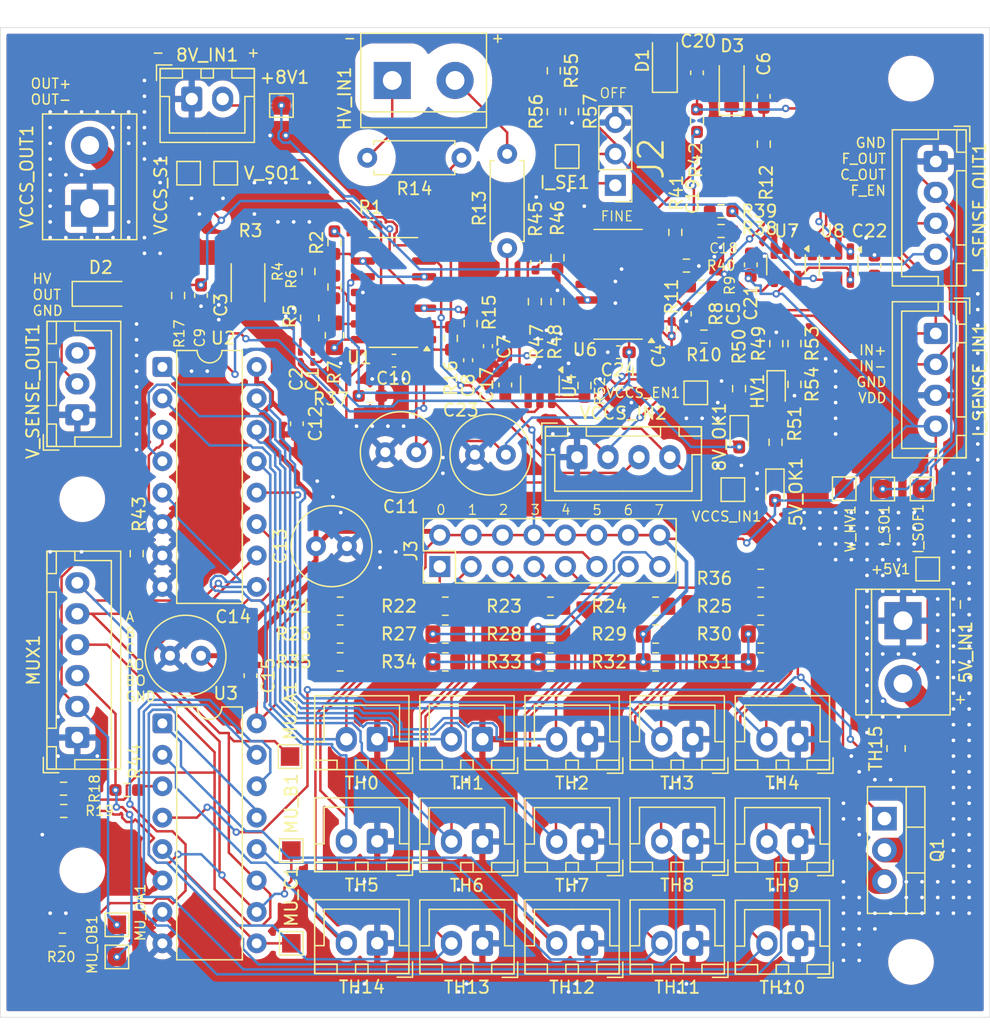
<source format=kicad_pcb>
(kicad_pcb (version 20241229) (generator "pcbnew") (generator_version "9.0")
  (layers (0 "F.Cu" signal) (2 "B.Cu" signal) (13 "F.Paste" user) (15 "B.Paste" user) (5 "F.SilkS" user "F.Silkscreen") (7 "B.SilkS" user "B.Silkscreen") (1 "F.Mask" user) (3 "B.Mask" user) (25 "Edge.Cuts" user))
  (net 0 "")
  (net 1 "+5V")
  (net 2 "+8V")
  (net 3 "GND")
  (net 4 "Net-(U1D--)")
  (net 5 "Net-(C1-Pad1)")
  (net 6 "Net-(U1D-+)")
  (net 7 "VCCS_OUT")
  (net 8 "Net-(C4-Pad2)")
  (net 9 "Net-(U6A--)")
  (net 10 "Net-(U6A-+)")
  (net 11 "I_SENSE_OUT_COARSE")
  (net 12 "Net-(U1A-+)")
  (net 13 "Net-(C8-Pad2)")
  (net 14 "Net-(U1A--)")
  (net 15 "V_SENSE_OUT")
  (net 16 "Net-(U6B-+)")
  (net 17 "Net-(C19-Pad2)")
  (net 18 "Net-(U6B--)")
  (net 19 "I_SENSE_OUT_FINE")
  (net 20 "Net-(5V_OK1-K)")
  (net 21 "WARNING_HV")
  (net 22 "Net-(8V_OK1-K)")
  (net 23 "Net-(HV1-K)")
  (net 24 "V_SENSE_IN-")
  (net 25 "V_SENSE_IN+")
  (net 26 "I_SENSE_FINE_EN")
  (net 27 "I_SENSE_IN-")
  (net 28 "I_SENSE_IN+")
  (net 29 "Net-(J2-Pin_1)")
  (net 30 "MU_OUT_B")
  (net 31 "MU_B")
  (net 32 "MU_C")
  (net 33 "MU_A")
  (net 34 "MU_OUT_A")
  (net 35 "Net-(Q1-G)")
  (net 36 "Net-(R1-Pad1)")
  (net 37 "Net-(U1B-+)")
  (net 38 "MU_TH_0")
  (net 39 "MU_TH_1")
  (net 40 "MU_TH_2")
  (net 41 "MU_TH_3")
  (net 42 "MU_TH_4")
  (net 43 "MU_TH_5")
  (net 44 "MU_TH_6")
  (net 45 "MU_TH_7")
  (net 46 "MU_TH_8")
  (net 47 "MU_TH_9")
  (net 48 "MU_TH_10")
  (net 49 "MU_TH_11")
  (net 50 "MU_TH_12")
  (net 51 "MU_TH_13")
  (net 52 "MU_TH_14")
  (net 53 "MU_TH_15")
  (net 54 "Net-(U1C-+)")
  (net 55 "Net-(R38-Pad1)")
  (net 56 "Net-(R39-Pad1)")
  (net 57 "Net-(U2-X)")
  (net 58 "Net-(U3-X)")
  (net 59 "Net-(U6C-+)")
  (net 60 "Net-(U6D--)")
  (net 61 "VCCS_SENSE")
  (net 62 "VCCS_IN")
  (net 63 "VCCS_EN")
  (net 65 "Net-(J3-Pin_7)")
  (net 66 "Net-(J3-Pin_5)")
  (net 67 "Net-(J3-Pin_11)")
  (net 68 "Net-(J3-Pin_9)")
  (net 69 "Net-(J3-Pin_13)")
  (net 70 "Net-(J3-Pin_15)")
  (net 71 "Net-(J3-Pin_3)")
  (net 72 "Net-(J3-Pin_1)")
  (net 73 "/VCCS_MOUT")
  (net 74 "Net-(HV1-A)")
  (net 75 "Net-(R55-Pad1)")
  (footprint "Resistor_SMD:R_0805_2012Metric_Pad1.20x1.40mm_HandSolder" (layer "F.Cu") (at 122.75 118.75)
    (property "Reference" "R34")
    (property "Value" "10K 0.5%")
  )
  (footprint "Resistor_SMD:R_0603_1608Metric_Pad0.98x0.95mm_HandSolder" (layer "F.Cu") (at 97.8 110 90)
    (property "Reference" "R43")
    (property "Value" "4.7K")
  )
  (footprint "Connector_JST:JST_XH_B2B-XH-A_1x02_P2.50mm_Vertical" (layer "F.Cu") (at 125.75 141.5 180)
    (property "Reference" "TH13")
    (property "Value" "Conn_01x02")
  )
  (footprint "Capacitor_SMD:C_0603_1608Metric_Pad1.08x0.95mm_HandSolder" (layer "F.Cu") (at 110.75 99.5 90)
    (property "Reference" "C12")
    (property "Value" "100n")
  )
  (footprint "TestPoint:TestPoint_Pad_1.5x1.5mm" (layer "F.Cu") (at 143 97 180)
    (property "Reference" "VCCS_EN1")
    (property "Value" "TestPoint")
  )
  (footprint "Resistor_SMD:R_0603_1608Metric_Pad0.98x0.95mm_HandSolder" (layer "F.Cu") (at 134 96.4125 90)
    (property "Reference" "R52")
    (property "Value" "10K")
  )
  (footprint "TestPoint:TestPoint_Pad_1.5x1.5mm" (layer "F.Cu") (at 155 104.75 -90)
    (property "Reference" "W_HV1")
    (property "Value" "TestPoint")
  )
  (footprint "Resistor_SMD:R_0603_1608Metric_Pad0.98x0.95mm_HandSolder" (layer "F.Cu") (at 116.6625 97.25)
    (property "Reference" "R37")
    (property "Value" "10K")
  )
  (footprint "TestPoint:TestPoint_Pad_1.5x1.5mm" (layer "F.Cu") (at 109.5 73.775 180)
    (property "Reference" "+8V1")
    (property "Value" "TestPoint")
  )
  (footprint "Package_DIP:DIP-16_W7.62mm" (layer "F.Cu") (at 99.88 123.72)
    (property "Reference" "U3")
    (property "Value" "CD4051B")
  )
  (footprint "Resistor_SMD:R_0805_2012Metric_Pad1.20x1.40mm_HandSolder" (layer "F.Cu") (at 148.25 118.75)
    (property "Reference" "R31")
    (property "Value" "10K 0.5%")
  )
  (footprint "Resistor_SMD:R_0603_1608Metric_Pad0.98x0.95mm_HandSolder" (layer "F.Cu") (at 142.2464 86.7188)
    (property "Reference" "R40")
    (property "Value" "51K")
  )
  (footprint "Resistor_SMD:R_0603_1608Metric_Pad0.98x0.95mm_HandSolder" (layer "F.Cu") (at 91.8 141.2)
    (property "Reference" "R20")
    (property "Value" "10K")
  )
  (footprint "Connector_JST:JST_XH_B2B-XH-A_1x02_P2.50mm_Vertical" (layer "F.Cu") (at 125.75 125 180)
    (property "Reference" "TH1")
    (property "Value" "Conn_01x02")
  )
  (footprint "Resistor_SMD:R_0402_1005Metric_Pad0.72x0.64mm_HandSolder" (layer "F.Cu") (at 142.2464 90.6163 -90)
    (property "Reference" "R8")
    (property "Value" "20K")
  )
  (footprint "Capacitor_SMD:C_0201_0603Metric_Pad0.64x0.40mm_HandSolder" (layer "F.Cu") (at 143.1464 85.2188)
    (property "Reference" "C18")
    (property "Value" "681p")
  )
  (footprint "Connector_JST:JST_XH_B2B-XH-A_1x02_P2.50mm_Vertical" (layer "F.Cu") (at 117.25 125 180)
    (property "Reference" "TH0")
    (property "Value" "Conn_01x02")
  )
  (footprint "Resistor_SMD:R_0402_1005Metric_Pad0.72x0.64mm_HandSolder" (layer "F.Cu") (at 116.7025 83.4)
    (property "Reference" "R1")
    (property "Value" "49.9")
  )
  (footprint "Connector_JST:JST_XH_B6B-XH-A_1x06_P2.50mm_Vertical" (layer "F.Cu") (at 93 124.86 90)
    (property "Reference" "MUX1")
    (property "Value" "Conn_01x06")
  )
  (footprint "Resistor_SMD:R_0805_2012Metric_Pad1.20x1.40mm_HandSolder" (layer "F.Cu") (at 111.7875 90.95 -90)
    (property "Reference" "R5")
    (property "Value" "220K 0.1%")
  )
  (footprint "Connector_JST:JST_XH_B2B-XH-A_1x02_P2.50mm_Vertical" (layer "F.Cu") (at 151.25 125 180)
    (property "Reference" "TH4")
    (property "Value" "Conn_01x02")
  )
  (footprint "Capacitor_THT:C_Radial_D6.3mm_H11.0mm_P2.50mm" (layer "F.Cu") (at 120.4 101.8 180)
    (property "Reference" "C11")
    (property "Value" "100u")
  )
  (footprint "Resistor_SMD:R_0603_1608Metric_Pad0.98x0.95mm_HandSolder" (layer "F.Cu") (at 97 129.11)
    (property "Reference" "R44")
    (property "Value" "4.7K")
  )
  (footprint "Resistor_SMD:R_0603_1608Metric_Pad0.98x0.95mm_HandSolder" (layer "F.Cu") (at 124.8 91.4 -90)
    (property "Reference" "R15")
    (property "Value" "10K")
  )
  (footprint "Capacitor_SMD:C_0201_0603Metric_Pad0.64x0.40mm_HandSolder" (layer "F.Cu") (at 111.0375 94.0925 90)
    (property "Reference" "C2")
    (property "Value" "47p")
  )
  (footprint "Resistor_SMD:R_0402_1005Metric_Pad0.72x0.64mm_HandSolder" (layer "F.Cu") (at 141.0464 91.8188 -90)
    (property "Reference" "R11")
    (property "Value" "20K")
  )
  (footprint "Diode_SMD:D_SOD-123" (layer "F.Cu") (at 145.9 72.2125 90)
    (property "Reference" "D3")
    (property "Value" "D_Zener_3.3V")
  )
  (footprint "Resistor_SMD:R_0603_1608Metric_Pad0.98x0.95mm_HandSolder" (layer "F.Cu") (at 113.7875 88.45 90)
    (property "Reference" "R6")
    (property "Value" "5.1K 0.1%")
  )
  (footprint "TerminalBlock:TerminalBlock_bornier-2_P5.08mm" (layer "F.Cu") (at 118.46 71.75)
    (property "Reference" "HV_IN1")
    (property "Value" "Screw_Terminal_01x02")
  )
  (footprint "Resistor_SMD:R_0603_1608Metric_Pad0.98x0.95mm_HandSolder" (layer "F.Cu") (at 149.51 93.025 90)
    (property "Reference" "R49")
    (property "Value" "1K")
  )
  (footprint "Resistor_SMD:R_0603_1608Metric_Pad0.98x0.95mm_HandSolder" (layer "F.Cu") (at 145.0464 83.9188 180)
    (property "Reference" "R38")
    (property "Value" "1K")
  )
  (footprint "Package_SO:SOIC-14_3.9x8.7mm_P1.27mm" (layer "F.Cu") (at 136.7214 88.2288 180)
    (property "Reference" "U6")
    (property "Value" "OPA4197xD")
  )
  (footprint "Resistor_SMD:R_0603_1608Metric_Pad0.98x0.95mm_HandSolder" (layer "F.Cu") (at 132.9944 74.2715 90)
    (property "Reference" "R57")
    (property "Value" "10K")
  )
  (footprint "Resistor_THT:R_Axial_DIN0207_L6.3mm_D2.5mm_P7.62mm_Horizontal" (layer "F.Cu") (at 116.44 78)
    (property "Reference" "R14")
    (property "Value" "1M")
  )
  (footprint "Resistor_SMD:R_0603_1608Metric_Pad0.98x0.95mm_HandSolder" (layer "F.Cu") (at 150.9776 96.3187 -90)
    (property "Reference" "R54")
    (property "Value" "5.1K")
  )
  (footprint "TestPoint:TestPoint_Pad_1.5x1.5mm" (layer "F.Cu") (at 105 79.25 180)
    (property "Reference" "V_SO1")
    (property "Value" "TestPoint")
  )
  (footprint "Capacitor_THT:C_Radial_D6.3mm_H11.0mm_P2.50mm" (layer "F.Cu") (at 127.65 102 180)
    (property "Reference" "C23")
    (property "Value" "100u")
  )
  (footprint "Connector_PinHeader_2.54mm:PinHeader_2x08_P2.54mm_Vertical" (layer "F.Cu") (at 122.3 111.04 90)
    (property "Reference" "J3")
    (property "Value" "Conn_02x08_Odd_Even")
  )
  (footprint "Resistor_SMD:R_0805_2012Metric_Pad1.20x1.40mm_HandSolder" (layer "F.Cu") (at 122.75 114.25)
    (property "Reference" "R22")
    (property "Value" "10K 0.5%")
  )
  (footprint "Capacitor_THT:C_Radial_D6.3mm_H11.0mm_P2.50mm" (layer "F.Cu") (at 100.5 118.25)
    (property "Reference" "C14")
    (property "Value" "47u")
  )
  (footprint "Capacitor_SMD:C_0201_0603Metric_Pad0.64x0.40mm_HandSolder" (layer "F.Cu") (at 142.8464 83.5188 90)
    (property "Reference" "C19")
    (property "Value" "681p")
  )
  (footprint "Connector_JST:JST_XH_B2B-XH-A_1x02_P2.50mm_Vertical" (layer "F.Cu") (at 142.75 141.5 180)
    (property "Reference" "TH11")
    (property "Value" "Conn_01x02")
  )
  (footprint "Capacitor_THT:C_Radial_D6.3mm_H11.0mm_P2.50mm" (layer "F.Cu") (at 114.8 109.4 180)
    (property "Reference" "C13")
    (property "Value" "47u")
  )
  (footprint "Resistor_SMD:R_0603_1608Metric_Pad0.98x0.95mm_HandSolder" (layer "F.Cu") (at 145.0464 82.3188 180)
    (property "Reference" "R39")
    (property "Value" "1K")
  )
  (footprint "Resistor_THT:R_Axial_DIN0207_L6.3mm_D2.5mm_P7.62mm_Horizontal" (layer "F.Cu") (at 127.75 77.69 -90)
    (property "Reference" "R13")
    (property "Value" "1M")
  )
  (footprint "Package_TO_SOT_SMD:SOT-23-6" (layer "F.Cu") (at 130.4 96.4375 -90)
    (property "Reference" "U4")
    (property "Value" "TS5A3159ADBVR")
  )
  (footprint "Resistor_SMD:R_0805_2012Metric_Pad1.20x1.40mm_HandSolder" (layer "F.Cu") (at 148.25 116.5)
    (property "Reference" "R30")
    (property "Value" "10K 0.5%")
  )
  (footprint "Resistor_SMD:R_0603_1608Metric_Pad0.98x0.95mm_HandSolder" (layer "F.Cu") (at 131.82 86.0744 -90)
    (property "Reference" "R46")
    (property "Value" "5.1K 0.1%")
  )
  (footprint "Connector_JST:JST_XH_B2B-XH-A_1x02_P2.50mm_Vertical" (layer "F.Cu") (at 142.75 133.25 180)
    (property "Reference" "TH8")
    (property "Value" "Conn_01x02")
  )
  (footprint "Connector_JST:JST_XH_B2B-XH-A_1x02_P2.50mm_Vertical" (layer "F.Cu") (at 134.25 133.275 180)
    (property "Reference" "TH7")
    (property "Value" "Conn_01x02")
  )
  (footprint "Resistor_SMD:R_0603_1608Metric_Pad0.98x0.95mm_HandSolder" (layer "F.Cu") (at 143.4464 88.4188 180)
    (property "Reference" "R9")
    (property "Value" "4.7K")
  )
  (footprint "Connector_JST:JST_XH_B2B-XH-A_1x02_P2.50mm_Vertical" (layer "F.Cu") (at 102.25 73.25)
    (property "Reference" "8V_IN1")
    (property "Value" "Conn_01x02")
  )
  (footprint "Resistor_SMD:R_0402_1005Metric_Pad0.72x0.64mm_HandSolder" (layer "F.Cu") (at 130.042 86.4808 -90)
    (property "Reference" "R45")
    (property "Value" "100K")
  )
  (footprint "TestPoint:TestPoint_Pad_1.5x1.5mm" (layer "F.Cu") (at 132.6 77.9 180)
    (property "Reference" "I_SE1")
    (property "Value" "TestPoint")
  )
  (footprint "Resistor_SMD:R_0805_2012Metric_Pad1.20x1.40mm_HandSolder" (layer "F.Cu") (at 114.25 114.25)
    (property "Reference" "R21")
    (property "Value" "10K 0.5%")
  )
  (footprint "Resistor_SMD:R_0805_2012Metric_Pad1.20x1.40mm_HandSolder" (layer "F.Cu") (at 139.75 116.5)
    (property "Reference" "R29")
    (property "Value" "10K 0.5%")
  )
  (footprint "Resistor_SMD:R_2010_5025Metric_Pad1.40x2.65mm_HandSolder" (layer "F.Cu") (at 106.8 88.1 90)
    (property "Reference" "R3")
    (property "Value" "0.02")
  )
  (footprint "Capacitor_SMD:C_0603_1608Metric_Pad1.08x0.95mm_HandSolder" (layer "F.Cu") (at 107 119.8625 -90)
    (property "Reference" "C15")
    (property "Value" "100n")
  )
  (footprint "Capacitor_SMD:C_0603_1608Metric_Pad1.08x0.95mm_HandSolder" (layer "F.Cu") (at 148.5 73.0375 90)
    (property "Reference" "C6")
    (property "Value" "0.1u")
  )
  (footprint "Resistor_SMD:R_0603_1608Metric_Pad0.98x0.95mm_HandSolder" (layer "F.Cu") (at 148.5 76.9 90)
    (property "Reference" "R12")
    (property "Value" "1K")
  )
  (footprint "Capacitor_SMD:C_0603_1608Metric_Pad1.08x0.95mm_HandSolder" (layer "F.Cu") (at 143.1 71.1375 90)
    (property "Reference" "C20")
    (property "Value" "0.1u")
  )
  (footprint "Resistor_SMD:R_0805_2012Metric_Pad1.20x1.40mm_HandSolder" (layer "F.Cu") (at 122.75 116.5)
    (property "Reference" "R27")
    (property "Value" "10K 0.5%")
  )
  (footprint "Diode_SMD:D_0603_1608Metric_Pad1.05x0.95mm_HandSolder" (layer "F.Cu") (at 146.51 100.5 -90)
    (property "Reference" "8V_OK1")
    (property "Value" "LED")
  )
  (footprint "TestPoint:TestPoint_Pad_1.5x1.5mm" (layer "F.Cu") (at 110.3 134 180)
    (property "Reference" "MU_B1")
    (property "Value" "TestPoint")
  )
  (footprint "Capacitor_SMD:C_0603_1608Metric_Pad1.08x0.95mm_HandSolder" (layer "F.Cu") (at 157.4464 86.7188 -90)
    (property "Reference" "C22")
    (property "Value" "0.1u")
  )
  (footprint "TestPoint:TestPoint_Pad_1.5x1.5mm" (layer "F.Cu") (at 161.29 104.775 180)
    (property "Reference" "I_SOF1")
    (property "Value" "TestPoint")
  )
  (footprint "Resistor_SMD:R_0805_2012Metric_Pad1.20x1.40mm_HandSolder" (layer "F.Cu") (at 114.25 118.75)
    (property "Reference" "R35")
    (property "Value" "10K 0.5%")
  )
  (footprint "Resistor_SMD:R_0805_2012Metric_Pad1.20x1.40mm_HandSolder" (layer "F.Cu") (at 148.25 114.25)
    (property "Reference" "R25")
    (property "Value" "10K 0.5%")
  )
  (footprint "Resistor_SMD:R_0603_1608Metric_Pad0.98x0.95mm_HandSolder" (layer "F.Cu") (at 91.8875 129)
    (property "Reference" "R18")
    (property "Value" "10K")
  )
  (footprint "Resistor_SMD:R_0805_2012Metric_Pad1.20x1.40mm_HandSolder" (layer "F.Cu") (at 114.25 116.5)
    (property "Reference" "R26")
    (property "Value" "10K 0.5%")
  )
  (footprint "Package_TO_SOT_SMD:SOT-23-6" (layer "F.Cu") (at 150.2964 86.6563 -90)
    (property "Reference" "U7")
    (property "Value" "TS5A3159ADBVR")
  )
  (footprint "Resistor_SMD:R_0805_2012Metric_Pad1.20x1.40mm_HandSolder" (layer "F.Cu") (at 131.25 114.25)
    (property "Reference" "R23")
    (property "Value" "10K 0.5%")
  )
  (footprint "Connector_PinHeader_2.54mm:PinHeader_1x03_P2.54mm_Vertical" (layer "F.Cu") (at 136.4936 80.2324 180)
    (property "Reference" "J2")
    (property "Value" "Conn_01x03")
  )
  (footprint "Diode_SMD:D_0603_1608Metric_Pad1.05x0.95mm_HandSolder" (layer "F.Cu") (at 149.4 104.825 -90)
    (property "Reference" "5V_OK1")
    (property "Value" "LED")
  )
  (footprint "Resistor_SMD:R_0805_2012Metric_Pad1.20x1.40mm_HandSolder" (layer "F.Cu") (at 131.25 116.5)
    (property "Reference" "R28")
    (property "Value" "10K 0.5%")
  )
  (footprint "Resistor_SMD:R_0603_1608Metric_Pad0.98x0.95mm_HandSolder" (layer "F.Cu") (at 91.9 130.8)
    (property "Reference" "R19")
    (property "Value" "10K")
  )
  (footprint "Connector_JST:JST_XH_B2B-XH-A_1x02_P2.50mm_Vertical" (layer "F.Cu") (at 134.25 141.5 180)
    (property "Reference" "TH12")
    (property "Value" "Conn_01x02")
  )
  (footprint "Package_TO_SOT_SMD:SOT-23-6" (layer "F.Cu") (at 154.5464 86.7188 -90)
    (property "Reference" "U8")
    (property "Value" "TS5A3159ADBVR")
  )
  (footprint "Capacitor_SMD:C_0402_1005Metric_Pad0.74x0.62mm_HandSolder" (layer "F.Cu") (at 124.6 94.3675 -90)
    (property "Reference" "C8")
    (property "Value" "100p")
  )
  (footprint "Connector_JST:JST_XH_B2B-XH-A_1x02_P2.50mm_Vertical" (layer "F.Cu") (at 142.75 125 180)
    (property "Reference" "TH3")
    (property "Value" "Conn_01x02")
  )
  (footprint "Resistor_SMD:R_0603_1608Metric_Pad0.98x0.95mm_HandSolder" (layer "F.Cu") (at 150.9776 93.0186 -90)
    (property "Reference" "R53")
    (property "Value" "7.5K")
  )
  (footprint "Capacitor_SMD:C_0201_0603Metric_Pad0.64x0.40mm_HandSolder" (layer "F.Cu") (at 143.4464 90.6188 -90)
    (property "Reference" "C5")
    (property "Value" "681p")
  )
  (footprint "Connector_JST:JST_XH_B2B-XH-A_1x02_P2.50mm_Vertical" (layer "F.Cu") (at 125.75 133.275 180)
    (property "Reference" "TH6")
    (property "Value" "Conn_01x02")
  )
  (footprint "Connector_JST:JST_XH_B4B-XH-A_1x04_P2.50mm_Vertical" (layer "F.Cu") (at 162.4 78.3 -90)
    (property "Reference" "I_SENSE_OUT1")
    (property "Value" "Conn_01x04")
  )
  (footprint "Resistor_SMD:R_0603_1608Metric_Pad0.98x0.95mm_HandSolder" (layer "F.Cu") (at 123.2 92.6 -90)
    (property "Reference" "R16")
    (property "Value" "10K")
  )
  (footprint "Resistor_SMD:R_0603_1608Metric_Pad0.98x0.95mm_HandSolder" (layer "F.Cu") (at 143.1 75 90)
    (property "Reference" "R42")
    (property "Value" "1K")
  )
  (footprint "Package_DIP:DIP-16_W7.62mm" (layer "F.Cu") (at 99.88 94.91)
    (property "Reference" "U2")
    (property "Value" "CD4051B")
  )
  (footprint "Package_TO_SOT_THT:TO-220-3_Vertical" (layer "F.Cu") (at 158.25 131.42 -90)
    (property "Reference" "Q1")
    (property "Value" "IRLB8721PBF")
  )
  (footprint "Connector_JST:JST_XH_B4B-XH-A_1x04_P2.50mm_Vertical" (layer "F.Cu") (at 162.4 92.2 -90)
    (property "Reference" "I_SENSE_IN1")
    (property "Value" "Conn_01x04")
  )
  (footprint "Package_SO:SOIC-14_3.9x8.7mm_P1.27mm" (layer "F.Cu") (at 118.5625 88.89 180)
    (property "Reference" "U1")
    (property "Value" "OPA4197xD")
  )
  (footprint "Resistor_SMD:R_0603_1608Metric_Pad0.98x0.95mm_HandSolder" (layer "F.Cu") (at 141.3464 84.0313 90)
    (property "Reference" "R41")
    (property "Value" "51K")
  )
  (footprint "Resistor_SMD:R_0805_2012Metric_Pad1.20x1.40mm_HandSolder" (layer "F.Cu") (at 159.195 125.75 90)
    (property "Reference" "TH15")
    (property "Value" "Thermistor_NTC")
  )
  (footprint "Capacitor_SMD:C_0603_1608Metric_Pad1.08x0.95mm_HandSolder" (layer "F.Cu") (at 103 89.1375 -90)
    (property "Reference" "C9")
    (property "Value" "0.1u")
  )
  (footprint "MountingHole:MountingHole_3.2mm_M3" (layer "F.Cu") (at 93.4 105.6)
    (property "Reference" "H1" (hide yes))
    (property "Value" "MountingHole")
  )
  (footprint "Connector_JST:JST_XH_B4B-XH-A_1x04_P2.50mm_Vertical" (layer "F.Cu") (at 133.4 102.2)
    (property "Reference" "VCCS_IN2")
    (property "Value" "Conn_01x04")
  )
  (footprint "Resistor_SMD:R_0603_1608Metric_Pad0.98x0.95mm_HandSolder" (layer "F.Cu") (at 131.82 89.6285 90)
    (property "Reference" "R48")
    (property "Value" "5.1K 0.1%")
  )
  (footprint "Resistor_SMD:R_0603_1608Metric_Pad0.98x0.95mm_HandSolder" (layer "F.Cu") (at 101.15 89.1375 90)
    (property "Reference" "R17")
    (property "Value" "1K")
  )
  (footprint "TestPoint:TestPoint_Pad_1.5x1.5mm" (layer "F.Cu") (at 102 79.25 180)
    (property "Reference" "VCCS_S1")
    (property "Value" "TestPoint")
  )
  (footprint "Resistor_SMD:R_0805_2012Metric_Pad1.20x1.40mm_HandSolder" (layer "F.Cu") (at 139.75 114.25)
    (property "Reference" "R24")
    (property "Value" "10K 0.5%")
  )
  (footprint "Resistor_SMD:R_0603_1608Metric_Pad0.98x0.95mm_HandSolder" (layer "F.Cu") (at 111.6875 87.2 90)
    (property "Reference" "R4")
    (property "Value" "5.1K 0.1%")
  )
  (footprint "Capacitor_SMD:C_0603_1608Metric_Pad1.08x0.95mm_HandSolder" (layer "F.Cu") (at 127.6 96.3625 -90)
    (property "Reference" "C17")
    (property "Value" "0.1u")
  )
  (footprint "Resistor_SMD:R_0603_1608Metric_Pad0.98x0.95mm_HandSolder" (layer "F.Cu") (at 131.5212 74.2734 90)
    (property "Reference" "R56")
    (property "Value" "5.1K")
  )
  (footprint "Connector_JST:JST_XH_B2B-XH-A_1x02_P2.50mm_Vertical" (layer "F.Cu") (at 117.25 141.485 180)
    (property "Reference" "TH14")
    (property "Value" "Conn_01x02")
  )
  (footprint "Connector_JST:JST_XH_B2B-XH-A_1x02_P2.50mm_Vertical" (layer "F.Cu") (at 117.25 133.25 180)
    (property "Reference" "TH5")
    (property "Value" "Conn_01x02")
  )
  (footprint "MountingHole:MountingHole_3.2mm_M3" (layer "F.Cu") (at 160.4 71.6)
    (property "Reference" "H2" (hide yes))
    (property "Value" "MountingHole")
  )
  (footprint "Capacitor_SMD:C_0201_0603Metric_Pad0.64x0.40mm_HandSolder" (layer "F.Cu") (at 104.6 88.1 90)
    (property "Reference" "C3")
    (property "Value" "681p")
  )
  (footprint "TestPoint:TestPoint_Pad_1.5x1.5mm" (layer "F.Cu") (at 110.2 126.4 180)
    (property "Reference" "MU_A1")
    (property "Value" "TestPoint")
  )
  (footprint "Capacitor_SMD:C_0603_1608Metric_Pad1.08x0.95mm_HandSolder" (layer "F.Cu") (at 147.4464 86.6563 -90)
    (property "Reference" "C21")
    (property "Value" "0.1u")
  )
  (footprint "Capacitor_SMD:C_0603_1608Metric_Pad1.08x0.95mm_HandSolder" (layer "F.Cu") (at 118.6 94.4 180)
    (property "Reference" "C10")
    (property "Value" "0.1u")
  )
  (footprint "TestPoint:TestPoint_Pad_1.5x1.5mm" (layer "F.Cu") (at 161.75 111.25 180)
    (property "Reference" "+5V1")
    (property "Value" "TestPoint")
  )
  (footprint "Resistor_SMD:R_0603_1608Metric_Pad0.98x0.95mm_HandSolder" (layer "F.Cu") (at 149.45 101 90)
    (property "Reference" "R51")
    (property "Value" "5.1K")
  )
  (footprint "Resistor_SMD:R_0805_2012Metric_Pad1.20x1.40mm_HandSolder" (layer "F.Cu") (at 139.75 118.75)
    (property "Reference" "R32")
    (property "Value" "10K 0.5%")
  )
  (footprint "TerminalBlock:TerminalBlock_bornier-2_P5.08mm" (layer "F.Cu") (at 94 82.08 90)
    (property "Reference" "VCCS_OUT1")
    (property "Value" "Screw_Terminal_01x02")
  )
  (footprint "Resistor_SMD:R_0603_1608Metric_Pad0.98x0.95mm_HandSolder" (layer "F.Cu") (at 129.9912 89.6304 -90)
    (property "Reference" "R47")
    (property "Value" "47K")
  )
  (footprint "Connector_JST:JST_XH_B2B-XH-A_1x02_P2.50mm_Vertical" (layer "F.Cu") (at 134.25 125 180)
    (property "Reference" "TH2")
    (property "Value" "Conn_01x02")
  )
  (footprint "MountingHole:MountingHole_3.2mm_M3" (layer "F.Cu") (at 93.4 135.6)
    (property "Reference" "H4" (hide yes))
    (property "Value" "MountingHole")
  )
  (footprint "Resistor_SMD:R_0805_2012Metric_Pad1.20x1.40mm_HandSolder" (layer "F.Cu") (at 113.7875 92.35 90)
    (property "Reference" "R7")
    (property "Value" "220K 0.1%")
  )
  (footprint "Diode_SMD:D_0603_1608Metric_Pad1.05x0.95mm_HandSolder" (layer "F.Cu") (at 149.5 96.875 -90)
    (property "Reference" "HV1")
    (property "Value" "RED_LED")
  )
  (footprint "TestPoint:TestPoint_Pad_1.5x1.5mm" (layer "F.Cu") (at 96.2 142.6 180)
    (property "Reference" "MU_OB1")
    (property "Value" "TestPoint")
  )
  (footprint "Resistor_SMD:R_0603_1608Metric_Pad0.98x0.95mm_HandSolder" (layer "F.Cu") (at 143.6605 92.456 180)
    (property "Reference" "R10")
    (property "Value" "4.7K")
  )
  (footprint "Connector_JST:JST_XH_B2B-XH-A_1x02_P2.50mm_Vertical" (layer "F.Cu") (at 151.25 133.275 180)
    (property "Reference" "TH9")
    (property "Value" "Conn_01x02")
  )
  (footprint "Resistor_SMD:R_0805_2012Metric_Pad1.20x1.40mm_HandSolder" (layer "F.Cu") (at 148.25 112)
    (property "Reference" "R36")
    (property "Value" "10K 0.5%")
  )
  (footprint "TerminalBlock:TerminalBlock_bornier-2_P5.08mm" (layer "F.Cu") (at 159.75 115.42 -90)
    (property "Reference" "5V_IN1")
    (property "Value" "Screw_Terminal_01x02")
  )
  (footprint "Resistor_SMD:R_0603_1608Metric_Pad0.98x0.95mm_HandSolder" (layer "F.Cu") (at 146.5 96.6625 90)
    (property "Reference" "R50")
    (property "Value" "7.5K")
  )
  (footprint "MountingHole:MountingHole_3.2mm_M3" (layer "F.Cu") (at 160.4 143)
    (property "Reference" "H3" (hide yes))
    (property "Value" "MountingHole")
  )
  (footprint "TestPoint:TestPoint_Pad_1.5x1.5mm" (layer "F.Cu") (at 158.115 104.775 180)
    (property "Reference" "I_SO1")
    (property "Value" "TestPoint")
  )
  (footprint "Resistor_SMD:R_0603_1608Metric_Pad0.98x0.95mm_HandSolder" (layer "F.Cu") (at 113.7875 84.8625 90)
    (property "Reference" "R2")
    (property "Value" "100")
  )
  (footprint "Connector_JST:JST_XH_B2B-XH-A_1x02_P2.50mm_Vertical" (layer "F.Cu") (at 151.25 141.525 180)
    (property "Reference" "TH10")
    (property "Value" "Conn_01x02")
  )
  (footprint "Connector_JST:JST_XH_B3B-XH-A_1x03_P2.50mm_Vertical" (layer "F.Cu") (at 93.003842 98.778212 90)
    (property "Reference" "V_SENSE_OUT1")
    (property "Value" "Conn_01x03")
  )
  (footprint "Capacitor_SMD:C_0402_1005Metric_Pad0.74x0.62mm_HandSolder" (layer "F.Cu") (at 126.2 93.2325 -90)
    (property "Reference" "C7")
    (property "Value" "100p")
  )
  (footprint "Capacitor_SMD:C_0201_0603Metric_Pad0.64x0.40mm_HandSolder" (layer "F.Cu") (at 112.0375 94.1 90)
    (property "Reference" "C1")
    (property "Value" "47p")
  )
  (footprint "TestPoint:TestPoint_Pad_1.5x1.5mm" (layer "F.Cu") (at 96.2 140 180)
    (property "Reference" "MU_OA1")
    (property "Value" "TestPoint")
  )
  (footprint "Capacitor_SMD:C_0603_1608Metric_Pad1.08x0.95mm_HandSolder" (layer "F.Cu") (at 136.7464 93.7188 180)
    (property "Reference" "C24")
    (property "Value" "0.1u")
  )
  (footprint "Resistor_SMD:R_0603_1608Metric_Pad0.98x0.95mm_HandSolder" (layer "F.Cu") (at 131.5212 70.9714 -90)
    (property "Reference" "R55")
    (property "Value" "7.5K")
  )
  (footprint "Resistor_SMD:R_0805_2012Metric_Pad1.20x1.40mm_HandSolder" (layer "F.Cu") (at 131.25 118.75)
    (property "Reference" "R33")
    (property "Value" "10K 0.5%")
  )
  (footprint "Diode_SMD:D_SOD-123" (layer "F.Cu") (at 140.5 70.35 90)
    (property "Reference" "D1")
    (property "Value" "D_Zener_3.3V")
  )
  (footprint "Capacitor_SMD:C_0201_0603Metric_Pad0.64x0.40mm_HandSolder" (layer "F.Cu") (at 141.0464 94.0188 90)
    (property "Reference" "C4")
    (property "Value" "681p")
  )
  (footprint "TestPoint:TestPoint_Pad_1.5x1.5mm" (layer "F.Cu") (at 110.3 141.5 180)
    (property "Reference" "MU_C1")
    (property "Value" "TestPoint")
  )
  (footprint "TestPoint:TestPoint_Pad_1.5x1.5mm" (layer "F.Cu") (at 146 104.825 180)
    (property "Reference" "VCCS_IN1")
    (property "Value" "TestPoint")
  )
  (footprint "Diode_SMD:D_SOD-123" (layer "F.Cu") (at 94.95 89)
    (property "Reference" "D2")
    (property "Value" "D_Zener_3.3V")
  )
  (gr_rect (start 86.775 67.475) (end 166.775 147.475) (stroke (width 0.05)) (fill no) (layer "Edge.Cuts"))
  (gr_text "-                  +" (at 114.4524 68.7832 0) (layer "F.SilkS") (effects (font (size 0.8 0.8) (thickness 0.12)) (justify left bottom)))
  (gr_text "IN+\nIN-\nGND\nVDD" (at 158.496 97.8916 0) (layer "F.SilkS") (effects (font (size 0.8 0.8) (thickness 0.12)) (justify right bottom)))
  (gr_text "3" (at 129.575 106.925 0) (layer "F.SilkS") (effects (font (size 0.8 0.8) (thickness 0.1)) (justify left bottom)))
  (gr_text "OUT+\nOUT-" (at 89.154 73.7616 0) (layer "F.SilkS") (effects (font (size 0.8 0.8) (thickness 0.12)) (justify left bottom)))
  (gr_text "HV\nOUT\nGND" (at 89.3064 90.8304 0) (layer "F.SilkS") (effects (font (size 0.8 0.8) (thickness 0.12)) (justify left bottom)))
  (gr_text "-           +" (at 163.9824 113.538 270) (layer "F.SilkS") (effects (font (size 0.8 0.8) (thickness 0.12)) (justify left bottom)))
  (gr_text "6" (at 137.1 106.95 0) (layer "F.SilkS") (effects (font (size 0.8 0.8) (thickness 0.1)) (justify left bottom)))
  (gr_text "A\nB\nC\nAO\nBO\nGND" (at 96.8248 122.0216 0) (layer "F.SilkS") (effects (font (size 0.8 0.8) (thickness 0.12)) (justify left bottom)))
  (gr_text "2" (at 127 106.925 0) (layer "F.SilkS") (effects (font (size 0.8 0.8) (thickness 0.1)) (justify left bottom)))
  (gr_text "FINE" (at 135.25 83.2 0) (layer "F.SilkS") (effects (font (size 0.8 0.8) (thickness 0.1)) (justify left bottom)))
  (gr_text "OFF" (at 135.1636 73.25 0) (layer "F.SilkS") (effects (font (size 0.8 0.8) (thickness 0.1)) (justify left bottom)))
  (gr_text "0" (at 121.95 106.925 0) (layer "F.SilkS") (effects (font (size 0.8 0.8) (thickness 0.1)) (justify left bottom)))
  (gr_text "GND\nF_OUT\nC_OUT\nF_EN" (at 158.4452 81.1276 0) (layer "F.SilkS") (effects (font (size 0.8 0.8) (thickness 0.12)) (justify right bottom)))
  (gr_text "5" (at 134.575 106.95 0) (layer "F.SilkS") (effects (font (size 0.8 0.8) (thickness 0.1)) (justify left bottom)))
  (gr_text "-           +" (at 98.9584 69.9516 0) (layer "F.SilkS") (effects (font (size 0.8 0.8) (thickness 0.12)) (justify left bottom)))
  (gr_text "4" (at 132.05 106.925 0) (layer "F.SilkS") (effects (font (size 0.8 0.8) (thickness 0.1)) (justify left bottom)))
  (gr_text "1" (at 124.5 106.925 0) (layer "F.SilkS") (effects (font (size 0.8 0.8) (thickness 0.1)) (justify left bottom)))
  (gr_text "7" (at 139.600333 106.950566 0) (layer "F.SilkS") (effects (font (size 0.8 0.8) (thickness 0.1)) (justify left bottom)))
  (segment (start 150.2964 88.2062) (end 150.2964 87.7938) (width 0.2) (layer "F.Cu") (net 1))
  (segment (start 137.54 108.5) (end 140.08 108.5) (width 0.2) (layer "F.Cu") (net 1))
  (segment (start 159.75 120.5) (end 161.25 122) (width 2) (layer "F.Cu") (net 1))
  (segment (start 128.9135 98.5385) (end 128.9135 99.1635) (width 0.2) (layer "F.Cu") (net 1))
  (segment (start 161.25 133.865) (end 161.155 133.96) (width 2) (layer "F.Cu") (net 1))
  (segment (start 122.3 108.5) (end 121.312 109.488) (width 0.2) (layer "F.Cu") (net 1))
  (segment (start 107.997471 98.789) (end 107.859471 98.789) (width 0.4) (layer "F.Cu") (net 1))
  (segment (start 107 120.725) (end 105.475 120.725) (width 0.2) (layer "F.Cu") (net 1))
  (segment (start 161.75 112.25) (end 161.75 118.5) (width 0.2) (layer "F.Cu") (net 1))
  (segment (start 162.5 111.5) (end 161.75 112.25) (width 0.2) (layer "F.Cu") (net 1))
  (segment (start 107.5 96.249) (end 107.5 94.91) (width 0.4) (layer "F.Cu") (net 1))
  (segment (start 114.33264 112.447) (end 114.27964 112.5) (width 0.2) (layer "F.Cu") (net 1))
  (segment (start 154.5464 88.2964) (end 154.5464 87.8563) (width 0.2) (layer "F.Cu") (net 1))
  (segment (start 153.937368 88.8198) (end 150.91 88.8198) (width 0.2) (layer "F.Cu") (net 1))
  (segment (start 120.748 109.7229) (end 120.748 110.052) (width 0.2) (layer "F.Cu") (net 1))
  (segment (start 112.3 109.4) (end 112.3 105.7) (width 0.4) (layer "F.Cu") (net 1))
  (segment (start 154.5464 87.8563) (end 154.5464 88.210768) (width 0.2) (layer "F.Cu") (net 1))
  (segment (start 110.8 104.2) (end 110.8 103.5) (width 0.4) (layer "F.Cu") (net 1))
  (segment (start 112.3 109.4) (end 113.501 108.199) (width 0.4) (layer "F.Cu") (net 1))
  (segment (start 121.312 109.488) (end 120.9829 109.488) (width 0.2) (layer "F.Cu") (net 1))
  (segment (start 121.999 108.199) (end 122.3 108.5) (width 0.4) (layer "F.Cu") (net 1))
  (segment (start 112.84674 112.5) (end 113.75 112.5) (width 0.2) (layer "F.Cu") (net 1))
  (segment (start 161.155 133.96) (end 158.25 133.96) (width 2) (layer "F.Cu") (net 1))
  (segment (start 107.5 121.225) (end 107 120.725) (width 0.2) (layer "F.Cu") (net 1))
  (segment (start 130.4 98.1) (end 130.4 97.575) (width 0.2) (layer "F.Cu") (net 1))
  (segment (start 149.687368 88.812632) (end 149.5 89) (width 0.2) (layer "F.Cu") (net 1))
  (segment (start 108.75 97.75) (end 109.6375 98.6375) (width 0.4) (layer "F.Cu") (net 1))
  (segment (start 104.58137 118.25) (end 103 118.25) (width 0.4) (layer "F.Cu") (net 1))
  (segment (start 147.25 87.75) (end 147.25 87.3224) (width 0.2) (layer "F.Cu") (net 1))
  (segment (start 150.91 88.8198) (end 150.2964 88.2062) (width 0.2) (layer "F.Cu") (net 1))
  (segment (start 157.4464 87.5813) (end 156.2079 88.8198) (width 0.2) (layer "F.Cu") (net 1))
  (segment (start 127.6 97.225) (end 128.9135 98.5385) (width 0.2) (layer "F.Cu") (net 1))
  (segment (start 108.701 99.492529) (end 107.997471 98.789) (width 0.4) (layer "F.Cu") (net 1))
  (segment (start 149.687368 88.7573) (end 149.687368 88.812632) (width 0.2) (layer "F.Cu") (net 1))
  (segment (start 140.08 108.5) (end 140.381 108.801) (width 0.2) (layer "F.Cu") (net 1))
  (segment (start 129.9912 88.7179) (end 129.421 88.1477) (width 0.2) (layer "F.Cu") (net 1))
  (segment (start 114.66484 112.447) (end 114.33264 112.447) (width 0.2) (layer "F.Cu") (net 1))
  (segment (start 109.002 118.75) (end 109.002 116.34474) (width 0.2) (layer "F.Cu") (net 1))
  (segment (start 113.501 108.199) (end 121.999 108.199) (width 0.4) (layer "F.Cu") (net 1))
  (segment (start 146.788628 108.801) (end 147.118814 109.131186) (width 0.2) (layer "F.Cu") (net 1))
  (segment (start 127.6 97.225) (end 128.75 96.075) (width 0.2) (layer "F.Cu") (net 1))
  (segment (start 162.5 103.25) (end 162.4 103.15) (width 0.2) (layer "F.Cu") (net 1))
  (segment (start 129.421 86.5043) (end 130.042 85.8833) (width 0.2) (layer "F.Cu") (net 1))
  (segment (start 107.5 123.72) (end 107.5 121.225) (width 0.2) (layer "F.Cu") (net 1))
  (segment (start 108.701 96.952529) (end 107.997471 96.249) (width 0.4) (layer "F.Cu") (net 1))
  (segment (start 108.701 97.75) (end 108.701 96.952529) (width 0.4) (layer "F.Cu") (net 1))
  (segment (start 143 108.801) (end 146.788628 108.801) (width 0.2) (layer "F.Cu") (net 1))
  (segment (start 150.2964 88.148268) (end 150.2964 87.7938) (width 0.2) (layer "F.Cu") (net 1))
  (segment (start 118.353 112.447) (end 114.66484 112.447) (width 0.2) (layer "F.Cu") (net 1))
  (segment (start 149.687368 88.7573) (end 150.2964 88.148268) (width 0.2) (layer "F.Cu") (net 1))
  (segment (start 109.002 118.75) (end 109.002 122.218) (width 0.2) (layer "F.Cu") (net 1))
  (segment (start 108.701 100.487471) (end 108.701 99.492529) (width 0.4) (layer "F.Cu") (net 1))
  (segment (start 161.25 122) (end 161.25 133.865) (width 2) (layer "F.Cu") (net 1))
  (segment (start 108.244235 100.944235) (end 108.701 100.487471) (width 0.4) (layer "F.Cu") (net 1))
  (segment (start 109.002 116.34474) (end 112.84674 112.5) (width 0.2) (layer "F.Cu") (net 1))
  (segment (start 108.701 97.75) (end 108.75 97.75) (width 0.4) (layer "F.Cu") (net 1))
  (segment (start 155.0698 88.8198) (end 154.5464 88.2964) (width 0.2) (layer "F.Cu") (net 1))
  (segment (start 107.859471 98.789) (end 108.701 97.947471) (width 0.4) (layer "F.Cu") (net 1))
  (segment (start 162.4 103.15) (end 162.4 99.7) (width 0.2) (layer "F.Cu") (net 1))
  (segment (start 112.3 110.53137) (end 104.58137 118.25) (width 0.4) (layer "F.Cu") (net 1))
  (segment (start 140.08 108.5) (end 122.3 108.5) (width 0.2) (layer "F.Cu") (net 1))
  (segment (start 109.002 118.75) (end 113.25 118.75) (width 0.2) (layer "F.Cu") (net 1))
  (segment (start 161.75 118.5) (end 159.75 120.5) (width 0.2) (layer "F.Cu") (net 1))
  (segment (start 108.701 97.947471) (end 108.701 97.75) (width 0.4) (layer "F.Cu") (net 1))
  (segment (start 148.25 115.5) (end 148.25 113) (width 0.2) (layer "F.Cu") (net 1))
  (segment (start 162.5 103.25) (end 162.5 111.5) (width 0.2) (layer "F.Cu") (net 1))
  (segment (start 161.75 111.25) (end 161.75 112.25) (width 0.2) (layer "F.Cu") (net 1))
  (segment (start 147.25 116.5) (end 148.25 115.5) (width 0.2) (layer "F.Cu") (net 1))
  (segment (start 140.381 108.801) (end 143 108.801) (width 0.2) (layer "F.Cu") (net 1))
  (segment (start 148.25 113) (end 147.25 112) (width 0.2) (layer "F.Cu") (net 1))
  (segment (start 120.748 110.052) (end 118.353 112.447) (width 0.2) (layer "F.Cu") (net 1))
  (segment (start 114.27964 112.5) (end 113.75 112.5) (width 0.2) (layer "F.Cu") (net 1))
  (segment (start 105.475 120.725) (end 103 118.25) (width 0.2) (layer "F.Cu") (net 1))
  (segment (start 154.5464 88.210768) (end 153.937368 88.8198) (width 0.2) (layer "F.Cu") (net 1))
  (segment (start 128.75 96.075) (end 128.75 89.9591) (width 0.2) (layer "F.Cu") (net 1))
  (segment (start 112.3 109.4) (end 112.3 110.53137) (width 0.4) (layer "F.Cu") (net 1))
  (segment (start 112.3 105.7) (end 110.8 104.2) (width 0.4) (layer "F.Cu") (net 1))
  (segment (start 128.9135 98.5385) (end 129.9615 98.5385) (width 0.2) (layer "F.Cu") (net 1))
  (segment (start 129.421 88.1477) (end 129.421 86.5043) (width 0.2) (layer "F.Cu") (net 1))
  (segment (start 110.8 103.5) (end 108.244235 100.944235) (width 0.4) (layer "F.Cu") (net 1))
  (segment (start 156.2079 88.8198) (end 155.0698 88.8198) (width 0.2) (layer "F.Cu") (net 1))
  (segment (start 128.75 89.9591) (end 129.9912 88.7179) (width 0.2) (layer "F.Cu") (net 1))
  (segment (start 129.9615 98.5385) (end 130.4 98.1) (width 0.2) (layer "F.Cu") (net 1))
  (segment (start 109.002 122.218) (end 107.5 123.72) (width 0.2) (layer "F.Cu") (net 1))
  (segment (start 120.9829 109.488) (end 120.748 109.7229) (width 0.2) (layer "F.Cu") (net 1))
  (segment (start 107.997471 96.249) (end 107.5 96.249) (width 0.4) (layer "F.Cu") (net 1))
  (segment (start 109.6375 98.6375) (end 110.5 98.6375) (width 0.4) (layer "F.Cu") (net 1))
  (segment (start 128.9135 99.1635) (end 129.75 100) (width 0.2) (layer "F.Cu") (net 1))
  (via (at 149.4 105.7) (size 0.6) (drill 0.3) (layers "F.Cu" "B.Cu") (net 1))
  (via (at 129.75 100) (size 0.6) (drill 0.3) (layers "F.Cu" "B.Cu") (net 1))
  (via (at 147.118814 109.131186) (size 0.6) (drill 0.3) (layers "F.Cu" "B.Cu") (net 1))
  (via (at 147.25 87.75) (size 0.6) (drill 0.3) (layers "F.Cu" "B.Cu") (net 1))
  (via (at 138.75 118.75) (size 0.6) (drill 0.3) (layers "F.Cu" "B.Cu") (net 1))
  (via (at 138.75 116.5) (size 0.6) (drill 0.3) (layers "F.Cu" "B.Cu") (net 1))
  (via (at 147.25 118.75) (size 0.6) (drill 0.3) (layers "F.Cu" "B.Cu") (net 1))
  (via (at 149.5 89) (size 0.6) (drill 0.3) (layers "F.Cu" "B.Cu") (net 1))
  (via (at 130.25 118.75) (size 0.6) (drill 0.3) (layers "F.Cu" "B.Cu") (net 1))
  (via (at 147.25 116.5) (size 0.6) (drill 0.3) (layers "F.Cu" "B.Cu") (net 1))
  (via (at 121.75 118.75) (size 0.6) (drill 0.3) (layers "F.Cu" "B.Cu") (net 1))
  (segment (start 147.25 118.75) (end 147.25 116.5) (width 0.2) (layer "B.Cu") (net 1))
  (segment (start 138.75 118.75) (end 138.75 116.5) (width 0.2) (layer "B.Cu") (net 1))
  (segment (start 130.25 118.75) (end 138.75 118.75) (width 0.2) (layer "B.Cu") (net 1))
  (segment (start 149.4 105.7) (end 154.02 105.7) (width 0.2) (layer "B.Cu") (net 1))
  (segment (start 162.4 99.7) (end 160.02 99.7) (width 0.2) (layer "B.Cu") (net 1))
  (segment (start 148.25 88.3224) (end 148.25 89) (width 0.2) (layer "B.Cu") (net 1))
  (segment (start 142.25 110.67) (end 140.08 108.5) (width 0.3) (layer "B.Cu") (net 1))
  (segment (start 154.02 105.7) (end 160.02 99.7) (width 0.2) (layer "B.Cu") (net 1))
  (segment (start 142.25 113) (end 142.25 110.67) (width 0.3) (layer "B.Cu") (net 1))
  (segment (start 138.75 118.75) (end 147.25 118.75) (width 0.2) (layer "B.Cu") (net 1))
  (segment (start 160.7 99.7) (end 162.4 99.7) (width 0.2) (layer "B.Cu") (net 1))
  (segment (start 149.4 106.85) (end 149.4 105.7) (width 0.2) (layer "B.Cu") (net 1))
  (segment (start 147.118814 109.131186) (end 149.4 106.85) (width 0.2) (layer "B.Cu") (net 1))
  (segment (start 147.8224 88.3224) (end 147.25 87.75) (width 0.2) (layer "B.Cu") (net 1))
  (segment (start 129.75 100) (end 129.92 100.17) (width 0.2) (layer "B.Cu") (net 1))
  (segment (start 121.75 118.75) (end 130.25 118.75) (width 0.2) (layer "B.Cu") (net 1))
  (segment (start 138.75 116.5) (end 142.25 113) (width 0.3) (layer "B.Cu") (net 1))
  (segment (start 148.25 88.3224) (end 147.8224 88.3224) (width 0.2) (layer "B.Cu") (net 1))
  (segment (start 148.25 89) (end 149.5 89) (width 0.2) (layer "B.Cu") (net 1))
  (segment (start 150 89) (end 160.7 99.7) (width 0.2) (layer "B.Cu") (net 1))
  (segment (start 149.5 89) (end 150 89) (width 0.2) (layer "B.Cu") (net 1))
  (segment (start 129.92 100.17) (end 129.92 108.5) (width 0.2) (layer "B.Cu") (net 1))
  (segment (start 109.5 73.775) (end 105.275 73.775) (width 0.2) (layer "F.Cu") (net 2))
  (segment (start 126.549 100.899) (end 121.301 100.899) (width 0.2) (layer "F.Cu") (net 2))
  (segment (start 120.4 95.3375) (end 119.4625 94.4) (width 0.2) (layer "F.Cu") (net 2))
  (segment (start 146.059 100.924) (end 146.51 101.375) (width 0.2) (layer "F.Cu") (net 2))
  (segment (start 121.0375 88.89) (end 120.062501 88.89) (width 0.2) (layer "F.Cu") (net 2))
  (segment (start 137.6089 88.841301) (end 138.221401 88.2288) (width 0.2) (layer "F.Cu") (net 2))
  (segment (start 137.6089 93.7188) (end 137.6089 88.841301) (width 0.2) (layer "F.Cu") (net 2))
  (segment (start 120.4 101.8) (end 120.4 95.3375) (width 0.2) (layer "F.Cu") (net 2))
  (segment (start 138.221401 88.2288) (end 139.1964 88.2288) (width 0.2) (layer "F.Cu") (net 2))
  (segment (start 105.275 73.775) (end 104.75 73.25) (width 0.2) (layer "F.Cu") (net 2))
  (segment (start 118.25 83.75) (end 118.25 86.494499) (width 0.2) (layer "F.Cu") (net 2))
  (segment (start 121.301 100.899) (end 120.4 101.8) (width 0.2) (layer "F.Cu") (net 2))
  (segment (start 118.25 86.494499) (end 117.9585 86.785999) (width 0.2) (layer "F.Cu") (net 2))
  (segment (start 119.4625 89.2875) (end 119.86 88.89) (width 0.2) (layer "F.Cu") (net 2))
  (segment (start 119.4625 94.4) (end 119.4625 89.2875) (width 0.2) (layer "F.Cu") (net 2))
  (segment (start 127.65 102) (end 126.549 100.899) (width 0.2) (layer "F.Cu") (net 2))
  (segment (start 120.062501 88.89) (end 117.9585 86.785999) (width 0.2) (layer "F.Cu") (net 2))
  (segment (start 119.86 88.89) (end 121.0375 88.89) (width 0.2) (layer "F.Cu") (net 2))
  (via (at 146.51 101.375) (size 0.6) (drill 0.3) (layers "F.Cu" "B.Cu") (net 2))
  (via (at 137.6089 93.7188) (size 0.6) (drill 0.3) (layers "F.Cu" "B.Cu") (net 2))
  (via (at 109.5 73.775) (size 0.6) (drill 0.3) (layers "F.Cu" "B.Cu") (net 2))
  (via (at 118.25 83.75) (size 0.6) (drill 0.3) (layers "F.Cu" "B.Cu") (net 2))
  (segment (start 127.65 102) (end 127.65 101.1) (width 0.2) (layer "B.Cu") (net 2))
  (segment (start 142.625 101.375) (end 146.51 101.375) (width 0.2) (layer "B.Cu") (net 2))
  (segment (start 137.6089 96.1411) (end 137.6089 93.7188) (width 0.2) (layer "B.Cu") (net 2))
  (segment (start 109.274 76.440659) (end 109.614341 76.781) (width 0.2) (layer "B.Cu") (net 2))
  (segment (start 114.619 81.119) (end 114.992241 81.119) (width 0.2) (layer "B.Cu") (net 2))
  (segment (start 117.938873 83.75) (end 118.25 83.75) (width 0.2) (layer "B.Cu") (net 2))
  (segment (start 109.5 73.775) (end 109.5 75.733341) (width 0.2) (layer "B.Cu") (net 2))
  (segment (start 109.5 75.733341) (end 109.274 75.959341) (width 0.2) (layer "B.Cu") (net 2))
  (segment (start 110.095659 76.781) (end 110.18833 76.68833) (width 0.2) (layer "B.Cu") (net 2))
  (segment (start 115.307873 81.119) (end 117.938873 83.75) (width 0.2) (layer "B.Cu") (net 2))
  (segment (start 114.992241 81.119) (end 115.307873 81.119) (width 0.2) (layer "B.Cu") (net 2))
  (segment (start 137.5 96.25) (end 137.6089 96.1411) (width 0.2) (layer "B.Cu") (net 2))
  (segment (start 129.75 99) (end 134.75 99) (width 0.2) (layer "B.Cu") (net 2))
  (segment (start 137.5 96.25) (end 142.625 101.375) (width 0.2) (layer "B.Cu") (net 2))
  (segment (start 110.18833 76.68833) (end 114.619 81.119) (width 0.2) (layer "B.Cu") (net 2))
  (segment (start 127.65 101.1) (end 129.75 99) (width 0.2) (layer "B.Cu") (net 2))
  (segment (start 109.274 75.959341) (end 109.274 76.440659) (width 0.2) (layer "B.Cu") (net 2))
  (segment (start 109.614341 76.781) (end 110.095659 76.781) (width 0.2) (layer "B.Cu") (net 2))
  (segment (start 134.75 99) (end 137.5 96.25) (width 0.2) (layer "B.Cu") (net 2))
  (segment (start 111.0875 94.657004) (end 111.0875 94.5) (width 0.5) (layer "F.Cu") (net 3))
  (segment (start 136.2712 88.2288) (end 136.5 88) (width 0.2) (layer "F.Cu") (net 3))
  (segment (start 151.25 126.88) (end 149.86 128.27) (width 0.2) (layer "F.Cu") (net 3))
  (segment (start 114.3 94.615) (end 113.639 95.276) (width 0.5) (layer "F.Cu") (net 3))
  (segment (start 143.9688 86.7188) (end 143.1589 86.7188) (width 0.2) (layer "F.Cu") (net 3))
  (segment (start 143.2589 91.2138) (end 143.4464 91.0263) (width 0.2) (layer "F.Cu") (net 3))
  (segment (start 151.25 125) (end 151.25 126.88) (width 0.2) (layer "F.Cu") (net 3))
  (segment (start 142.2464 91.2138) (end 143.2589 91.2138) (width 0.2) (layer "F.Cu") (net 3))
  (segment (start 126.106192 93.8) (end 126.2 93.8) (width 0.5) (layer "F.Cu") (net 3))
  (segment (start 143.5539 85.2188) (end 144.9688 85.2188) (width 0.2) (layer "F.Cu") (net 3))
  (segment (start 117.7375 94.4) (end 117.7375 94.9875) (width 0.2) (layer "F.Cu") (net 3))
  (segment (start 163.785 97.2) (end 162.4 97.2) (width 0.2) (layer "F.Cu") (net 3))
  (segment (start 111.706496 95.276) (end 111.0875 94.657004) (width 0.5) (layer "F.Cu") (net 3))
  (segment (start 145.082123 96.045391) (end 146.204609 96.045391) (width 0.2) (layer "F.Cu") (net 3))
  (segment (start 134.2464 88.2288) (end 136.2712 88.2288) (width 0.2) (layer "F.Cu") (net 3))
  (segment (start 126.2 93.8) (end 126.2 94.1) (width 0.5) (layer "F.Cu") (net 3))
  (segment (start 144.659671 87.409671) (end 143.9688 86.7188) (width 0.2) (layer "F.Cu") (net 3))
  (segment (start 131.82 86.9869) (end 131.82 88.716) (width 0.2) (layer "F.Cu") (net 3))
  (segment (start 145.319001 87.409671) (end 144.659671 87.409671) (width 0.2) (layer "F.Cu") (net 3))
  (segment (start 146.204609 96.045391) (end 146.5 95.75) (width 0.2) (layer "F.Cu") (net 3))
  (segment (start 126.2 94.1) (end 127.6 95.5) (width 0.5) (layer "F.Cu") (net 3))
  (segment (start 165.39 97.2) (end 165.8 97.61) (width 0.2) (layer "F.Cu") (net 3))
  (segment (start 163.785 97.2) (end 165.39 97.2) (width 0.2) (layer "F.Cu") (net 3))
  (segment (start 144.9688 85.2188) (end 145 85.25) (width 0.2) (layer "F.Cu") (net 3))
  (segment (start 111.7875 89.95) (end 110.71 89.95) (width 0.2) (layer "F.Cu") (net 3))
  (segment (start 117.7375 94.9875) (end 116.84 95.885) (width 0.2) (layer "F.Cu") (net 3))
  (segment (start 163.785 97.2) (end 163.83 97.155) (width 0.2) (layer "F.Cu") (net 3))
  (segment (start 148.391865 85.7938) (end 148.555156 85.957091) (width 0.2) (layer "F.Cu") (net 3))
  (segment (start 110.71 89.95) (end 110.49 90.17) (width 0.2) (layer "F.Cu") (net 3))
  (segment (start 124.8 92.3125) (end 124.8 92.493808) (width 0.5) (layer "F.Cu") (net 3))
  (segment (start 147.4464 85.7938) (end 148.391865 85.7938) (width 0.2) (layer "F.Cu") (net 3))
  (segment (start 124.8 92.493808) (end 126.106192 93.8) (width 0.5) (layer "F.Cu") (net 3))
  (segment (start 113.639 95.276) (end 111.706496 95.276) (width 0.5) (layer "F.Cu") (net 3))
  (via (at 90.805 75.565) (size 0.6) (drill 0.3) (layers "F.Cu" "B.Cu") (net 3))
  (via (at 149.51 92.1125) (size 0.6) (drill 0.3) (layers "F.Cu" "B.Cu") (net 3))
  (via (at 165.1 132.715) (size 0.6) (drill 0.3) (layers "F.Cu" "B.Cu") (net 3))
  (via (at 163.83 133.985) (size 0.6) (drill 0.3) (layers "F.Cu" "B.Cu") (net 3))
  (via (at 104.436292 91.089612) (size 0.6) (drill 0.3) (layers "F.Cu" "B.Cu") (net 3))
  (via (at 109.855 76.2) (size 0.6) (drill 0.3) (layers "F.Cu" "B.Cu") (net 3))
  (via (at 116.84 99.695) (size 0.6) (drill 0.3) (layers "F.Cu" "B.Cu") (net 3))
  (via (at 123.825 145.415) (size 0.6) (drill 0.3) (layers "F.Cu" "B.Cu") (net 3))
  (via (at 107.315 82.55) (size 0.6) (drill 0.3) (layers "F.Cu" "B.Cu") (net 3))
  (via (at 165.1 118.745) (size 0.6) (drill 0.3) (layers "F.Cu" "B.Cu") (net 3))
  (via (at 154.305 96.52) (size 0.6) (drill 0.3) (layers "F.Cu" "B.Cu") (net 3))
  (via (at 110.49 83.185) (size 0.6) (drill 0.3) (layers "F.Cu" "B.Cu") (net 3))
  (via (at 163.83 131.445) (size 0.6) (drill 0.3) (layers "F.Cu" "B.Cu") (net 3))
  (via (at 102.235 81.28) (size 0.6) (drill 0.3) (layers "F.Cu" "B.Cu") (net 3))
  (via (at 160.655 118.11) (size 0.6) (drill 0.3) (layers "F.Cu" "B.Cu") (net 3))
  (via (at 158.115 123.19) (size 0.6) (drill 0.3) (layers "F.Cu" "B.Cu") (net 3))
  (via (at 149.225 128.905) (size 0.6) (drill 0.3) (layers "F.Cu" "B.Cu") (net 3))
  (via (at 98.425 85.725) (size 0.6) (drill 0.3) (layers "F.Cu" "B.Cu") (net 3))
  (via (at 155.575 109.22) (size 0.6) (drill 0.3) (layers "F.Cu" "B.Cu") (net 3))
  (via (at 109.22 83.185) (size 0.6) (drill 0.3) (layers "F.Cu" "B.Cu") (net 3))
  (via (at 158.115 107.95) (size 0.6) (drill 0.3) (layers "F.Cu" "B.Cu") (net 3))
  (via (at 92.075 84.455) (size 0.6) (drill 0.3) (layers "F.Cu" "B.Cu") (net 3))
  (via (at 118.11 99.695) (size 0.6) (drill 0.3) (layers "F.Cu" "B.Cu") (net 3))
  (via (at 90.805 76.835) (size 0.6) (drill 0.3) (layers "F.Cu" "B.Cu") (net 3))
  (via (at 92.075 79.375) (size 0.6) (drill 0.3) (layers "F.Cu" "B.Cu") (net 3))
  (via (at 154.94 142.875) (size 0.6) (drill 0.3) (layers "F.Cu" "B.Cu") (net 3))
  (via (at 155.575 106.68) (size 0.6) (drill 0.3) (layers "F.Cu" "B.Cu") (net 3))
  (via (at 165.1 121.285) (size 0.6) (drill 0.3) (layers "F.Cu" "B.Cu") (net 3))
  (via (at 165.1 104.775) (size 0.6) (drill 0.3) (layers "F.Cu" "B.Cu") (net 3))
  (via (at 158.115 109.22) (size 0.6) (drill 0.3) (layers "F.Cu" "B.Cu") (net 3))
  (via (at 154.305 109.22) (size 0.6) (drill 0.3) (layers "F.Cu" "B.Cu") (net 3))
  (via (at 90.805 79.375) (size 0.6) (drill 0.3) (layers "F.Cu" "B.Cu") (net 3))
  (via (at 165.1 107.315) (size 0.6) (drill 0.3) (layers "F.Cu" "B.Cu") (net 3))
  (via (at 159.385 113.03) (size 0.6) (drill 0.3) (layers "F.Cu" "B.Cu") (net 3))
  (via (at 91.44 123.19) (size 0.6) (drill 0.3) (layers "F.Cu" "B.Cu") (net 3))
  (via (at 90.805 74.295) (size 0.6) (drill 0.3) (layers "F.Cu" "B.Cu") (net 3))
  (via (at 159.385 109.22) (size 0.6) (drill 0.3) (layers "F.Cu" "B.Cu") (net 3))
  (via (at 124.46 128.27) (size 0.6) (drill 0.3) (layers "F.Cu" "B.Cu") (net 3))
  (via (at 122.555 102.235) (size 0.6) (drill 0.3) (layers "F.Cu" "B.Cu") (net 3))
  (via (at 162.56 116.205) (size 0.6) (drill 0.3) (layers "F.Cu" "B.Cu") (net 3))
  (via (at 163.83 117.475) (size 0.6) (drill 0.3) (layers "F.Cu" "B.Cu") (net 3))
  (via (at 146.685 102.87) (size 0.6) (drill 0.3) (layers "F.Cu" "B.Cu") (net 3))
  (via (at 158.75 139.065) (size 0.6) (drill 0.3) (layers "F.Cu" "B.Cu") (net 3))
  (via (at 117.475 111.125) (size 0.6) (drill 0.3) (layers "F.Cu" "B.Cu") (net 3))
  (via (at 131.445 101.6) (size 0.6) (drill 0.3) (layers "F.Cu" "B.Cu") (net 3))
  (via (at 97.79 91.44) (size 0.6) (drill 0.3) (layers "F.Cu" "B.Cu") (net 3))
  (via (at 165.8 101.14) (size 0.6) (drill 0.3) (layers "F.Cu" "B.Cu") (net 3))
  (via (at 97.79 100.33) (size 0.6) (drill 0.3) (layers "F.Cu" "B.Cu") (net 3))
  (via (at 161.29 137.795) (size 0.6) (drill 0.3) (layers "F.Cu" "B.Cu") (net 3))
  (via (at 150.9776 97.2312) (size 0.6) (drill 0.3) (layers "F.Cu" "B.Cu") (net 3))
  (via (at 163.83 125.095) (size 0.6) (drill 0.3) (layers "F.Cu" "B.Cu") (net 3))
  (via (at 142.24 144.78) (size 0.6) (drill 0.3) (layers "F.Cu" "B.Cu") (net 3))
  (via (at 153.035 109.22) (size 0.6) (drill 0.3) (layers "F.Cu" "B.Cu") (net 3))
  (via (at 165.1 136.525) (size 0.6) (drill 0.3) (layers "F.Cu" "B.Cu") (net 3))
  (via (at 160.655 113.03) (size 0.6) (drill 0.3) (layers "F.Cu" "B.Cu") (net 3))
  (via (at 149.225 137.16) (size 0.6) (drill 0.3) (layers "F.Cu" "B.Cu") (net 3))
  (via (at 103 90) (size 0.6) (drill 0.3) (layers "F.Cu" "B.Cu") (net 3))
  (via (at 154.305 97.79) (size 0.6) (drill 0.3) (layers "F.Cu" "B.Cu") (net 3))
  (via (at 97.79 92.71) (size 0.6) (drill 0.3) (layers "F.Cu" "B.Cu") (net 3))
  (via (at 163.83 122.555) (size 0.6) (drill 0.3) (layers "F.Cu" "B.Cu") (net 3))
  (via (at 160.655 107.95) (size 0.6) (drill 0.3) (layers "F.Cu" "B.Cu") (net 3))
  (via (at 158.115 118.11) (size 0.6) (drill 0.3) (layers "F.Cu" "B.Cu") (net 3))
  (via (at 114.3 94.615) (size 0.6) (drill 0.3) (layers "F.Cu" "B.Cu") (net 3))
  (via (at 153.5 94.25) (size 0.6) (drill 0.3) (layers "F.Cu" "B.Cu") (net 3))
  (via (at 165.1 122.555) (size 0.6) (drill 0.3) (layers "F.Cu" "B.Cu") (net 3))
  (via (at 94.615 84.455) (size 0.6) (drill 0.3) (layers "F.Cu" "B.Cu") (net 3))
  (via (at 156.845 118.11) (size 0.6) (drill 0.3) (layers "F.Cu" "B.Cu") (net 3))
  (via (at 156.845 107.95) (size 0.6) (drill 0.3) (layers "F.Cu" "B.Cu") (net 3))
  (via (at 143.25 86.75) (size 0.6) (drill 0.3) (layers "F.Cu" "B.Cu") (net 3))
  (via (at 165.1 113.665) (size 0.6) (drill 0.3) (layers "F.Cu" "B.Cu") (net 3))
  (via (at 162.56 117.475) (size 0.6) (drill 0.3) (layers "F.Cu" "B.Cu") (net 3))
  (via (at 154.305 99.06) (size 0.6) (drill 0.3) (layers "F.Cu" "B.Cu") (net 3))
  (via (at 158.115 111.76) (size 0.6) (drill 0.3) (layers "F.Cu" "B.Cu") (net 3))
  (via (at 97.79 93.98) (size 0.6) (drill 0.3) (layers "F.Cu" "B.Cu") (net 3))
  (via (at 99.695 78.105) (size 0.6) (drill 0.3) (layers "F.Cu" "B.Cu") (net 3))
  (via (at 97.79 97.79) (size 0.6) (drill 0.3) (layers "F.Cu" "B.Cu") (net 3))
  (via (at 132.715 145.415) (size 0.6) (drill 0.3) (layers "F.Cu" "B.Cu") (net 3))
  (via (at 156.7688 84.4804) (size 0.6) (drill 0.3) (layers "F.Cu" "B.Cu") (net 3))
  (via (at 140.97 128.905) (size 0.6) (drill 0.3) (layers "F.Cu" "B.Cu") (net 3))
  (via (at 163.83 116.205) (size 0.6) (drill 0.3) (layers "F.Cu" "B.Cu") (net 3))
  (via (at 127.5 92.5) (size 0.6) (drill 0.3) (layers "F.Cu" "B.Cu") (net 3))
  (via (at 153.035 107.95) (size 0.6) (drill 0.3) (layers "F.Cu" "B.Cu") (net 3))
  (via (at 163.83 113.665) (size 0.6) (drill 0.3) (layers "F.Cu" "B.Cu") (net 3))
  (via (at 156.21 137.795) (size 0.6) (drill 0.3) (layers "F.Cu" "B.Cu") (net 3))
  (via (at 156.845 120.65) (size 0.6) (drill 0.3) (layers "F.Cu" "B.Cu") (net 3))
  (via (at 165.1 123.825) (size 0.6) (drill 0.3) (layers "F.Cu" "B.Cu") (net 3))
  (via (at 148.555156 85.957091) (size 0.6) (drill 0.3) (layers "F.Cu" "B.Cu") (net 3))
  (via (at 130.0988 81.1784) (size 0.6) (drill 0.3) (layers "F.Cu" "B.Cu") (net 3))
  (via (at 154.94 136.525) (size 0.6) (drill 0.3) (layers "F.Cu" "B.Cu") (net 3))
  (via (at 132.715 95.885) (size 0.6) (drill 0.3) (layers "F.Cu" "B.Cu") (net 3))
  (via (at 163.83 114.935) (size 0.6) (drill 0.3) (layers "F.Cu" "B.Cu") (net 3))
  (via (at 95.885 84.455) (size 0.6) (drill 0.3) (layers "F.Cu" "B.Cu") (net 3))
  (via (at 104.436292 89.894608) (size 0.6) (drill 0.3) (layers "F.Cu" "B.Cu") (net 3))
  (via (at 90.17 132.715) (size 0.6) (drill 0.3) (layers "F.Cu" "B.Cu") (net 3))
  (via (at 163.83 136.525) (size 0.6) (drill 0.3) (layers "F.Cu" "B.Cu") (net 3))
  (via (at 151.765 106.68) (size 0.6) (drill 0.3) (layers "F.Cu" "B.Cu") (net 3))
  (via (at 108.585 80.01) (size 0.6) (drill 0.3) (layers "F.Cu" "B.Cu") (net 3))
  (via (at 102.87 82.55) (size 0.6) (drill 0.3) (layers "F.Cu" "B.Cu") (net 3))
  (via (at 98.425 78.105) (size 0.6) (drill 0.3) (layers "F.Cu" "B.Cu") (net 3))
  (via (at 154.305 95.25) (size 0.6) (drill 0.3) (layers "F.Cu" "B.Cu") (net 3))
  (via (at 115.57 128.905) (size 0.6) (drill 0.3) (layers "F.Cu" "B.Cu") (net 3))
  (via (at 137 87) (size 0.6) (drill 0.3) (layers "F.Cu" "B.Cu") (net 3))
  (via (at 156.845 116.84) (size 0.6) (drill 0.3) (layers "F.Cu" "B.Cu") (net 3))
  (via (at 154.94 131.445) (size 0.6) (drill 0.3) (layers "F.Cu" "B.Cu") (net 3))
  (via (at 151.765 107.95) (size 0.6) (drill 0.3) (layers "F.Cu" "B.Cu") (net 3))
  (via (at 165.1 137.795) (size 0.6) (drill 0.3) (layers "F.Cu" "B.Cu") (net 3))
  (via (at 116.205 128.27) (size 0.6) (drill 0.3) (layers "F.Cu" "B.Cu") (net 3))
  (via (at 110.49 90.17) (size 0.6) (drill 0.3) (layers "F.Cu" "B.Cu") (net 3))
  (via (at 156.845 111.76) (size 0.6) (drill 0.3) (layers "F.Cu" "B.Cu") (net 3))
  (via (at 158.115 113.03) (size 0.6) (drill 0.3) (layers "F.Cu" "B.Cu") (net 3))
  (via (at 123.825 137.16) (size 0.6) (drill 0.3) (layers "F.Cu" "B.Cu") (net 3))
  (via (at 159.385 123.19) (size 0.6) (drill 0.3) (layers "F.Cu" "B.Cu") (net 3))
  (via (at 165.1 112.395) (size 0.6) (drill 0.3) (layers "F.Cu" "B.Cu") (net 3))
  (via (at 93.345 79.375) (size 0.6) (drill 0.3) (layers "F.Cu" "B.Cu") (net 3))
  (via (at 116.205 144.78) (size 0.6) (drill 0.3) (layers "F.Cu" "B.Cu") (net 3))
  (via (at 162.56 136.525) (size 0.6) (drill 0.3) (layers "F.Cu" "B.Cu") (net 3))
  (via (at 118.745 109.855) (size 0.6) (drill 0.3) (layers "F.Cu" "B.Cu") (net 3))
  (via (at 97.155 76.835) (size 0.6) (drill 0.3) (layers "F.Cu" "B.Cu") (net 3))
  (via (at 163.83 121.285) (size 0.6) (drill 0.3) (layers "F.Cu" "B.Cu") (net 3))
  (via (at 162.56 120.015) (size 0.6) (drill 0.3) (layers "F.Cu" "B.Cu") (net 3))
  (via (at 159.385 106.68) (size 0.6) (drill 0.3) (layers "F.Cu" "B.Cu") (net 3))
  (via (at 107.315 80.01) (size 0.6) (drill 0.3) (layers "F.Cu" "B.Cu") (net 3))
  (via (at 104.775 81.28) (size 0.6) (drill 0.3) (layers "F.Cu" "B.Cu") (net 3))
  (via (at 90.805 84.455) (size 0.6) (drill 0.3) (layers "F.Cu" "B.Cu") (net 3))
  (via (at 165.8 102.41) (size 0.6) (drill 0.3) (layers "F.Cu" "B.Cu") (net 3))
  (via (at 90.805 109.855) (size 0.6) (drill 0.3) (layers "F.Cu" "B.Cu") (net 3))
  (via (at 94.615 74.295) (size 0.6) (drill 0.3) (layers "F.Cu" "B.Cu") (net 3))
  (via (at 165.1 125.095) (size 0.6) (drill 0.3) (layers "F.Cu" "B.Cu") (net 3))
  (via (at 160.655 109.22) (size 0.6) (drill 0.3) (layers "F.Cu" "B.Cu") (net 3))
  (via (at 163.83 127.635) (size 0.6) (drill 0.3) (layers "F.Cu" "B.Cu") (net 3))
  (via (at 165.1 103.505) (size 0.6) (drill 0.3) (layers "F.Cu" "B.Cu") (net 3))
  (via (at 97.155 74.295) (size 0.6) (drill 0.3) (layers "F.Cu" "B.Cu") (net 3))
  (via (at 93.345 74.295) (size 0.6) (drill 0.3) (layers "F.Cu" "B.Cu") (net 3))
  (via (at 109.855 80.01) (size 0.6) (drill 0.3) (layers "F.Cu" "B.Cu") (net 3))
  (via (at 161.29 139.065) (size 0.6) (drill 0.3) (layers "F.Cu" "B.Cu") (net 3))
  (via (at 154.94 139.065) (size 0.6) (drill 0.3) (layers "F.Cu" "B.Cu") (net 3))
  (via (at 111.76 83.185) (size 0.6) (drill 0.3) (layers "F.Cu" "B.Cu") (net 3))
  (via (at 143.51 99.06) (size 0.6) (drill 0.3) (layers "F.Cu" "B.Cu") (net 3))
  (via (at 99.695 85.725) (size 0.6) (drill 0.3) (layers "F.Cu" "B.Cu") (net 3))
  (via (at 162.56 114.935) (size 0.6) (drill 0.3) (layers "F.Cu" "B.Cu") (net 3))
  (via (at 97.155 83.185) (size 0.6) (drill 0.3) (layers "F.Cu" "B.Cu") (net 3))
  (via (at 154.94 141.605) (size 0.6) (drill 0.3) (layers "F.Cu" "B.Cu") (net 3))
  (via (at 165.8 96.34) (size 0.6) (drill 0.3) (layers "F.Cu" "B.Cu") (net 3))
  (via (at 133.35 128.27) (size 0.6) (drill 0.3) (layers "F.Cu" "B.Cu") (net 3))
  (via (at 158.75 128.27) (size 0.6) (drill 0.3) (layers "F.Cu" "B.Cu") (net 3))
  (via (at 150.9268 83.7692) (size 0.6) (drill 0.3) (layers "F.Cu" "B.Cu") (net 3))
  (via (at 154.305 100.33) (size 0.6) (drill 0.3) (layers "F.Cu" "B.Cu") (net 3))
  (via (at 137.795 97.79) (size 0.6) (drill 0.3) (layers "F.Cu" "B.Cu") (net 3))
  (via (at 116.0875 88.89) (size 0.6) (drill 0.3) (layers "F.Cu" "B.Cu") (net 3))
  (via (at 159.385 107.95) (size 0.6) (drill 0.3) (layers "F.Cu" "B.Cu") (net 3))
  (via (at 154.94 140.335) (size 0.6) (drill 0.3) (layers "F.Cu" "B.Cu") (net 3))
  (via (at 136.5 89.75) (size 0.6) (drill 0.3) (layers "F.Cu" "B.Cu") (net 3))
  (via (at 156.845 119.38) (size 0.6) (drill 0.3) (layers "F.Cu" "B.Cu") (net 3))
  (via (at 163.83 104.775) (size 0.6) (drill 0.3) (layers "F.Cu" "B.Cu") (net 3))
  (via (at 142.2464 91.2138) (size 0.6) (drill 0.3) (layers "F.Cu" "B.Cu") (net 3))
  (via (at 131.445 100.33) (size 0.6) (drill 0.3) (layers "F.Cu" "B.Cu") (net 3))
  (via (at 163.83 126.365) (size 0.6) (drill 0.3) (layers "F.Cu" "B.Cu") (net 3))
  (via (at 156.845 121.92) (size 0.6) (drill 0.3) (layers "F.Cu" "B.Cu") (net 3))
  (via (at 112.395 104.14) (size 0.6) (drill 0.3) (layers "F.Cu" "B.Cu") (net 3))
  (via (at 92.075 74.295) (size 0.6) (drill 0.3) (layers "F.Cu" "B.Cu") (net 3))
  (via (at 165.1 108.585) (size 0.6) (drill 0.3) (layers "F.Cu" "B.Cu") (net 3))
  (via (at 162.56 113.665) (size 0.6) (drill 0.3) (layers "F.Cu" "B.Cu") (net 3))
  (via (at 156.845 113.03) (size 0.6) (drill 0.3) (layers "F.Cu" "B.Cu") (net 3))
  (via (at 145.082123 96.045391) (size 0.6) (drill 0.3) (layers "F.Cu" "B.Cu") (net 3))
  (via (at 141.605 128.27) (size 0.6) (drill 0.3) (layers "F.Cu" "B.Cu") (net 3))
  (via (at 132.715 94.615) (size 0.6) (drill 0.3) (layers "F.Cu" "B.Cu") (net 3))
  (via (at 165.8 95.07) (size 0.6) (drill 0.3) (layers "F.Cu" "B.Cu") (net 3))
  (via (at 159.385 110.49) (size 0.6) (drill 0.3) (layers "F.Cu" "B.Cu") (net 3))
  (via (at 165.1 135.255) (size 0.6) (drill 0.3) (layers "F.Cu" "B.Cu") (net 3))
  (via (at 123.825 128.905) (size 0.6) (drill 0.3) (layers "F.Cu" "B.Cu") (net 3))
  (via (at 132.1 92.225) (size 0.6) (drill 0.3) (layers "F.Cu" "B.Cu") (net 3))
  (via (at 165.1 106.045) (size 0.6) (drill 0.3) (layers "F.Cu" "B.Cu") (net 3))
  (via (at 163.83 107.315) (size 0.6) (drill 0.3) (layers "F.Cu" "B.Cu") (net 3))
  (via (at 165.8 97.61) (size 0.6) (drill 0.3) (layers "F.Cu" "B.Cu") (net 3))
  (via (at 154.94 130.175) (size 0.6) (drill 0.3) (layers "F.Cu" "B.Cu") (net 3))
  (via (at 154.305 107.95) (size 0.6) (drill 0.3) (layers "F.Cu" "B.Cu") (net 3))
  (via (at 165.1 127.635) (size 0.6) (drill 0.3) (layers "F.Cu" "B.Cu") (net 3))
  (via (at 119.38 99.695) (size 0.6) (drill 0.3) (layers "F.Cu" "B.Cu") (net 3))
  (via (at 137.16 98.425) (size 0.6) (drill 0.3) (layers "F.Cu" "B.Cu") (net 3))
  (via (at 93.345 84.455) (size 0.6) (drill 0.3) (layers "F.Cu" "B.Cu") (net 3))
  (via (at 158.115 110.49) (size 0.6) (drill 0.3) (layers "F.Cu" "B.Cu") (net 3))
  (via (at 95.885 75.565) (size 0.6) (drill 0.3) (layers "F.Cu" "B.Cu") (net 3))
  (via (at 90.805 80.645) (size 0.6) (drill 0.3) (layers "F.Cu" "B.Cu") (net 3))
  (via (at 154.305 110.49) (size 0.6) (drill 0.3) (layers "F.Cu" "B.Cu") (net 3))
  (via (at 158.115 121.92) (size 0.6) (drill 0.3) (layers "F.Cu" "B.Cu") (net 3))
  (via (at 97.155 84.455) (size 0.6) (drill 0.3) (layers "F.Cu" "B.Cu") (net 3))
  (via (at 159.385 118.11) (size 0.6) (drill 0.3) (layers "F.Cu" "B.Cu") (net 3))
  (via (at 114.3 106.68) (size 0.6) (drill 0.3) (layers "F.Cu" "B.Cu") (net 3))
  (via (at 163.83 112.395) (size 0.6) (drill 0.3) (layers "F.Cu" "B.Cu") (net 3))
  (via (at 116.205 136.525) (size 0.6) (drill 0.3) (layers "F.Cu" "B.Cu") (net 3))
  (via (at 157.48 139.065) (size 0.6) (drill 0.3) (layers "F.Cu" "B.Cu") (net 3))
  (via (at 165.8 93.8) (size 0.6) (drill 0.3) (layers "F.Cu" "B.Cu") (net 3))
  (via (at 144.78 102.87) (size 0.6) (drill 0.3) (layers "F.Cu" "B.Cu") (net 3))
  (via (at 145.319001 87.409671) (size 0.6) (drill 0.3) (layers "F.Cu" "B.Cu") (net 3))
  (via (at 117.475 109.855) (size 0.6) (drill 0.3) (layers "F.Cu" "B.Cu") (net 3))
  (via (at 153.035 106.68) (size 0.6) (drill 0.3) (layers "F.Cu" "B.Cu") (net 3))
  (via (at 162.56 139.065) (size 0.6) (drill 0.3) (layers "F.Cu" "B.Cu") (net 3))
  (via (at 149.86 128.27) (size 0.6) (drill 0.3) (layers "F.Cu" "B.Cu") (net 3))
  (via (at 157.48 128.27) (size 0.6) (drill 0.3) (layers "F.Cu" "B.Cu") (net 3))
  (via (at 108.585 76.2) (size 0.6) (drill 0.3) (layers "F.Cu" "B.Cu") (net 3))
  (via (at 163.83 128.905) (size 0.6) (drill 0.3) (layers "F.Cu" "B.Cu") (net 3))
  (via (at 165.1 117.475) (size 0.6) (drill 0.3) (layers "F.Cu" "B.Cu") (net 3))
  (via (at 156.21 132.715) (size 0.6) (drill 0.3) (layers "F.Cu" "B.Cu") (net 3))
  (via (at 165.8 98.6) (size 0.6) (drill 0.3) (layers "F.Cu" "B.Cu") (net 3))
  (via (at 109.855 90.805) (size 0.6) (drill 0.3) (layers "F.Cu" "B.Cu") (net 3))
  (via (at 102.235 95.25) (size 0.6) (drill 0.3) (layers "F.Cu" "B.Cu") (net 3))
  (via (at 98.425 84.455) (size 0.6) (drill 0.3) (layers "F.Cu" "B.Cu") (net 3))
  (via (at 147.955 103.505) (size 0.6) (drill 0.3) (layers "F.Cu" "B.Cu") (net 3))
  (via (at 165.1 120.015) (size 0.6) (drill 0.3) (layers "F.Cu" "B.Cu") (net 3))
  (via (at 156.21 142.875) (size 0.6) (drill 0.3) (layers "F.Cu" "B.Cu") (net 3))
  (via (at 165.8 89) (size 0.6) (drill 0.3) (layers "F.Cu" "B.Cu") (net 3))
  (via (at 160.02 137.795) (size 0.6) (drill 0.3) (layers "F.Cu" "B.Cu") (net 3))
  (via (at 98.425 75.565) (size 0.6) (drill 0.3) (layers "F.Cu" "B.Cu") (net 3))
  (via (at 165.8 91.54) (size 0.6) (drill 0.3) (layers "F.Cu" "B.Cu") (net 3))
  (via (at 90.805 139.065) (size 0.6) (drill 0.3) (layers "F.Cu" "B.Cu") (net 3))
  (via (at 98.425 71.755) (size 0.6) (drill 0.3) (layers "F.Cu" "B.Cu") (net 3))
  (via (at 156.845 109.22) (size 0.6) (drill 0.3) (layers "F.Cu" "B.Cu") (net 3))
  (via (at 156.21 139.065) (size 0.6) (drill 0.3) (layers "F.Cu" "B.Cu") (net 3))
  (via (at 165.1 111.125) (size 0.6) (drill 0.3) (layers "F.Cu" "B.Cu") (net 3))
  (via (at 163.83 118.745) (size 0.6) (drill 0.3) (layers "F.Cu" "B.Cu") (net 3))
  (via (at 133.35 136.525) (size 0.6) (drill 0.3) (layers "F.Cu" "B.Cu") (net 3))
  (via (at 163.83 109.855) (size 0.6) (drill 0.3) (layers "F.Cu" "B.Cu") (net 3))
  (via (at 160.02 139.065) (size 0.6) (drill 0.3) (layers "F.Cu" "B.Cu") (net 3))
  (via (at 99.695 80.01) (size 0.6) (drill 0.3) (layers "F.Cu" "B.Cu") (net 3))
  (via (at 97.155 75.565) (size 0.6) (drill 0.3) (layers "F.Cu" "B.Cu") (net 3))
  (via (at 163.83 106.045) (size 0.6) (drill 0.3) (layers "F.Cu" "B.Cu") (net 3))
  (via (at 158.115 106.68) (size 0.6) (drill 0.3) (layers "F.Cu" "B.Cu") (net 3))
  (via (at 149.86 145.415) (size 0.6) (drill 0.3) (layers "F.Cu" "B.Cu") (net 3))
  (via (at 165.1 116.205) (size 0.6) (drill 0.3) (layers "F.Cu" "B.Cu") (net 3))
  (via (at 165.1 128.905) (size 0.6) (drill 0.3) (layers "F.Cu" "B.Cu") (net 3))
  (via (at 141.605 145.415) (size 0.6) (drill 0.3) (layers "F.Cu" "B.Cu") (net 3))
  (via (at 147.955 104.775) (size 0.6) (drill 0.3) (layers "F.Cu" "B.Cu") (net 3))
  (via (at 97.79 96.52) (size 0.6) (drill 0.3) (layers "F.Cu" "B.Cu") (net 3))
  (via (at 97.79 101.6) (size 0.6) (drill 0.3) (layers "F.Cu" "B.Cu") (net 3))
  (via (at 90.805 83.185) (size 0.6) (drill 0.3) (layers "F.Cu" "B.Cu") (net 3))
  (via (at 132.715 100.33) (size 0.6) (drill 0.3) (layers "F.Cu" "B.Cu") (net 3))
  (via (at 162.56 118.745) (size 0.6) (drill 0.3) (layers "F.Cu" "B.Cu") (net 3))
  (via (at 135.8839 93.7188) (size 0.6) (drill 0.3) (layers "F.Cu" "B.Cu") (net 3))
  (via (at 144.78 97.79) (size 0.6) (drill 0.3) (layers "F.Cu" "B.Cu") (net 3))
  (via (at 92.075 139.065) (size 0.6) (drill 0.3) (layers "F.Cu" "B.Cu") (net 3))
  (via (at 132.9944 75.184) (size 0.6) (drill 0.3) (layers "F.Cu" "B.Cu") (net 3))
  (via (at 145 85.25) (size 0.6) (drill 0.3) (layers "F.Cu" "B.Cu") (net 3))
  (via (at 156.845 123.19) (size 0.6) (drill 0.3) (layers "F.Cu" "B.Cu") (net 3))
  (via (at 132.715 80.645) (size 0.6) (drill 0.3) (layers "F.Cu" "B.Cu") (net 3))
  (via (at 118.745 95.885) (size 0.6) (drill 0.3) (layers "F.Cu" "B.Cu") (net 3))
  (via (at 115.57 145.415) (size 0.6) (drill 0.3) (layers "F.Cu" "B.Cu") (net 3))
  (via (at 136.5 88) (size 0.6) (drill 0.3) (layers "F.Cu" "B.Cu") (net 3))
  (via (at 144.78 99.06) (size 0.6) (drill 0.3) (layers "F.Cu" "B.Cu") (net 3))
  (via (at 135.255 95.885) (size 0.6) (drill 0.3) (layers "F.Cu" "B.Cu") (net 3))
  (via (at 156.21 141.605) (size 0.6) (drill 0.3) (layers "F.Cu" "B.Cu") (net 3))
  (via (at 122.555 103.505) (size 0.6) (drill 0.3) (layers "F.Cu" "B.Cu") (net 3))
  (via (at 163.83 130.175) (size 0.6) (drill 0.3) (layers "F.Cu" "B.Cu") (net 3))
  (via (at 90.805 78.105) (size 0.6) (drill 0.3) (layers "F.Cu" "B.Cu") (net 3))
  (via (at 161.29 136.525) (size 0.6) (drill 0.3) (layers "F.Cu" "B.Cu") (net 3))
  (via (at 159.385 111.76) (size 0.6) (drill 0.3) (layers "F.Cu" "B.Cu") (net 3))
  (via (at 163.83 139.065) (size 0.6) (drill 0.3) (layers "F.Cu" "B.Cu") (net 3))
  (via (at 163.83 135.255) (size 0.6) (drill 0.3) (layers "F.Cu" "B.Cu") (net 3))
  (via (at 157.48 140.335) (size 0.6) (drill 0.3) (layers "F.Cu" "B.Cu") (net 3))
  (via (at 116.84 95.885) (size 0.6) (drill 0.3) (layers "F.Cu" "B.Cu") (net 3))
  (via (at 165.8 92.81) (size 0.6) (drill 0.3) (layers "F.Cu" "B.Cu") (net 3))
  (via (at 91.44 126.365) (size 0.6) (drill 0.3) (layers "F.Cu" "B.Cu") (net 3))
  (via (at 165.8 99.87) (size 0.6) (drill 0.3) (layers "F.Cu" "B.Cu") (net 3))
  (via (at 95.885 74.295) (size 0.6) (drill 0.3) (layers "F.Cu" "B.Cu") (net 3))
  (via (at 94.615 126.365) (size 0.6) (drill 0.3) (layers "F.Cu" "B.Cu") (net 3))
  (via (at 130.925 91.95) (size 0.6) (drill 0.3) (layers "F.Cu" "B.Cu") (net 3))
  (via (at 130.375 94.9) (size 0.6) (drill 0.3) (layers "F.Cu" "B.Cu") (net 3))
  (via (at 163.83 137.795) (size 0.6) (drill 0.3) (layers "F.Cu" "B.Cu") (net 3))
  (via (at 165.1 126.365) (size 0.6) (drill 0.3) (layers "F.Cu" "B.Cu") (net 3))
  (via (at 90.805 81.915) (size 0.6) (drill 0.3) (layers "F.Cu" "B.Cu") (net 3))
  (via (at 133.985 81.915) (size 0.6) (drill 0.3) (layers "F.Cu" "B.Cu") (net 3))
  (via (at 119.38 95.885) (size 0.6) (drill 0.3) (layers "F.Cu" "B.Cu") (net 3))
  (via (at 163.83 132.715) (size 0.6) (drill 0.3) (layers "F.Cu" "B.Cu") (net 3))
  (via (at 154.94 137.795) (size 0.6) (drill 0.3) (layers "F.Cu" "B.Cu") (net 3))
  (via (at 131.425 92.825) (size 0.6) (drill 0.3) (layers "F.Cu" "B.Cu") (net 3))
  (via (at 132.08 82.55) (size 0.6) (drill 0.3) (layers "F.Cu" "B.Cu") (net 3))
  (via (at 130.2 92.625) (size 0.6) (drill 0.3) (layers "F.Cu" "B.Cu") (net 3))
  (via (at 98.425 74.295) (size 0.6) (drill 0.3) (layers "F.Cu" "B.Cu") (net 3))
  (via (at 154.305 106.68) (size 0.6) (drill 0.3) (layers "F.Cu" "B.Cu") (net 3))
  (via (at 103.505 95.25) (size 0.6) (drill 0.3) (layers "F.Cu" "B.Cu") (net 3))
  (via (at 163.83 123.825) (size 0.6) (drill 0.3) (layers "F.Cu" "B.Cu") (net 3))
  (via (at 150.495 144.78) (size 0.6) (drill 0.3) (layers "F.Cu" "B.Cu") (net 3))
  (via (at 155.575 110.49) (size 0.6) (drill 0.3) (layers "F.Cu" "B.Cu") (net 3))
  (via (at 144.5 86) (size 0.6) (drill 0.3) (layers "F.Cu" "B.Cu") (net 3))
  (via (at 162.56 137.795) (size 0.6) (drill 0.3) (layers "F.Cu" "B.Cu") (net 3))
  (via (at 163.83 111.125) (size 0.6) (drill 0.3) (layers "F.Cu" "B.Cu") (net 3))
  (via (at 133.35 144.78) (size 0.6) (drill 0.3) (layers "F.Cu" "B.Cu") (net 3))
  (via (at 98.425 73.025) (size 0.6) (drill 0.3) (layers "F.Cu" "B.Cu") (net 3))
  (via (at 132.715 128.905) (size 0.6) (drill 0.3) (layers "F.Cu" "B.Cu") (net 3))
  (via (at 155.575 126.365) (size 0.6) (drill 0.3) (layers "F.Cu" "B.Cu") (net 3))
  (via (at 115.57 99.695) (size 0.6) (drill 0.3) (layers "F.Cu" "B.Cu") (net 3))
  (via (at 165.1 114.935) (size 0.6) (drill 0.3) (layers "F.Cu" "B.Cu") (net 3))
  (via (at 156.21 131.445) (size 0.6) (drill 0.3) (layers "F.Cu" "B.Cu") (net 3))
  (via (at 156.845 106.68) (size 0.6) (drill 0.3) (layers "F.Cu" "B.Cu") (net 3))
  (via (at 163.83 120.015) (size 0.6) (drill 0.3) (layers "F.Cu" "B.Cu") (net 3))
  (via (at 165.1 131.445) (size 0.6) (drill 0.3) (layers "F.Cu" "B.Cu") (net 3))
  (via (at 163.83 108.585) (size 0.6) (drill 0.3) (layers "F.Cu" "B.Cu") (net 3))
  (via (at 156.21 127.635) (size 0.6) (drill 0.3) (layers "F.Cu" "B.Cu") (net 3))
  (via (at 156.845 110.49) (size 0.6) (drill 0.3) (layers "F.Cu" "B.Cu") (net 3))
  (via (at 165.1 130.175) (size 0.6) (drill 0.3) (layers "F.Cu" "B.Cu") (net 3))
  (via (at 115.57 137.16) (size 0.6) (drill 0.3) (layers "F.Cu" "B.Cu") (net 3))
  (via (at 163.83 103.505) (size 0.6) (drill 0.3) (layers "F.Cu" "B.Cu") (net 3))
  (via (at 156.845 115.57) (size 0.6) (drill 0.3) (layers "F.Cu" "B.Cu") (net 3))
  (via (at 156.21 140.335) (size 0.6) (drill 0.3) (layers "F.Cu" "B.Cu") (net 3))
  (via (at 132.715 137.16) (size 0.6) (drill 0.3) (layers "F.Cu" "B.Cu") (net 3))
  (via (at 98.425 76.835) (size 0.6) (drill 0.3) (layers "F.Cu" "B.Cu") (net 3))
  (via (at 142.24 99.06) (size 0.6) (drill 0.3) (layers "F.Cu" "B.Cu") (net 3))
  (via (at 133.4516 93.8784) (size 0.6) (drill 0.3) (layers "F.Cu" "B.Cu") (net 3))
  (via (at 124.46 144.78) (size 0.6) (drill 0.3) (layers "F.Cu" "B.Cu") (net 3))
  (via (at 155.575 107.95) (size 0.6) (drill 0.3) (layers "F.Cu" "B.Cu") (net 3))
  (via (at 160.655 106.68) (size 0.6) (drill 0.3) (layers "F.Cu" "B.Cu") (net 3))
  (via (at 165.1 133.985) (size 0.6) (drill 0.3) (layers "F.Cu" "B.Cu") (net 3))
  (via (at 160.02 136.525) (size 0.6) (drill 0.3) (layers "F.Cu" "B.Cu") (net 3))
  (via (at 165.8 90.27) (size 0.6) (drill 0.3) (layers "F.Cu" "B.Cu") (net 3))
  (via (at 113.665 105.41) (size 0.6) (drill 0.3) (layers "F.Cu" "B.Cu") (net 3))
  (via (at 131.82 88.716) (size 0.6) (drill 0.3) (layers "F.Cu" "B.Cu") (net 3))
  (via (at 93.345 109.855) (size 0.6) (drill 0.3) (layers "F.Cu" "B.Cu") (net 3))
  (via (at 111.76 80.01) (size 0.6) (drill 0.3) (layers "F.Cu" "B.Cu") (net 3))
  (via (at 156.845 124.46) (size 0.6) (drill 0.3) (layers "F.Cu" "B.Cu") (net 3))
  (via (at 165.1 109.855) (size 0.6) (drill 0.3) (layers "F.Cu" "B.Cu") (net 3))
  (via (at 97.79 99.06) (size 0.6) (drill 0.3) (layers "F.Cu" "B.Cu") (net 3))
  (via (at 165.1 139.065) (size 0.6) (drill 0.3) (layers "F.Cu" "B.Cu") (net 3))
  (via (at 157.4464 85.8563) (size 0.6) (drill 0.3) (layers "F.Cu" "B.Cu") (net 3))
  (via (at 97.79 95.25) (size 0.6) (drill 0.3) (layers "F.Cu" "B.Cu") (net 3))
  (via (at 156.845 114.3) (size 0.6) (drill 0.3) (layers "F.Cu" "B.Cu") (net 3))
  (segment (start 146.601 87.149) (end 147.498943 87.149) (width 0.2) (layer "B.Cu") (net 3))
  (segment (start 162.4 97.2) (end 160.6 97.2) (width 0.2) (layer "B.Cu") (net 3))
  (segment (start 148.415369 87.2573) (end 148.767426 86.905243) (width 0.2) (layer "B.Cu") (net 3))
  (segment (start 148.767426 86.905243) (end 148.767426 86.169361) (width 0.2) (layer "B.Cu") (net 3))
  (segment (start 145.319001 87.409671) (end 146.340329 87.409671) (width 0.2) (layer "B.Cu") (net 3))
  (segment (start 160.6 97.2) (end 160.4 97) (width 0.2) (layer "B.Cu") (net 3))
  (segment (start 147.498943 87.149) (end 147.607243 87.2573) (width 0.2) (layer "B.Cu") (net 3))
  (segment (start 148.767426 86.169361) (end 148.555156 85.957091) (width 0.2) (layer "B.Cu") (net 3))
  (segment (start 147.607243 87.2573) (end 148.415369 87.2573) (width 0.2) (layer "B.Cu") (net 3))
  (segment (start 146.340329 87.409671) (end 146.601 87.149) (width 0.2) (layer "B.Cu") (net 3))
  (segment (start 113.7875 91.35) (end 114.15 91.35) (width 0.2) (layer "F.Cu") (net 4))
  (segment (start 114.15 91.35) (end 114.23 91.43) (width 0.2) (layer "F.Cu") (net 4))
  (segment (start 112.0375 93.375001) (end 113.7875 91.625001) (width 0.2) (layer "F.Cu") (net 4))
  (segment (start 113.7875 91.35) (end 113.7875 89.3625) (width 0.2) (layer "F.Cu") (net 4))
  (segment (start 114.23 91.43) (end 116.0875 91.43) (width 0.2) (layer "F.Cu") (net 4))
  (segment (start 112.0375 93.6925) (end 112.0375 93.375001) (width 0.2) (layer "F.Cu") (net 4))
  (segment (start 113.7875 91.625001) (end 113.7875 91.35) (width 0.2) (layer "F.Cu") (net 4))
  (segment (start 113.7875 93.35) (end 112.63 94.5075) (width 0.2) (layer "F.Cu") (net 5))
  (segment (start 112.63 94.5075) (end 112.0375 94.5075) (width 0.2) (layer "F.Cu") (net 5))
  (segment (start 114.4375 92.7) (end 113.7875 93.35) (width 0.2) (layer "F.Cu") (net 5))
  (segment (start 116.0875 92.7) (end 114.4375 92.7) (width 0.2) (layer "F.Cu") (net 5))
  (via (at 113.7875 93.35) (size 0.6) (drill 0.3) (layers "F.Cu" "B.Cu") (net 5))
  (via (at 113.7875 83.95) (size 0.6) (drill 0.3) (layers "F.Cu" "B.Cu") (net 5))
  (segment (start 114.5 92.6375) (end 113.7875 93.35) (width 0.2) (layer "B.Cu") (net 5))
  (segment (start 113.7875 83.95) (end 113.95 83.95) (width 0.2) (layer "B.Cu") (net 5))
  (segment (start 114.5 84.5) (end 114.5 92.6375) (width 0.2) (layer "B.Cu") (net 5))
  (segment (start 113.95 83.95) (end 114.5 84.5) (width 0.2) (layer "B.Cu") (net 5))
  (segment (start 112.7885 89.2135) (end 112.7885 89.105866) (width 0.2) (layer "F.Cu") (net 6))
  (segment (start 114.180634 88.5) (end 114.8115 89.130866) (width 0.2) (layer "F.Cu") (net 6))
  (segment (start 111.0375 92.7) (end 111.7875 91.95) (width 0.2) (layer "F.Cu") (net 6))
  (segment (start 114.8115 89.130866) (end 114.8115 89.5615) (width 0.2) (layer "F.Cu") (net 6))
  (segment (start 111.7875 91.95) (end 111.7875 91.76384) (width 0.2) (layer "F.Cu") (net 6))
  (segment (start 112.7885 90.949) (end 112.7885 89.2135) (width 0.2) (layer "F.Cu") (net 6))
  (segment (start 112.7885 89.2135) (end 111.6875 88.1125) (width 0.2) (layer "F.Cu") (net 6))
  (segment (start 111.7875 91.95) (end 112.7885 90.949) (width 0.2) (layer "F.Cu") (net 6))
  (segment (start 111.0375 93.685) (end 111.0375 92.7) (width 0.2) (layer "F.Cu") (net 6))
  (segment (start 115.41 90.16) (end 116.0875 90.16) (width 0.2) (layer "F.Cu") (net 6))
  (segment (start 112.7885 89.105866) (end 113.394366 88.5) (width 0.2) (layer "F.Cu") (net 6))
  (segment (start 113.394366 88.5) (end 114.180634 88.5) (width 0.2) (layer "F.Cu") (net 6))
  (segment (start 114.8115 89.5615) (end 115.41 90.16) (width 0.2) (layer "F.Cu") (net 6))
  (segment (start 112.75 86.5) (end 113.7875 87.5375) (width 0.6) (layer "F.Cu") (net 7))
  (segment (start 104.6 87.6925) (end 104.8075 87.6925) (width 0.4) (layer "F.Cu") (net 7))
  (segment (start 106.8 85.7) (end 107.201 85.299) (width 0.6) (layer "F.Cu") (net 7))
  (segment (start 104.8075 87.6925) (end 106.8 85.7) (width 0.4) (layer "F.Cu") (net 7))
  (segment (start 112.75 85.811522) (end 112.75 86.5) (width 0.6) (layer "F.Cu") (net 7))
  (segment (start 102.66 85.66) (end 94 77) (width 2) (layer "F.Cu") (net 7))
  (segment (start 112.237478 85.299) (end 112.75 85.811522) (width 0.6) (layer "F.Cu") (net 7))
  (segment (start 106.8 85.7) (end 106.76 85.66) (width 2) (layer "F.Cu") (net 7))
  (segment (start 107.201 85.299) (end 112.237478 85.299) (width 0.6) (layer "F.Cu") (net 7))
  (segment (start 106.76 85.66) (end 102.66 85.66) (width 2) (layer "F.Cu") (net 7))
  (segment (start 148.5 77.8125) (end 148.5 83.408428) (width 0.2) (layer "F.Cu") (net 8))
  (segment (start 140.6663 92.4163) (end 140.2888 92.0388) (width 0.2) (layer "F.Cu") (net 8))
  (segment (start 140.2888 92.0388) (end 139.1964 92.0388) (width 0.2) (layer "F.Cu") (net 8))
  (segment (start 141.0464 93.6113) (end 141.0464 92.4163) (width 0.2) (layer "F.Cu") (net 8))
  (segment (start 141.0464 92.4163) (end 140.6663 92.4163) (width 0.2) (layer "F.Cu") (net 8))
  (segment (start 148.5 83.408428) (end 147.35 84.558428) (width 0.2) (layer "F.Cu") (net 8))
  (via (at 141.0464 92.4163) (size 0.6) (drill 0.3) (layers "F.Cu" "B.Cu") (net 8))
  (via (at 147.35 84.558428) (size 0.6) (drill 0.3) (layers "F.Cu" "B.Cu") (net 8))
  (segment (start 147.35 84.558428) (end 141.0464 90.862028) (width 0.2) (layer "B.Cu") (net 8))
  (segment (start 141.0464 90.862028) (end 141.0464 92.4163) (width 0.2) (layer "B.Cu") (net 8))
  (segment (start 142.4464 93.3938) (end 141.4139 94.4263) (width 0.2) (layer "F.Cu") (net 9))
  (segment (start 139.6489 91.2213) (end 139.1964 90.7688) (width 0.2) (layer "F.Cu") (net 9))
  (segment (start 142.4464 92.9063) (end 142.4464 92.6213) (width 0.2) (layer "F.Cu") (net 9))
  (segment (start 142.4464 92.9063) (end 142.4464 93.3938) (width 0.2) (layer "F.Cu") (net 9))
  (segment (start 141.4139 94.4263) (end 141.0464 94.4263) (width 0.2) (layer "F.Cu") (net 9))
  (segment (start 142.4464 92.6213) (end 141.0464 91.2213) (width 0.2) (layer "F.Cu") (net 9))
  (segment (start 141.0464 91.2213) (end 139.6489 91.2213) (width 0.2) (layer "F.Cu") (net 9))
  (segment (start 141.9739 90.0188) (end 141.4539 89.4988) (width 0.2) (layer "F.Cu") (net 10))
  (segment (start 143.2539 90.0188) (end 143.4464 90.2113) (width 0.2) (layer "F.Cu") (net 10))
  (segment (start 142.5339 88.4188) (end 141.4539 89.4988) (width 0.2) (layer "F.Cu") (net 10))
  (segment (start 142.2464 90.0188) (end 141.9739 90.0188) (width 0.2) (layer "F.Cu") (net 10))
  (segment (start 141.4539 89.4988) (end 139.1964 89.4988) (width 0.2) (layer "F.Cu") (net 10))
  (segment (start 142.2464 90.0188) (end 143.2539 90.0188) (width 0.2) (layer "F.Cu") (net 10))
  (segment (start 148.5 75.9875) (end 153.175 75.9875) (width 0.2) (layer "F.Cu") (net 11))
  (segment (start 145.9 75.9625) (end 148.475 75.9625) (width 0.2) (layer "F.Cu") (net 11))
  (segment (start 148.475 75.9625) (end 148.5 75.9875) (width 0.2) (layer "F.Cu") (net 11))
  (segment (start 148.5 75.9875) (end 148.5 73.9) (width 0.2) (layer "F.Cu") (net 11))
  (segment (start 153.175 75.9875) (end 160.4875 83.3) (width 0.2) (layer "F.Cu") (net 11))
  (segment (start 160.4875 83.3) (end 162.4 83.3) (width 0.2) (layer "F.Cu") (net 11))
  (segment (start 145.9 75.9625) (end 145.9 73.8625) (width 0.2) (layer "F.Cu") (net 11))
  (segment (start 145.9 76.126518) (end 145.9 75.9625) (width 0.2) (layer "F.Cu") (net 11))
  (segment (start 134.2464 85.6888) (end 136.337718 85.6888) (width 0.2) (layer "F.Cu") (net 11))
  (segment (start 136.337718 85.6888) (end 145.9 76.126518) (width 0.2) (layer "F.Cu") (net 11))
  (via (at 158.115 104.775) (size 0.6) (drill 0.3) (layers "F.Cu" "B.Cu") (net 11))
  (segment (start 160.074 104.775) (end 161.599 103.25) (width 0.2) (layer "B.Cu") (net 11))
  (segment (start 163.656 84.556) (end 163.656 100.889085) (width 0.2) (layer "B.Cu") (net 11))
  (segment (start 162.4 83.3) (end 163.656 84.556) (width 0.2) (layer "B.Cu") (net 11))
  (segment (start 161.599 102.946085) (end 161.599 103.25) (width 0.2) (layer "B.Cu") (net 11))
  (segment (start 163.656 100.889085) (end 161.599 102.946085) (width 0.2) (layer "B.Cu") (net 11))
  (segment (start 158.115 104.775) (end 160.074 104.775) (width 0.2) (layer "B.Cu") (net 11))
  (segment (start 127.75 85.31) (end 127.75 87.5375) (width 0.2) (layer "F.Cu") (net 12))
  (segment (start 127.75 87.5375) (end 124.8 90.4875) (width 0.2) (layer "F.Cu") (net 12))
  (segment (start 124.0375 90.4875) (end 123.8 90.25) (width 0.2) (layer "F.Cu") (net 12))
  (segment (start 124.8 90.4875) (end 124.0375 90.4875) (width 0.2) (layer "F.Cu") (net 12))
  (segment (start 126.2 91.8875) (end 124.8 90.4875) (width 0.2) (layer "F.Cu") (net 12))
  (segment (start 126.2 92.665) (end 126.2 91.8875) (width 0.2) (layer "F.Cu") (net 12))
  (via (at 123.8 90.25) (size 0.6) (drill 0.3) (layers "F.Cu" "B.Cu") (net 12))
  (via (at 121.0375 90.16) (size 0.6) (drill 0.3) (layers "F.Cu" "B.Cu") (net 12))
  (segment (start 121.1275 90.25) (end 121.0375 90.16) (width 0.2) (layer "B.Cu") (net 12))
  (segment (start 123.8 90.25) (end 121.1275 90.25) (width 0.2) (layer "B.Cu") (net 12))
  (segment (start 106.625 92.625) (end 106.199 92.199) (width 0.2) (layer "F.Cu") (net 13))
  (segment (start 121.0375 97.7125) (end 121.0375 92.7) (width 0.2) (layer "F.Cu") (net 13))
  (segment (start 124.6 94.9125) (end 123.2 93.5125) (width 0.2) (layer "F.Cu") (net 13))
  (segment (start 106.199 92.199) (end 103.299 92.199) (width 0.2) (layer "F.Cu") (net 13))
  (segment (start 121 98.25) (end 121 97.75) (width 0.2) (layer "F.Cu") (net 13))
  (segment (start 103.299 92.199) (end 101.15 90.05) (width 0.2) (layer "F.Cu") (net 13))
  (segment (start 124.6 94.935) (end 124.6 94.9125) (width 0.2) (layer "F.Cu") (net 13))
  (segment (start 121 97.75) (end 121.0375 97.7125) (width 0.2) (layer "F.Cu") (net 13))
  (segment (start 123.2 93.5125) (end 121.85 93.5125) (width 0.2) (layer "F.Cu") (net 13))
  (segment (start 121.85 93.5125) (end 121.0375 92.7) (width 0.2) (layer "F.Cu") (net 13))
  (via (at 121 98.25) (size 0.6) (drill 0.3) (layers "F.Cu" "B.Cu") (net 13))
  (via (at 106.625 92.625) (size 0.6) (drill 0.3) (layers "F.Cu" "B.Cu") (net 13))
  (segment (start 120.5 98.25) (end 120.25 98.5) (width 0.2) (layer "B.Cu") (net 13))
  (segment (start 109.25 92.75) (end 106.75 92.75) (width 0.2) (layer "B.Cu") (net 13))
  (segment (start 121 98.25) (end 120.5 98.25) (width 0.2) (layer "B.Cu") (net 13))
  (segment (start 115 98.5) (end 109.25 92.75) (width 0.2) (layer "B.Cu") (net 13))
  (segment (start 120.25 98.5) (end 115 98.5) (width 0.2) (layer "B.Cu") (net 13))
  (segment (start 106.75 92.75) (end 106.625 92.625) (width 0.2) (layer "B.Cu") (net 13))
  (segment (start 123.2 91.6875) (end 124 92.4875) (width 0.2) (layer "F.Cu") (net 14))
  (segment (start 123.2 78.86) (end 123.2 91.6875) (width 0.2) (layer "F.Cu") (net 14))
  (segment (start 124 92.4875) (end 124 93.2) (width 0.2) (layer "F.Cu") (net 14))
  (segment (start 123.2 91.6875) (end 121.295 91.6875) (width 0.2) (layer "F.Cu") (net 14))
  (segment (start 121.295 91.6875) (end 121.0375 91.43) (width 0.2) (layer "F.Cu") (net 14))
  (segment (start 124.06 78) (end 123.2 78.86) (width 0.2) (layer "F.Cu") (net 14))
  (segment (start 124 93.2) (end 124.6 93.8) (width 0.2) (layer "F.Cu") (net 14))
  (segment (start 103 88.275) (end 101.2 88.275) (width 0.2) (layer "F.Cu") (net 15))
  (segment (start 103.5 80.75) (end 105 79.25) (width 0.2) (layer "F.Cu") (net 15))
  (segment (start 93.3 89) (end 94.525 87.775) (width 0.2) (layer "F.Cu") (net 15))
  (segment (start 94.525 87.775) (end 100.7 87.775) (width 0.2) (layer "F.Cu") (net 15))
  (segment (start 91.727842 90.572158) (end 91.727842 95.002212) (width 0.2) (layer "F.Cu") (net 15))
  (segment (start 104.645 83.055) (end 103.5 81.91) (width 0.2) (layer "F.Cu") (net 15))
  (segment (start 93.303842 88.996158) (end 93.3 89) (width 0.2) (layer "F.Cu") (net 15))
  (segment (start 101.2 88.275) (end 101.15 88.225) (width 0.2) (layer "F.Cu") (net 15))
  (segment (start 93.3 89) (end 91.727842 90.572158) (width 0.2) (layer "F.Cu") (net 15))
  (segment (start 91.727842 95.002212) (end 93.003842 96.278212) (width 0.2) (layer "F.Cu") (net 15))
  (segment (start 100.7 87.775) (end 101.15 88.225) (width 0.2) (layer "F.Cu") (net 15))
  (segment (start 103.5 81.91) (end 103.5 80.75) (width 0.2) (layer "F.Cu") (net 15))
  (via (at 134.2464 89.4988) (size 0.6) (drill 0.3) (layers "F.Cu" "B.Cu") (net 15))
  (via (at 103 88.275) (size 0.6) (drill 0.3) (layers "F.Cu" "B.Cu") (net 15))
  (via (at 104.645 83.055) (size 0.6) (drill 0.3) (layers "F.Cu" "B.Cu") (net 15))
  (segment (start 103.5 87.775) (end 103 88.275) (width 0.2) (layer "B.Cu") (net 15))
  (segment (start 104.645 83.055) (end 103.5 84.2) (width 0.2) (layer "B.Cu") (net 15))
  (segment (start 103.5 84.2) (end 103.5 87.775) (width 0.2) (layer "B.Cu") (net 15))
  (segment (start 104.645 83.055) (end 106.2 81.5) (width 0.2) (layer "B.Cu") (net 15))
  (segment (start 106.2 81.5) (end 115.150057 81.5) (width 0.2) (layer "B.Cu") (net 15))
  (segment (start 115.150057 81.5) (end 120.669057 87.019) (width 0.2) (layer "B.Cu") (net 15))
  (segment (start 131.7666 87.019) (end 134.2464 89.4988) (width 0.2) (layer "B.Cu") (net 15))
  (segment (start 120.669057 87.019) (end 131.7666 87.019) (width 0.2) (layer "B.Cu") (net 15))
  (segment (start 144.1339 83.9188) (end 143.96653 83.9188) (width 0.2) (layer "F.Cu") (net 16))
  (segment (start 142.7389 85.2188) (end 141.3339 86.6238) (width 0.2) (layer "F.Cu") (net 16))
  (segment (start 141.3339 86.6238) (end 141.3339 86.7188) (width 0.2) (layer "F.Cu") (net 16))
  (segment (start 143.96653 83.9188) (end 142.7389 85.14643) (width 0.2) (layer "F.Cu") (net 16))
  (segment (start 141.3339 86.7188) (end 139.4364 86.7188) (width 0.2) (layer "F.Cu") (net 16))
  (segment (start 139.4364 86.7188) (end 139.1964 86.9588) (width 0.2) (layer "F.Cu") (net 16))
  (segment (start 142.7389 85.14643) (end 142.7389 85.2188) (width 0.2) (layer "F.Cu") (net 16))
  (segment (start 139.1964 84.4188) (end 140.4964 83.1188) (width 0.2) (layer "F.Cu") (net 17))
  (segment (start 142.8464 83.1113) (end 142.8464 80.3464) (width 0.2) (layer "F.Cu") (net 17))
  (segment (start 141.3464 83.1188) (end 142.8389 83.1188) (width 0.2) (layer "F.Cu") (net 17))
  (segment (start 142.8464 80.3464) (end 142.75 80.25) (width 0.2) (layer "F.Cu") (net 17))
  (segment (start 142.8389 83.1188) (end 142.8464 83.1113) (width 0.2) (layer "F.Cu") (net 17))
  (segment (start 140.4964 83.1188) (end 141.3464 83.1188) (width 0.2) (layer "F.Cu") (net 17))
  (via (at 142.75 80.25) (size 0.6) (drill 0.3) (layers "F.Cu" "B.Cu") (net 17))
  (via (at 143.1 75.9125) (size 0.6) (drill 0.3) (layers "F.Cu" "B.Cu") (net 17))
  (segment (start 142.75 80.25) (end 142.75 76.2625) (width 0.2) (layer "B.Cu") (net 17))
  (segment (start 142.75 76.2625) (end 143.1 75.9125) (width 0.2) (layer "B.Cu") (net 17))
  (segment (start 140.6014 85.6888) (end 139.1964 85.6888) (width 0.2) (layer "F.Cu") (net 18))
  (segment (start 142.8464 83.9263) (end 143.3237 83.9263) (width 0.2) (layer "F.Cu") (net 18))
  (segment (start 143.3237 83.473366) (end 144.1339 82.663166) (width 0.2) (layer "F.Cu") (net 18))
  (segment (start 144.1339 82.663166) (end 144.1339 82.3188) (width 0.2) (layer "F.Cu") (net 18))
  (segment (start 142.8464 83.9263) (end 142.3639 83.9263) (width 0.2) (layer "F.Cu") (net 18))
  (segment (start 142.3639 83.9263) (end 141.3464 84.9438) (width 0.2) (layer "F.Cu") (net 18))
  (segment (start 141.3464 84.9438) (end 140.6014 85.6888) (width 0.2) (layer "F.Cu") (net 18))
  (segment (start 143.3237 83.9263) (end 143.3237 83.473366) (width 0.2) (layer "F.Cu") (net 18))
  (segment (start 150.2664 74.0125) (end 155.6125 74.0125) (width 0.2) (layer "F.Cu") (net 19))
  (segment (start 143 74.1) (end 143.0875 74.1) (width 0.2) (layer "F.Cu") (net 19))
  (segment (start 143.0875 74.1) (end 143.1 74.0875) (width 0.2) (layer "F.Cu") (net 19))
  (segment (start 143.1 72) (end 140.5 72) (width 0.2) (layer "F.Cu") (net 19))
  (segment (start 155.6125 74.0125) (end 162.4 80.8) (width 0.2) (layer "F.Cu") (net 19))
  (segment (start 143.1 72) (end 143.1 74.0875) (width 0.2) (layer "F.Cu") (net 19))
  (via (at 150.2664 74.0125) (size 0.6) (drill 0.3) (layers "F.Cu" "B.Cu") (net 19))
  (via (at 161.29 104.775) (size 0.6) (drill 0.3) (layers "F.Cu" "B.Cu") (net 19))
  (via (at 143 74.1) (size 0.6) (drill 0.3) (layers "F.Cu" "B.Cu") (net 19))
  (segment (start 143 74.1) (end 150.1789 74.1) (width 0.2) (layer "B.Cu") (net 19))
  (segment (start 164.037 101.046901) (end 164.037 82.437) (width 0.2) (layer "B.Cu") (net 19))
  (segment (start 161.29 104.775) (end 162 104.065) (width 0.2) (layer "B.Cu") (net 19))
  (segment (start 164.037 82.437) (end 162.4 80.8) (width 0.2) (layer "B.Cu") (net 19))
  (segment (start 150.1789 74.1) (end 150.2664 74.0125) (width 0.2) (layer "B.Cu") (net 19))
  (segment (start 162 103.0839) (end 164.037 101.046901) (width 0.2) (layer "B.Cu") (net 19))
  (segment (start 162 104.065) (end 162 103.0839) (width 0.2) (layer "B.Cu") (net 19))
  (segment (start 149.45 103.9) (end 149.4 103.95) (width 0.2) (layer "F.Cu") (net 20))
  (segment (start 149.45 101.9125) (end 149.45 103.9) (width 0.2) (layer "F.Cu") (net 20))
  (segment (start 103.629 93.379) (end 105.75 95.5) (width 0.2) (layer "F.Cu") (net 21))
  (segment (start 144.2973 95.5198) (end 144.8356 94.9815) (width 0.2) (layer "F.Cu") (net 21))
  (segment (start 150.9776 95.787252) (end 150.9776 95.4062) (width 0.2) (layer "F.Cu") (net 21))
  (segment (start 137.256666 95.67309) (end 137.409956 95.5198) (width 0.2) (layer "F.Cu") (net 21))
  (segment (start 144.8356 94.9815) (end 146.958852 94.9815) (width 0.2) (layer "F.Cu") (net 21))
  (segment (start 150.9776 93.9311) (end 150.9776 95.4062) (width 0.2) (layer "F.Cu") (net 21))
  (segment (start 137.409956 95.5198) (end 144.2973 95.5198) (width 0.2) (layer "F.Cu") (net 21))
  (segment (start 148.783352 96.806) (end 149.958852 96.806) (width 0.2) (layer "F.Cu") (net 21))
  (segment (start 149.958852 96.806) (end 150.9776 95.787252) (width 0.2) (layer "F.Cu") (net 21))
  (segment (start 137.0289 95.67309) (end 137.256666 95.67309) (width 0.2) (layer "F.Cu") (net 21))
  (segment (start 93.403054 93.379) (end 103.629 93.379) (width 0.2) (layer "F.Cu") (net 21))
  (segment (start 93.003842 93.778212) (end 93.403054 93.379) (width 0.2) (layer "F.Cu") (net 21))
  (segment (start 146.958852 94.9815) (end 148.783352 96.806) (width 0.2) (layer "F.Cu") (net 21))
  (via (at 105.75 95.5) (size 0.6) (drill 0.3) (layers "F.Cu" "B.Cu") (net 21))
  (via (at 137.0289 95.67309) (size 0.6) (drill 0.3) (layers "F.Cu" "B.Cu") (net 21))
  (segment (start 135.280756 97.649) (end 118.95 97.649) (width 0.2) (layer "B.Cu") (net 21))
  (segment (start 106.650057 91.75) (end 105.75 92.650057) (width 0.2) (layer "B.Cu") (net 21))
  (segment (start 137.0289 95.67309) (end 137.0289 95.900856) (width 0.2) (layer "B.Cu") (net 21))
  (segment (start 110.5 92.849943) (end 110.5 91.75) (width 0.2) (layer "B.Cu") (net 21))
  (segment (start 137.0289 95.900856) (end 135.280756 97.649) (width 0.2) (layer "B.Cu") (net 21))
  (segment (start 118.95 97.649) (end 118.5 98.099) (width 0.2) (layer "B.Cu") (net 21))
  (segment (start 115.749058 98.099) (end 110.5 92.849943) (width 0.2) (layer "B.Cu") (net 21))
  (segment (start 118.5 98.099) (end 115.749058 98.099) (width 0.2) (layer "B.Cu") (net 21))
  (segment (start 105.75 92.650057) (end 105.75 95.5) (width 0.2) (layer "B.Cu") (net 21))
  (segment (start 110.5 91.75) (end 106.650057 91.75) (width 0.2) (layer "B.Cu") (net 21))
  (segment (start 146.5 97.575) (end 146.5 99.615) (width 0.2) (layer "F.Cu") (net 22))
  (segment (start 146.5 99.615) (end 146.51 99.625) (width 0.2) (layer "F.Cu") (net 22))
  (segment (start 149.5 96) (end 149.5 93.9475) (width 0.2) (layer "F.Cu") (net 23))
  (segment (start 149.5 93.9475) (end 149.51 93.9375) (width 0.2) (layer "F.Cu") (net 23))
  (segment (start 118.46 71.75) (end 118.46 75.98) (width 0.2) (layer "F.Cu") (net 24))
  (segment (start 118.46 75.98) (end 116.44 78) (width 0.2) (layer "F.Cu") (net 24))
  (segment (start 123.54 71.75) (end 127.75 75.96) (width 0.2) (layer "F.Cu") (net 25))
  (segment (start 127.75 75.96) (end 127.75 77.69) (width 0.2) (layer "F.Cu") (net 25))
  (segment (start 153.25 86.8928) (end 155.195399 86.8928) (width 0.2) (layer "F.Cu") (net 26))
  (segment (start 155.4964 87.193801) (end 155.4964 87.8563) (width 0.2) (layer "F.Cu") (net 26))
  (segment (start 132.8076 77.6924) (end 132.6 77.9) (width 0.2) (layer "F.Cu") (net 26))
  (segment (start 132.9944 73.359) (end 136.4936 76.8582) (width 0.2) (layer "F.Cu") (net 26))
  (segment (start 136.4936 77.6924) (end 132.8076 77.6924) (width 0.2) (layer "F.Cu") (net 26))
  (segment (start 136.4936 76.8582) (end 136.4936 77.6924) (width 0.2) (layer "F.Cu") (net 26))
  (segment (start 155.195399 86.8928) (end 155.4964 87.193801) (width 0.2) (layer "F.Cu") (net 26))
  (segment (start 152.1474 86.8928) (end 153.25 86.8928) (width 0.2) (layer "F.Cu") (net 26))
  (segment (start 151.2464 87.7938) (end 152.1474 86.8928) (width 0.2) (layer "F.Cu") (net 26))
  (via (at 155.4964 87.8563) (size 0.6) (drill 0.3) (layers "F.Cu" "B.Cu") (net 26))
  (segment (start 155.4964 86.6672) (end 155.4964 87.8563) (width 0.2) (layer "B.Cu") (net 26))
  (segment (start 145.668041 81.788) (end 145.718241 81.7378) (width 0.2) (layer "B.Cu") (net 26))
  (segment (start 160.58 85.8) (end 162.4 85.8) (width 0.2) (layer "B.Cu") (net 26))
  (segment (start 145.718241 81.7378) (end 146.199559 81.7378) (width 0.2) (layer "B.Cu") (net 26))
  (segment (start 140.5892 81.788) (end 145.668041 81.788) (width 0.2) (layer "B.Cu") (net 26))
  (segment (start 146.199559 81.7378) (end 151.075759 86.614) (width 0.2) (layer "B.Cu") (net 26))
  (segment (start 151.075759 86.614) (end 159.766 86.614) (width 0.2) (layer "B.Cu") (net 26))
  (segment (start 159.766 86.614) (end 160.58 85.8) (width 0.2) (layer "B.Cu") (net 26))
  (segment (start 136.4936 77.6924) (end 140.5892 81.788) (width 0.2) (layer "B.Cu") (net 26))
  (segment (start 152.205202 77.8038) (end 150.9558 79.053202) (width 0.2) (layer "F.Cu") (net 27))
  (segment (start 162.85 88.821002) (end 157.4002 83.371202) (width 0.2) (layer "F.Cu") (net 27))
  (segment (start 150.9558 79.053202) (end 150.9558 80.255598) (width 0.2) (layer "F.Cu") (net 27))
  (segment (start 153.0894 82.389198) (end 153.0894 83.312) (width 0.2) (layer "F.Cu") (net 27))
  (segment (start 162.4 94.7) (end 160.937499 94.7) (width 0.2) (layer "F.Cu") (net 27))
  (segment (start 152.579653 90.769451) (end 146.259549 90.769451) (width 0.2) (layer "F.Cu") (net 27))
  (segment (start 162.85 94.25) (end 162.85 93.832874) (width 0.2) (layer "F.Cu") (net 27))
  (segment (start 163.656 91.373126) (end 162.85 90.567126) (width 0.2) (layer "F.Cu") (net 27))
  (segment (start 153.966398 77.8038) (end 152.205202 77.8038) (width 0.2) (layer "F.Cu") (net 27))
  (segment (start 146.259549 90.769451) (end 144.573 92.456) (width 0.2) (layer "F.Cu") (net 27))
  (segment (start 159.912499 93.675) (end 155.485202 93.675) (width 0.2) (layer "F.Cu") (net 27))
  (segment (start 150.9558 80.255598) (end 153.0894 82.389198) (width 0.2) (layer "F.Cu") (net 27))
  (segment (start 155.485202 93.675) (end 152.579653 90.769451) (width 0.2) (layer "F.Cu") (net 27))
  (segment (start 163.656 93.026874) (end 163.656 91.373126) (width 0.2) (layer "F.Cu") (net 27))
  (segment (start 160.937499 94.7) (end 159.912499 93.675) (width 0.2) (layer "F.Cu") (net 27))
  (segment (start 157.4002 83.371202) (end 157.4002 81.237602) (width 0.2) (layer "F.Cu") (net 27))
  (segment (start 155.4964 85.5813) (end 155.4964 85.7464) (width 0.2) (layer "F.Cu") (net 27))
  (segment (start 162.85 93.832874) (end 163.656 93.026874) (width 0.2) (layer "F.Cu") (net 27))
  (segment (start 162.4 94.7) (end 162.85 94.25) (width 0.2) (layer "F.Cu") (net 27))
  (segment (start 162.85 90.567126) (end 162.85 88.821002) (width 0.2) (layer "F.Cu") (net 27))
  (segment (start 157.4002 81.237602) (end 153.966398 77.8038) (width 0.2) (layer "F.Cu") (net 27))
  (via (at 155.4964 85.5813) (size 0.6) (drill 0.3) (layers "F.Cu" "B.Cu") (net 27))
  (via (at 152.9588 83.1596) (size 0.6) (drill 0.3) (layers "F.Cu" "B.Cu") (net 27))
  (segment (start 152.9588 83.1596) (end 155.3805 85.5813) (width 0.2) (layer "B.Cu") (net 27))
  (segment (start 155.3805 85.5813) (end 155.4964 85.5813) (width 0.2) (layer "B.Cu") (net 27))
  (segment (start 160.937499 92.2) (end 159.912499 93.225) (width 0.2) (layer "F.Cu") (net 28))
  (segment (start 151.4632 85.5188) (end 151.2464 85.5188) (width 0.2) (layer "F.Cu") (net 28))
  (segment (start 162.4 92.2) (end 162.4 89.007398) (width 0.2) (layer "F.Cu") (net 28))
  (segment (start 155.671598 93.225) (end 152.766047 90.319449) (width 0.2) (layer "F.Cu") (net 28))
  (segment (start 162.4 92.2) (end 160.937499 92.2) (width 0.2) (layer "F.Cu") (net 28))
  (segment (start 156.9502 81.423998) (end 153.780002 78.2538) (width 0.2) (layer "F.Cu") (net 28))
  (segment (start 146.259549 90.319449) (end 144.3589 88.4188) (width 0.2) (layer "F.Cu") (net 28))
  (segment (start 159.912499 93.225) (end 155.671598 93.225) (width 0.2) (layer "F.Cu") (net 28))
  (segment (start 153.5394 82.202802) (end 153.5394 83.4426) (width 0.2) (layer "F.Cu") (net 28))
  (segment (start 162.4 89.007398) (end 156.9502 83.557598) (width 0.2) (layer "F.Cu") (net 28))
  (segment (start 152.391598 78.2538) (end 151.4058 79.239598) (width 0.2) (layer "F.Cu") (net 28))
  (segment (start 151.2464 85.5188) (end 151.2464 85.873268) (width 0.2) (layer "F.Cu") (net 28))
  (segment (start 153.780002 78.2538) (end 152.391598 78.2538) (width 0.2) (layer "F.Cu") (net 28))
  (segment (start 152.766047 90.319449) (end 146.259549 90.319449) (width 0.2) (layer "F.Cu") (net 28))
  (segment (start 151.4058 79.239598) (end 151.4058 80.069202) (width 0.2) (layer "F.Cu") (net 28))
  (segment (start 153.5394 83.4426) (end 151.4632 85.5188) (width 0.2) (layer "F.Cu") (net 28))
  (segment (start 156.9502 83.557598) (end 156.9502 81.423998) (width 0.2) (layer "F.Cu") (net 28))
  (segment (start 151.4058 80.069202) (end 153.5394 82.202802) (width 0.2) (layer "F.Cu") (net 28))
  (segment (start 130.7652 78.1272) (end 130.7652 74.1169) (width 0.2) (layer "F.Cu") (net 29))
  (segment (start 132.702 80.064) (end 130.7652 78.1272) (width 0.2) (layer "F.Cu") (net 29))
  (segment (start 131.5212 71.8839) (end 131.5212 73.3609) (width 0.2) (layer "F.Cu") (net 29))
  (segment (start 130.7652 74.1169) (end 131.5212 73.3609) (width 0.2) (layer "F.Cu") (net 29))
  (segment (start 136.3252 80.064) (end 132.702 80.064) (width 0.2) (layer "F.Cu") (net 29))
  (segment (start 136.4936 80.2324) (end 136.3252 80.064) (width 0.2) (layer "F.Cu") (net 29))
  (segment (start 96.649 130.498943) (end 96.649 130.486) (width 0.2) (layer "F.Cu") (net 30))
  (segment (start 96.0875 122.9475) (end 93 119.86) (width 0.2) (layer "F.Cu") (net 30))
  (segment (start 96.0875 129.11) (end 96.0875 122.9475) (width 0.2) (layer "F.Cu") (net 30))
  (segment (start 97.001057 130.851) (end 96.649 130.498943) (width 0.2) (layer "F.Cu") (net 30))
  (segment (start 97.001057 130.866637) (end 97.001057 130.851) (width 0.2) (layer "F.Cu") (net 30))
  (segment (start 96.649 130.486) (end 96.165473 130.486) (width 0.2) (layer "F.Cu") (net 30))
  (segment (start 97.228265 131.093845) (end 97.001057 130.866637) (width 0.2) (layer "F.Cu") (net 30))
  (via (at 96.2 142.6) (size 0.6) (drill 0.3) (layers "F.Cu" "B.Cu") (net 30))
  (via (at 97.228265 131.093845) (size 0.6) (drill 0.3) (layers "F.Cu" "B.Cu") (net 30))
  (via (at 96.165473 130.486) (size 0.6) (drill 0.3) (layers "F.Cu" "B.Cu") (net 30))
  (via (at 96.0875 129.11) (size 0.6) (drill 0.3) (layers "F.Cu" "B.Cu") (net 30))
  (segment (start 97.377 131.24258) (end 97.377 141.423) (width 0.2) (layer "B.Cu") (net 30))
  (segment (start 96.165473 129.187973) (end 96.0875 129.11) (width 0.2) (layer "B.Cu") (net 30))
  (segment (start 97.228265 131.093845) (end 97.377 131.24258) (width 0.2) (layer "B.Cu") (net 30))
  (segment (start 97.377 141.423) (end 96.2 142.6) (width 0.2) (layer "B.Cu") (net 30))
  (segment (start 96.165473 130.486) (end 96.165473 129.187973) (width 0.2) (layer "B.Cu") (net 30))
  (segment (start 92.8125 130.8) (end 95.62953 130.8) (width 0.2) (layer "F.Cu") (net 31))
  (segment (start 102.79 114.86) (end 107.5 110.15) (width 0.2) (layer "F.Cu") (net 31))
  (segment (start 104.5 135.96) (end 104.5 125.185) (width 0.2) (layer "F.Cu") (net 31))
  (segment (start 96.600057 131.032737) (end 96.627265 131.059945) (width 0.2) (layer "F.Cu") (net 31))
  (segment (start 96.979322 131.694845) (end 97.477208 131.694845) (width 0.2) (layer "F.Cu") (net 31))
  (segment (start 109.75 137.5) (end 109.75 137) (width 0.2) (layer "F.Cu") (net 31))
  (segment (start 95.91653 131.087) (end 96.414416 131.087) (width 0.2) (layer "F.Cu") (net 31))
  (segment (start 109.75 137) (end 110.3 136.45) (width 0.2) (layer "F.Cu") (net 31))
  (segment (start 98.779 133.42395) (end 98.779 134.33605) (width 0.2) (layer "F.Cu") (net 31))
  (segment (start 100.470472 134.981) (end 101.15 134.301472) (width 0.2) (layer "F.Cu") (net 31))
  (segment (start 96.414416 131.087) (end 96.542187 130.959229) (width 0.2) (layer "F.Cu") (net 31))
  (segment (start 104.5 135.96) (end 107.5 138.96) (width 0.2) (layer "F.Cu") (net 31))
  (segment (start 99.201475 133.001475) (end 98.779 133.42395) (width 0.2) (layer "F.Cu") (net 31))
  (segment (start 93 114.86) (end 102.79 114.86) (width 0.2) (layer "F.Cu") (net 31))
  (segment (start 96.627265 131.342788) (end 96.979322 131.694845) (width 0.2) (layer "F.Cu") (net 31))
  (segment (start 97.477208 131.694845) (end 97.686027 131.486027) (width 0.2) (layer "F.Cu") (net 31))
  (segment (start 94.175 114.86) (end 93 114.86) (width 0.2) (layer "F.Cu") (net 31))
  (segment (start 110.3 136.45) (end 110.3 134) (width 0.2) (layer "F.Cu") (net 31))
  (segment (start 97.686027 131.486027) (end 99.201475 133.001475) (width 0.2) (layer "F.Cu") (net 31))
  (segment (start 104.5 125.185) (end 94.175 114.86) (width 0.2) (layer "F.Cu") (net 31))
  (segment (start 99.42395 134.981) (end 100.470472 134.981) (width 0.2) (layer "F.Cu") (net 31))
  (segment (start 96.600057 131.0171) (end 96.600057 131.032737) (width 0.2) (layer "F.Cu") (net 31))
  (segment (start 98.779 134.33605) (end 99.42395 134.981) (width 0.2) (layer "F.Cu") (net 31))
  (segment (start 96.542187 130.959229) (end 96.600057 131.0171) (width 0.2) (layer "F.Cu") (net 31))
  (segment (start 95.62953 130.8) (end 95.91653 131.087) (width 0.2) (layer "F.Cu") (net 31))
  (segment (start 96.627265 131.059945) (end 96.627265 131.342788) (width 0.2) (layer "F.Cu") (net 31))
  (via (at 109.75 137.5) (size 0.6) (drill 0.3) (layers "F.Cu" "B.Cu") (net 31))
  (via (at 101.15 134.301472) (size 0.6) (drill 0.3) (layers "F.Cu" "B.Cu") (net 31))
  (via (at 104.699 135.98) (size 0.6) (drill 0.3) (layers "F.Cu" "B.Cu") (net 31))
  (segment (start 107.5 138.96) (end 108.96 137.5) (width 0.2) (layer "B.Cu") (net 31))
  (segment (start 103.020472 134.301472) (end 104.699 135.98) (width 0.2) (layer "B.Cu") (net 31))
  (segment (start 101.15 134.301472) (end 103.020472 134.301472) (width 0.2) (layer "B.Cu") (net 31))
  (segment (start 108.96 137.5) (end 109.75 137.5) (width 0.2) (layer "B.Cu") (net 31))
  (segment (start 92.7125 141.2) (end 95.6625 138.25) (width 0.2) (layer "F.Cu") (net 32))
  (segment (start 97.25 130.26705) (end 97.25 130.25) (width 0.2) (layer "F.Cu") (net 32))
  (segment (start 100.724383 138.275617) (end 101.75 137.25) (width 0.2) (layer "F.Cu") (net 32))
  (segment (start 110.3 141.5) (end 107.5 141.5) (width 0.2) (layer "F.Cu") (net 32))
  (segment (start 107.5 141.5) (end 101.75 135.75) (width 0.2) (layer "F.Cu") (net 32))
  (segment (start 101.75 135.75) (end 101.75 133.5) (width 0.2) (layer "F.Cu") (net 32))
  (segment (start 93 112.36) (end 94.431 113.791) (width 0.2) (layer "F.Cu") (net 32))
  (segment (start 100.327765 137.879) (end 100.724383 138.275617) (width 0.2) (layer "F.Cu") (net 32))
  (segment (start 101.75 133.5) (end 100.691 132.441) (width 0.2) (layer "F.Cu") (net 32))
  (segment (start 99.42395 132.441) (end 97.25 130.26705) (width 0.2) (layer "F.Cu") (net 32))
  (segment (start 95.6625 138.25) (end 99.061235 138.25) (width 0.2) (layer "F.Cu") (net 32))
  (segment (start 101.75 137.25) (end 101.75 135.75) (width 0.2) (layer "F.Cu") (net 32))
  (segment (start 99.061235 138.25) (end 99.432235 137.879) (width 0.2) (layer "F.Cu") (net 32))
  (segment (start 103.01047 113.791) (end 104.400735 112.400735) (width 0.2) (layer "F.Cu") (net 32))
  (segment (start 100.691 132.441) (end 99.42395 132.441) (width 0.2) (layer "F.Cu") (net 32))
  (segment (start 94.431 113.791) (end 103.01047 113.791) (width 0.2) (layer "F.Cu") (net 32))
  (segment (start 99.432235 137.879) (end 100.327765 137.879) (width 0.2) (layer "F.Cu") (net 32))
  (via (at 104.400735 112.400735) (size 0.6) (drill 0.3) (layers "F.Cu" "B.Cu") (net 32))
  (via (at 97.25 130.25) (size 0.6) (drill 0.3) (layers "F.Cu" "B.Cu") (net 32))
  (segment (start 104.400735 112.400735) (end 104.69 112.69) (width 0.2) (layer "B.Cu") (net 32))
  (segment (start 97.25 116.61) (end 93 112.36) (width 0.2) (layer "B.Cu") (net 32))
  (segment (start 97.25 130.25) (end 97.25 116.61) (width 0.2) (layer "B.Cu") (net 32))
  (segment (start 104.69 112.69) (end 107.5 112.69) (width 0.2) (layer "B.Cu") (net 32))
  (segment (start 108.601 112.23395) (end 108.433525 112.066475) (width 0.2) (layer "F.Cu") (net 33))
  (segment (start 108.959 125.159) (end 105.659 125.159) (width 0.2) (layer "F.Cu") (net 33))
  (segment (start 95.40616 117.36) (end 104.099 126.05284) (width 0.2) (layer "F.Cu") (net 33))
  (segment (start 107.04395 113.791) (end 107.95605 113.791) (width 0.2) (layer "F.Cu") (net 33))
  (segment (start 101.739 115.261) (end 105.239 115.261) (width 0.2) (layer "F.Cu") (net 33))
  (segment (start 104.099 137.11605) (end 107.04395 140.061) (width 0.2) (layer "F.Cu") (net 33))
  (segment (start 93.686 129.886) (end 96.764057 129.886) (width 0.2) (layer "F.Cu") (net 33))
  (segment (start 107.04395 140.061) (end 107.95605 140.061) (width 0.2) (layer "F.Cu") (net 33))
  (segment (start 105.659 125.159) (end 105.25 124.75) (width 0.2) (layer "F.Cu") (net 33))
  (segment (start 104.5 124.5) (end 98.75 118.75) (width 0.2) (layer "F.Cu") (net 33))
  (segment (start 107.5 136.42) (end 105.25 134.17) (width 0.2) (layer "F.Cu") (net 33))
  (segment (start 108.601 108.711) (end 107.5 107.61) (width 0.2) (layer "F.Cu") (net 33))
  (segment (start 98.067866 127.699) (end 104.048 127.699) (width 0.2) (layer "F.Cu") (net 33))
  (segment (start 98.75 118.75) (end 98.75 118.25) (width 0.2) (layer "F.Cu") (net 33))
  (segment (start 92.8 129) (end 93.686 129.886) (width 0.2) (layer "F.Cu") (net 33))
  (segment (start 105.25 124.5) (end 104.5 124.5) (width 0.2) (layer "F.Cu") (net 33))
  (segment (start 104.048 127.699) (end 104.099 127.75) (width 0.2) (layer "F.Cu") (net 33))
  (segment (start 97.001057 128.765809) (end 98.067866 127.699) (width 0.2) (layer "F.Cu") (net 33))
  (segment (start 108.601 137.521) (end 107.5 136.42) (width 0.2) (layer "F.Cu") (net 33))
  (segment (start 93 117.36) (end 95.40616 117.36) (width 0.2) (layer "F.Cu") (net 33))
  (segment (start 96.764057 129.886) (end 97.001057 129.649) (width 0.2) (layer "F.Cu") (net 33))
  (segment (start 107.95605 113.791) (end 108.601 113.14605) (width 0.2) (layer "F.Cu") (net 33))
  (segment (start 98.75 118.25) (end 101.739 115.261) (width 0.2) (layer "F.Cu") (net 33))
  (segment (start 105.25 134.17) (end 105.25 124.75) (width 0.2) (layer "F.Cu") (net 33))
  (segment (start 108.433525 112.066475) (end 108.601 111.899) (width 0.2) (layer "F.Cu") (net 33))
  (segment (start 104.099 126.05284) (end 104.099 127.75) (width 0.2) (layer "F.Cu") (net 33))
  (segment (start 107.95605 140.061) (end 108.601 139.41605) (width 0.2) (layer "F.Cu") (net 33))
  (segment (start 108.601 111.899) (end 108.601 108.711) (width 0.2) (layer "F.Cu") (net 33))
  (segment (start 105.239 115.261) (end 106.876475 113.623525) (width 0.2) (layer "F.Cu") (net 33))
  (segment (start 108.601 139.41605) (end 108.601 137.521) (width 0.2) (layer "F.Cu") (net 33))
  (segment (start 97.001057 129.649) (end 97.001057 128.765809) (width 0.2) (layer "F.Cu") (net 33))
  (segment (start 104.099 127.75) (end 104.099 137.11605) (width 0.2) (layer "F.Cu") (net 33))
  (segment (start 108.601 113.14605) (end 108.601 112.23395) (width 0.2) (layer "F.Cu") (net 33))
  (segment (start 106.876475 113.623525) (end 107.04395 113.791) (width 0.2) (layer "F.Cu") (net 33))
  (segment (start 105.25 124.75) (end 105.25 124.5) (width 0.2) (layer "F.Cu") (net 33))
  (segment (start 110.2 126.4) (end 108.959 125.159) (width 0.2) (layer "F.Cu") (net 33))
  (segment (start 92.69474 110.9125) (end 97.8 110.9125) (width 0.2) (layer "F.Cu") (net 34))
  (segment (start 91.724 111.88324) (end 92.69474 110.9125) (width 0.2) (layer "F.Cu") (net 34))
  (segment (start 91.724 121.084) (end 91.724 111.88324) (width 0.2) (layer "F.Cu") (net 34))
  (segment (start 91.724 121.084) (end 93 122.36) (width 0.2) (layer "F.Cu") (net 34))
  (via (at 96.2 140) (size 0.6) (drill 0.3) (layers "F.Cu" "B.Cu") (net 34))
  (segment (start 95.4865 139.2865) (end 95.4865 124.8465) (width 0.2) (layer "B.Cu") (net 34))
  (segment (start 95.4865 124.8465) (end 93 122.36) (width 0.2) (layer "B.Cu") (net 34))
  (segment (start 96.2 140) (end 95.4865 139.2865) (width 0.2) (layer "B.Cu") (net 34))
  (segment (start 117.25 104.25) (end 141 104.25) (width 0.2) (layer "F.Cu") (net 35))
  (segment (start 155 119) (end 154.899 119.101) (width 0.2) (layer "F.Cu") (net 35))
  (segment (start 155 113) (end 155 119) (width 0.2) (layer "F.Cu") (net 35))
  (segment (start 154.899 128.069) (end 158.25 131.42) (width 0.2) (layer "F.Cu") (net 35))
  (segment (start 142.626 105.876) (end 147.876 105.876) (width 0.2) (layer "F.Cu") (net 35))
  (segment (start 117.3 83.4) (end 117.5575 83.6575) (width 0.2) (layer "F.Cu") (net 35))
  (segment (start 114.75 101.75) (end 117.25 104.25) (width 0.2) (layer "F.Cu") (net 35))
  (segment (start 147.876 105.876) (end 155 113) (width 0.2) (layer "F.Cu") (net 35))
  (segment (start 117.5575 83.6575) (end 117.5575 93.1925) (width 0.2) (layer "F.Cu") (net 35))
  (segment (start 141 104.25) (end 142.626 105.876) (width 0.2) (layer "F.Cu") (net 35))
  (segment (start 117.5575 93.1925) (end 114.75 96) (width 0.2) (layer "F.Cu") (net 35))
  (segment (start 114.75 96) (end 114.75 101.75) (width 0.2) (layer "F.Cu") (net 35))
  (segment (start 154.899 119.101) (end 154.899 128.069) (width 0.2) (layer "F.Cu") (net 35))
  (segment (start 116.0875 83.4175) (end 116.105 83.4) (width 0.2) (layer "F.Cu") (net 36))
  (segment (start 116.0875 85.08) (end 116.0875 83.4175) (width 0.2) (layer "F.Cu") (net 36))
  (segment (start 116.0875 86.35) (end 115.6 86.35) (width 0.2) (layer "F.Cu") (net 37))
  (segment (start 115.6 86.35) (end 115.025 85.775) (width 0.2) (layer "F.Cu") (net 37))
  (segment (start 115.025 85.775) (end 113.7875 85.775) (width 0.2) (layer "F.Cu") (net 37))
  (via (at 121.0375 87.62) (size 0.6) (drill 0.3) (layers "F.Cu" "B.Cu") (net 37))
  (via (at 116.0875 86.35) (size 0.6) (drill 0.3) (layers "F.Cu" "B.Cu") (net 37))
  (segment (start 121.0375 87.62) (end 117.3575 87.62) (width 0.2) (layer "B.Cu") (net 37))
  (segment (start 117.3575 87.62) (end 116.0875 86.35) (width 0.2) (layer "B.Cu") (net 37))
  (segment (start 116.552 119.8322) (end 114.75 121.6342) (width 0.2) (layer "F.Cu") (net 38))
  (segment (start 114.75 121.6342) (end 114.75 125) (width 0.2) (layer "F.Cu") (net 38))
  (segment (start 115.25 114.25) (end 116.552 115.552) (width 0.2) (layer "F.Cu") (net 38))
  (segment (start 116.552 115.552) (end 116.552 119.8322) (width 0.2) (layer "F.Cu") (net 38))
  (segment (start 111.3171 125) (end 108.53355 122.21645) (width 0.2) (layer "B.Cu") (net 38))
  (segment (start 108.53355 122.21645) (end 108.601 122.149) (width 0.2) (layer "B.Cu") (net 38))
  (segment (start 108.601 103.631) (end 107.5 102.53) (width 0.2) (layer "B.Cu") (net 38))
  (segment (start 108.601 122.149) (end 108.601 103.631) (width 0.2) (layer "B.Cu") (net 38))
  (segment (start 114.75 125) (end 111.3171 125) (width 0.2) (layer "B.Cu") (net 38))
  (segment (start 125.052 119.8322) (end 123.25 121.6342) (width 0.2) (layer "F.Cu") (net 39))
  (segment (start 123.25 121.6342) (end 123.25 125) (width 0.2) (layer "F.Cu") (net 39))
  (segment (start 123.75 114.25) (end 125.052 115.552) (width 0.2) (layer "F.Cu") (net 39))
  (segment (start 125.052 115.552) (end 125.052 119.8322) (width 0.2) (layer "F.Cu") (net 39))
  (segment (start 118.401 124.01484) (end 118.08516 123.699) (width 0.2) (layer "B.Cu") (net 39))
  (segment (start 116.41484 123.699) (end 116.10435 124.00949) (width 0.2) (layer "B.Cu") (net 39))
  (segment (start 110.7493 123.298) (end 115.39286 123.298) (width 0.2) (layer "B.Cu") (net 39))
  (segment (start 110.7493 123.298) (end 109.403 121.9517) (width 0.2) (layer "B.Cu") (net 39))
  (segment (start 107.76095 101.028) (end 108.12215 101.028) (width 0.2) (layer "B.Cu") (net 39))
  (segment (start 118.401 125) (end 118.401 124.01484) (width 0.2) (layer "B.Cu") (net 39))
  (segment (start 107.76095 101.028) (end 107.5 100.76705) (width 0.2) (layer "B.Cu") (net 39))
  (segment (start 109.002 102.8978) (end 109.403 103.2988) (width 0.2) (layer "B.Cu") (net 39))
  (segment (start 109.002 102.8978) (end 109.002 101.90785) (width 0.2) (layer "B.Cu") (net 39))
  (segment (start 123.25 125) (end 118.401 125) (width 0.2) (layer "B.Cu") (net 39))
  (segment (start 115.39286 123.298) (end 116.10435 124.00949) (width 0.2) (layer "B.Cu") (net 39))
  (segment (start 108.12215 101.028) (end 109.002 101.90785) (width 0.2) (layer "B.Cu") (net 39))
  (segment (start 109.403 121.9517) (end 109.403 103.2988) (width 0.2) (layer "B.Cu") (net 39))
  (segment (start 107.5 100.76705) (end 107.5 99.99) (width 0.2) (layer "B.Cu") (net 39))
  (segment (start 118.08516 123.699) (end 116.41484 123.699) (width 0.2) (layer "B.Cu") (net 39))
  (segment (start 131.698 121.6342) (end 131.698 125) (width 0.2) (layer "F.Cu") (net 40))
  (segment (start 133.75 119.5822) (end 131.698 121.6342) (width 0.2) (layer "F.Cu") (net 40))
  (segment (start 133.75 115.802) (end 133.75 119.5822) (width 0.2) (layer "F.Cu") (net 40))
  (segment (start 132.198 114.25) (end 133.75 115.802) (width 0.2) (layer "F.Cu") (net 40))
  (segment (start 107.760948 98.488) (end 108.12215 98.488) (width 0.2) (layer "B.Cu") (net 40))
  (segment (start 108.12215 98.488) (end 109.002 99.36785) (width 0.2) (layer "B.Cu") (net 40))
  (segment (start 109.804 102.5656) (end 110.205 102.9666) (width 0.2) (layer "B.Cu") (net 40))
  (segment (start 109.804 102.5656) (end 109.804 101.57565) (width 0.2) (layer "B.Cu") (net 40))
  (segment (start 110.205 121.6195) (end 110.205 102.9666) (width 0.2) (layer "B.Cu") (net 40))
  (segment (start 124.91484 123.699) (end 124.60435 124.00949) (width 0.2) (layer "B.Cu") (net 40))
  (segment (start 121.70714 124.198) (end 122.60714 123.298) (width 0.2) (layer "B.Cu") (net 40))
  (segment (start 107.5 98.227052) (end 107.5 97.45) (width 0.2) (layer "B.Cu") (net 40))
  (segment (start 116.12606 122.897) (end 118.41736 122.897) (width 0.2) (layer "B.Cu") (net 40))
  (segment (start 109.002 100.77365) (end 109.804 101.57565) (width 0.2) (layer "B.Cu") (net 40))
  (segment (start 126.58516 123.699) (end 124.91484 123.699) (width 0.2) (layer "B.Cu") (net 40))
  (segment (start 118.41736 122.897) (end 119.203 123.68264) (width 0.2) (layer "B.Cu") (net 40))
  (segment (start 115.72506 122.496) (end 116.12606 122.897) (width 0.2) (layer "B.Cu") (net 40))
  (segment (start 107.760948 98.488) (end 107.5 98.227052) (width 0.2) (layer "B.Cu") (net 40))
  (segment (start 131.75 125) (end 126.901 125) (width 0.2) (layer "B.Cu") (net 40))
  (segment (start 126.901 125) (end 126.901 124.01484) (width 0.2) (layer "B.Cu") (net 40))
  (segment (start 111.0815 122.496) (end 110.205 121.6195) (width 0.2) (layer "B.Cu") (net 40))
  (segment (start 126.901 124.01484) (end 126.58516 123.699) (width 0.2) (layer "B.Cu") (net 40))
  (segment (start 119.203 124.198) (end 119.203 123.68264) (width 0.2) (layer "B.Cu") (net 40))
  (segment (start 121.70714 124.198) (end 119.203 124.198) (width 0.2) (layer "B.Cu") (net 40))
  (segment (start 111.0815 122.496) (end 115.72506 122.496) (width 0.2) (layer "B.Cu") (net 40))
  (segment (start 123.89286 123.298) (end 124.60435 124.00949) (width 0.2) (layer "B.Cu") (net 40))
  (segment (start 109.002 100.77365) (end 109.002 99.36785) (width 0.2) (layer "B.Cu") (net 40))
  (segment (start 122.60714 123.298) (end 123.89286 123.298) (width 0.2) (layer "B.Cu") (net 40))
  (segment (start 142.25 115.802) (end 142.25 119.5822) (width 0.2) (layer "F.Cu") (net 41))
  (segment (start 140.698 114.25) (end 142.25 115.802) (width 0.2) (layer "F.Cu") (net 41))
  (segment (start 110.805 105.25) (end 110.625 105.07) (width 0.2) (layer "F.Cu") (net 41))
  (segment (start 142.25 119.5822) (end 140.198 121.6342) (width 0.2) (layer "F.Cu") (net 41))
  (segment (start 110.625 105.07) (end 107.5 105.07) (width 0.2) (layer "F.Cu") (net 41))
  (segment (start 140.198 121.6342) (end 140.198 125) (width 0.2) (layer "F.Cu") (net 41))
  (via (at 110.805 105.25) (size 0.6) (drill 0.3) (layers "F.Cu" "B.Cu") (net 41))
  (segment (start 116.29216 122.496) (end 137.746 122.496) (width 0.2) (layer "B.Cu") (net 41))
  (segment (start 110.805 105.25) (end 110.606 105.449) (width 0.2) (layer "B.Cu") (net 41))
  (segment (start 110.606 105.449) (end 110.606 121.4534) (width 0.2) (layer "B.Cu") (net 41))
  (segment (start 115.89116 122.095) (end 116.29216 122.496) (width 0.2) (layer "B.Cu") (net 41))
  (segment (start 137.746 122.496) (end 140.25 125) (width 0.2) (layer "B.Cu") (net 41))
  (segment (start 111.2476 122.095) (end 115.89116 122.095) (width 0.2) (layer "B.Cu") (net 41))
  (segment (start 110.606 121.4534) (end 111.2476 122.095) (width 0.2) (layer "B.Cu") (net 41))
  (segment (start 150.649 119.602057) (end 150.649 119.6832) (width 0.2) (layer "F.Cu") (net 42))
  (segment (start 149.198 114.25) (end 150.75 115.802) (width 0.2) (layer "F.Cu") (net 42))
  (segment (start 150.649 119.6832) (end 148.698 121.6342) (width 0.2) (layer "F.Cu") (net 42))
  (segment (start 148.698 121.6342) (end 148.698 125) (width 0.2) (layer "F.Cu") (net 42))
  (segment (start 150.75 115.802) (end 150.75 119.501057) (width 0.2) (layer "F.Cu") (net 42))
  (segment (start 150.75 119.501057) (end 150.649 119.602057) (width 0.2) (layer "F.Cu") (net 42))
  (segment (start 116.36326 122) (end 116.05726 121.694) (width 0.2) (layer "B.Cu") (net 42))
  (segment (start 111.007 105.851) (end 111.053943 105.851) (width 0.2) (layer "B.Cu") (net 42))
  (segment (start 116.05726 121.694) (end 111.4137 121.694) (width 0.2) (layer "B.Cu") (net 42))
  (segment (start 109.403 99.20175) (end 108.5 98.29875) (width 0.2) (layer "B.Cu") (net 42))
  (segment (start 111.007 121.2873) (end 111.007 105.851) (width 0.2) (layer "B.Cu") (net 42))
  (segment (start 111.406 105.001057) (end 111.053943 104.649) (width 0.2) (layer "B.Cu") (net 42))
  (segment (start 108.601 96.99395) (end 107.95605 96.349) (width 0.2) (layer "B.Cu") (net 42))
  (segment (start 110.606 104.649) (end 110.606 102.8005) (width 0.2) (layer "B.Cu") (net 42))
  (segment (start 110.205 101.40955) (end 109.403 100.60755) (width 0.2) (layer "B.Cu") (net 42))
  (segment (start 107.95605 96.349) (end 101.319 96.349) (width 0.2) (layer "B.Cu") (net 42))
  (segment (start 145.75 122) (end 116.36326 122) (width 0.2) (layer "B.Cu") (net 42))
  (segment (start 111.406 105.498943) (end 111.406 105.001057) (width 0.2) (layer "B.Cu") (net 42))
  (segment (start 101.319 96.349) (end 99.88 94.91) (width 0.2) (layer "B.Cu") (net 42))
  (segment (start 111.053943 105.851) (end 111.406 105.498943) (width 0.2) (layer "B.Cu") (net 42))
  (segment (start 108.601 97.90605) (end 108.601 96.99395) (width 0.2) (layer "B.Cu") (net 42))
  (segment (start 108.5 98.29875) (end 108.5 98.00705) (width 0.2) (layer "B.Cu") (net 42))
  (segment (start 110.205 102.3995) (end 110.205 101.40955) (width 0.2) (layer "B.Cu") (net 42))
  (segment (start 109.403 100.60755) (end 109.403 99.20175) (width 0.2) (layer "B.Cu") (net 42))
  (segment (start 111.053943 104.649) (end 110.606 104.649) (width 0.2) (layer "B.Cu") (net 42))
  (segment (start 108.5 98.00705) (end 108.601 97.90605) (width 0.2) (layer "B.Cu") (net 42))
  (segment (start 111.4137 121.694) (end 111.007 121.2873) (width 0.2) (layer "B.Cu") (net 42))
  (segment (start 148.75 125) (end 145.75 122) (width 0.2) (layer "B.Cu") (net 42))
  (segment (start 110.606 102.8005) (end 110.205 102.3995) (width 0.2) (layer "B.Cu") (net 42))
  (segment (start 114.75 131.25) (end 114.75 133.25) (width 0.2) (layer "F.Cu") (net 43))
  (segment (start 112.651 123.1661) (end 112.651 129.151) (width 0.2) (layer "F.Cu") (net 43))
  (segment (start 116.151 117.401) (end 116.151 119.6661) (width 0.2) (layer "F.Cu") (net 43))
  (segment (start 112.651 129.151) (end 114.75 131.25) (width 0.2) (layer "F.Cu") (net 43))
  (segment (start 116.151 119.6661) (end 112.651 123.1661) (width 0.2) (layer "F.Cu") (net 43))
  (segment (start 115.25 116.5) (end 116.151 117.401) (width 0.2) (layer "F.Cu") (net 43))
  (segment (start 104.5239 113.091) (end 104.434635 113.001735) (width 0.2) (layer "B.Cu") (net 43))
  (segment (start 104.8561 113.091) (end 104.5239 113.091) (width 0.2) (layer "B.Cu") (net 43))
  (segment (start 108.13255 122.05035) (end 108.2 121.9829) (width 0.2) (layer "B.Cu") (net 43))
  (segment (start 106.289 112.289) (end 100.981 106.981) (width 0.2) (layer "B.Cu") (net 43))
  (segment (start 114.27324 126.301) (end 113.599 125.62676) (width 0.2) (layer "B.Cu") (net 43))
  (segment (start 108.2 121.9829) (end 108.2 114.2) (width 0.2) (layer "B.Cu") (net 43))
  (segment (start 111.4832 125.401) (end 111.151 125.401) (width 0.2) (layer "B.Cu") (net 43))
  (segment (start 108.13255 122.38255) (end 108.13255 122.05035) (width 0.2) (layer "B.Cu") (net 43))
  (segment (start 104.151792 113.001735) (end 103.799735 112.649678) (width 0.2) (layer "B.Cu") (net 43))
  (segment (start 106.399 113.14605) (end 106.399 113.091) (width 0.2) (layer "B.Cu") (net 43))
  (segment (start 104.649678 111.799735) (end 105.001735 112.151792) (width 0.2) (layer "B.Cu") (net 43))
  (segment (start 103.799735 112.649678) (end 103.799735 112.151792) (width 0.2) (layer "B.Cu") (net 43))
  (segment (start 107.04395 113.791) (end 106.399 113.14605) (width 0.2) (layer "B.Cu") (net 43))
  (segment (start 108.2 114.2) (end 107.791 113.791) (width 0.2) (layer "B.Cu") (net 43))
  (segment (start 107.791 113.791) (end 107.04395 113.791) (width 0.2) (layer "B.Cu") (net 43))
  (segment (start 111.151 125.401) (end 110.9161 125.1661) (width 0.2) (layer "B.Cu") (net 43))
  (segment (start 113.599 125.401) (end 111.4832 125.401) (width 0.2) (layer "B.Cu") (net 43))
  (segment (start 113.599 125.62676) (end 113.599 125.401) (width 0.2) (layer "B.Cu") (net 43))
  (segment (start 105.001735 112.151792) (end 105.001735 112.289) (width 0.2) (layer "B.Cu") (net 43))
  (segment (start 104.434635 113.001735) (end 104.151792 113.001735) (width 0.2) (layer "B.Cu") (net 43))
  (segment (start 108.36745 122.61745) (end 108.13255 122.38255) (width 0.2) (layer "B.Cu") (net 43))
  (segment (start 104.151792 111.799735) (end 104.649678 111.799735) (width 0.2) (layer "B.Cu") (net 43))
  (segment (start 114.75 133.25) (end 114.75 126.301) (width 0.2) (layer "B.Cu") (net 43))
  (segment (start 106.399 113.091) (end 104.8561 113.091) (width 0.2) (layer "B.Cu") (net 43))
  (segment (start 114.75 126.301) (end 114.27324 126.301) (width 0.2) (layer "B.Cu") (net 43))
  (segment (start 100.981 106.171) (end 99.88 105.07) (width 0.2) (layer "B.Cu") (net 43))
  (segment (start 103.799735 112.151792) (end 104.151792 111.799735) (width 0.2) (layer "B.Cu") (net 43))
  (segment (start 105.001735 112.289) (end 106.289 112.289) (width 0.2) (layer "B.Cu") (net 43))
  (segment (start 100.981 106.981) (end 100.981 106.171) (width 0.2) (layer "B.Cu") (net 43))
  (segment (start 110.9161 125.1661) (end 108.36745 122.61745) (width 0.2) (layer "B.Cu") (net 43))
  (segment (start 123.75 116.5) (end 124.651 117.401) (width 0.2) (layer "F.Cu") (net 44))
  (segment (start 124.651 119.6661) (end 121.151 123.1661) (width 0.2) (layer "F.Cu") (net 44))
  (segment (start 121.151 123.1661) (end 121.151 129.151) (width 0.2) (layer "F.Cu") (net 44))
  (segment (start 123.25 131.25) (end 123.25 133.25) (width 0.2) (layer "F.Cu") (net 44))
  (segment (start 124.651 117.401) (end 124.651 119.6661) (width 0.2) (layer "F.Cu") (net 44))
  (segment (start 121.151 129.151) (end 123.25 131.25) (width 0.2) (layer "F.Cu") (net 44))
  (segment (start 110.5832 123.699) (end 109.002 122.1178) (width 0.2) (layer "B.Cu") (net 44))
  (segment (start 110.5832 123.699) (end 115.22676 123.699) (width 0.2) (layer "B.Cu") (net 44))
  (segment (start 108.601 103.0639) (end 108.601 102.07395) (width 0.2) (layer "B.Cu") (net 44))
  (segment (start 123.25 133.275) (end 116 126.025) (width 0.2) (layer "B.Cu") (net 44))
  (segment (start 107.179 101.429) (end 107 101.25) (width 0.2) (layer "B.Cu") (net 44))
  (segment (start 107 101.25) (end 103.68 101.25) (width 0.2) (layer "B.Cu") (net 44))
  (segment (start 108.601 102.07395) (end 107.95605 101.429) (width 0.2) (layer "B.Cu") (net 44))
  (segment (start 116 126.025) (end 116 125.310236) (width 0.2) (layer "B.Cu") (net 44))
  (segment (start 109.002 122.1178) (end 109.002 103.4649) (width 0.2) (layer "B.Cu") (net 44))
  (segment (start 108.601 103.0639) (end 109.002 103.4649) (width 0.2) (layer "B.Cu") (net 44))
  (segment (start 115.901 124.37324) (end 115.22676 123.699) (width 0.2) (layer "B.Cu") (net 44))
  (segment (start 103.68 101.25) (end 99.88 97.45) (width 0.2) (layer "B.Cu") (net 44))
  (segment (start 107.95605 101.429) (end 107.179 101.429) (width 0.2) (layer "B.Cu") (net 44))
  (segment (start 115.901 125.211236) (end 115.901 124.37324) (width 0.2) (layer "B.Cu") (net 44))
  (segment (start 116 125.310236) (end 115.901 125.211236) (width 0.2) (layer "B.Cu") (net 44))
  (segment (start 133.25 117.552) (end 133.25 119.5151) (width 0.2) (layer "F.Cu") (net 45))
  (segment (start 131.698 131.25) (end 131.698 133.25) (width 0.2) (layer "F.Cu") (net 45))
  (segment (start 133.25 119.5151) (end 129.599 123.1661) (width 0.2) (layer "F.Cu") (net 45))
  (segment (start 129.599 123.1661) (end 129.599 129.151) (width 0.2) (layer "F.Cu") (net 45))
  (segment (start 132.198 116.5) (end 133.25 117.552) (width 0.2) (layer "F.Cu") (net 45))
  (segment (start 129.599 129.151) (end 131.698 131.25) (width 0.2) (layer "F.Cu") (net 45))
  (segment (start 124.401 125.926) (end 124.401 124.37324) (width 0.2) (layer "B.Cu") (net 45))
  (segment (start 100.33605 96.349) (end 99.42395 96.349) (width 0.2) (layer "B.Cu") (net 45))
  (segment (start 121.87324 124.599) (end 122.77324 123.699) (width 0.2) (layer "B.Cu") (net 45))
  (segment (start 131.75 133.275) (end 124.401 125.926) (width 0.2) (layer "B.Cu") (net 45))
  (segment (start 115.95996 123.298) (end 118.25126 123.298) (width 0.2) (layer "B.Cu") (net 45))
  (segment (start 123.72676 123.699) (end 122.77324 123.699) (width 0.2) (layer "B.Cu") (net 45))
  (segment (start 108.601 100.93975) (end 109.403 101.74175) (width 0.2) (layer "B.Cu") (net 45))
  (segment (start 109.403 102.7317) (end 109.403 101.74175) (width 0.2) (layer "B.Cu") (net 45))
  (segment (start 110.9154 122.897) (end 115.55896 122.897) (width 0.2) (layer "B.Cu") (net 45))
  (segment (start 102.87605 98.889) (end 107.95605 98.889) (width 0.2) (layer "B.Cu") (net 45))
  (segment (start 121.87324 124.599) (end 118.802 124.599) (width 0.2) (layer "B.Cu") (net 45))
  (segment (start 118.25126 123.298) (end 118.802 123.84874) (width 0.2) (layer "B.Cu") (net 45))
  (segment (start 124.401 124.37324) (end 123.72676 123.699) (width 0.2) (layer "B.Cu") (net 45))
  (segment (start 98.779 101.429) (end 99.88 102.53) (width 0.2) (layer "B.Cu") (net 45))
  (segment (start 109.403 102.7317) (end 109.804 103.1327) (width 0.2) (layer "B.Cu") (net 45))
  (segment (start 108.601 100.93975) (end 108.601 99.53395) (width 0.2) (layer "B.Cu") (net 45))
  (segment (start 98.779 96.99395) (end 98.779 101.429) (width 0.2) (layer "B.Cu") (net 45))
  (segment (start 118.802 124.599) (end 118.802 123.84874) (width 0.2) (layer "B.Cu") (net 45))
  (segment (start 102.87605 98.889) (end 100.33605 96.349) (width 0.2) (layer "B.Cu") (net 45))
  (segment (start 115.55896 122.897) (end 115.95996 123.298) (width 0.2) (layer "B.Cu") (net 45))
  (segment (start 99.42395 96.349) (end 98.779 96.99395) (width 0.2) (layer "B.Cu") (net 45))
  (segment (start 110.9154 122.897) (end 109.804 121.7856) (width 0.2) (layer "B.Cu") (net 45))
  (segment (start 109.804 121.7856) (end 109.804 103.1327) (width 0.2) (layer "B.Cu") (net 45))
  (segment (start 108.601 99.53395) (end 107.95605 98.889) (width 0.2) (layer "B.Cu") (net 45))
  (segment (start 141.75 119.5151) (end 138.099 123.1661) (width 0.2) (layer "F.Cu") (net 46))
  (segment (start 140.698 116.5) (end 141.75 117.552) (width 0.2) (layer "F.Cu") (net 46))
  (segment (start 140.198 131.25) (end 140.198 133.25) (width 0.2) (layer "F.Cu") (net 46))
  (segment (start 138.099 129.151) (end 140.198 131.25) (width 0.2) (layer "F.Cu") (net 46))
  (segment (start 138.099 123.1661) (end 138.099 129.151) (width 0.2) (layer "F.Cu") (net 46))
  (segment (start 141.75 117.552) (end 141.75 119.5151) (width 0.2) (layer "F.Cu") (net 46))
  (segment (start 107.5 130.7729) (end 107.5 131.34) (width 0.2) (layer "B.Cu") (net 46))
  (segment (start 107.64495 143.202) (end 106.399 141.95605) (width 0.2) (layer "B.Cu") (net 46))
  (segment (start 100.66516 122.619) (end 100.981 122.93484) (width 0.2) (layer "B.Cu") (net 46))
  (segment (start 100.981 122.93484) (end 100.981 124.2539) (width 0.2) (layer "B.Cu") (net 46))
  (segment (start 140.32576 143.202) (end 107.64495 143.202) (width 0.2) (layer "B.Cu") (net 46))
  (segment (start 99.09484 122.619) (end 100.66516 122.619) (width 0.2) (layer "B.Cu") (net 46))
  (segment (start 106.399 141.95605) (end 106.399 141.149) (width 0.2) (layer "B.Cu") (net 46))
  (segment (start 98.779 122.93484) (end 99.09484 122.619) (width 0.2) (layer "B.Cu") (net 46))
  (segment (start 140.25 133.25) (end 141.401 134.401) (width 0.2) (layer "B.Cu") (net 46))
  (segment (start 100.231 134.981) (end 99.42395 134.981) (width 0.2) (layer "B.Cu") (net 46))
  (segment (start 141.401 142.12676) (end 140.32576 143.202) (width 0.2) (layer "B.Cu") (net 46))
  (segment (start 141.401 134.401) (end 141.401 142.12676) (width 0.2) (layer "B.Cu") (net 46))
  (segment (start 100.981 124.2539) (end 107.5 130.7729) (width 0.2) (layer "B.Cu") (net 46))
  (segment (start 106.399 141.149) (end 100.231 134.981) (width 0.2) (layer "B.Cu") (net 46))
  (segment (start 99.42395 134.981) (end 98.779 134.33605) (width 0.2) (layer "B.Cu") (net 46))
  (segment (start 98.779 134.33605) (end 98.779 122.93484) (width 0.2) (layer "B.Cu") (net 46))
  (segment (start 148.698 131.25) (end 148.698 133.25) (width 0.2) (layer "F.Cu") (net 47))
  (segment (start 146.599 129.151) (end 148.698 131.25) (width 0.2) (layer "F.Cu") (net 47))
  (segment (start 150.25 119.5151) (end 146.599 123.1661) (width 0.2) (layer "F.Cu") (net 47))
  (segment (start 149.198 116.5) (end 150.25 117.552) (width 0.2) (layer "F.Cu") (net 47))
  (segment (start 146.599 123.1661) (end 146.599 129.151) (width 0.2) (layer "F.Cu") (net 47))
  (segment (start 150.25 117.552) (end 150.25 119.5151) (width 0.2) (layer "F.Cu") (net 47))
  (segment (start 97.977 122.60264) (end 98.76264 121.817) (width 0.2) (layer "B.Cu") (net 47))
  (segment (start 104.27905 144.004) (end 100.33605 140.061) (width 0.2) (layer "B.Cu") (net 47))
  (segment (start 97.977 138.61405) (end 97.977 122.60264) (width 0.2) (layer "B.Cu") (net 47))
  (segment (start 103.70195 121.817) (end 107.04395 125.159) (width 0.2) (layer "B.Cu") (net 47))
  (segment (start 100.33605 140.061) (end 99.42395 140.061) (width 0.2) (layer "B.Cu") (net 47))
  (segment (start 98.76264 121.817) (end 103.70195 121.817) (width 0.2) (layer "B.Cu") (net 47))
  (segment (start 149.901 134.426) (end 149.901 142.15176) (width 0.2) (layer "B.Cu") (net 47))
  (segment (start 107.04395 125.159) (end 107.95605 125.159) (width 0.2) (layer "B.Cu") (net 47))
  (segment (start 107.95605 125.159) (end 108.601 125.80395) (width 0.2) (layer "B.Cu") (net 47))
  (segment (start 148.75 133.275) (end 149.901 134.426) (width 0.2) (layer "B.Cu") (net 47))
  (segment (start 99.42395 140.061) (end 97.977 138.61405) (width 0.2) (layer "B.Cu") (net 47))
  (segment (start 108.601 125.80395) (end 108.601 127.699) (width 0.2) (layer "B.Cu") (net 47))
  (segment (start 108.601 127.699) (end 107.5 128.8) (width 0.2) (layer "B.Cu") (net 47))
  (segment (start 148.04876 144.004) (end 104.27905 144.004) (width 0.2) (layer "B.Cu") (net 47))
  (segment (start 149.901 142.15176) (end 148.04876 144.004) (width 0.2) (layer "B.Cu") (net 47))
  (segment (start 146.198 139.25) (end 148.433 141.485) (width 0.2) (layer "F.Cu") (net 48))
  (segment (start 149.198 118.75) (end 149.198 120) (width 0.2) (layer "F.Cu") (net 48))
  (segment (start 149.198 120) (end 146.198 123) (width 0.2) (layer "F.Cu") (net 48))
  (segment (start 148.433 141.485) (end 148.698 141.485) (width 0.2) (layer "F.Cu") (net 48))
  (segment (start 146.198 123) (end 146.198 139.25) (width 0.2) (layer "F.Cu") (net 48))
  (segment (start 98.378 137.75) (end 98.378 122.76874) (width 0.2) (layer "B.Cu") (net 48))
  (segment (start 103.458 122.218) (end 107.5 126.26) (width 0.2) (layer "B.Cu") (net 48))
  (segment (start 98.92874 122.218) (end 103.458 122.218) (width 0.2) (layer "B.Cu") (net 48))
  (segment (start 106.41805 143.603) (end 100.56505 137.75) (width 0.2) (layer "B.Cu") (net 48))
  (segment (start 98.378 122.76874) (end 98.92874 122.218) (width 0.2) (layer "B.Cu") (net 48))
  (segment (start 148.75 141.525) (end 146.672 143.603) (width 0.2) (layer "B.Cu") (net 48))
  (segment (start 100.56505 137.75) (end 98.378 137.75) (width 0.2) (layer "B.Cu") (net 48))
  (segment (start 146.672 143.603) (end 106.41805 143.603) (width 0.2) (layer "B.Cu") (net 48))
  (segment (start 137.698 123) (end 137.698 139.25) (width 0.2) (layer "F.Cu") (net 49))
  (segment (start 139.933 141.485) (end 140.198 141.485) (width 0.2) (layer "F.Cu") (net 49))
  (segment (start 140.698 118.75) (end 140.698 120) (width 0.2) (layer "F.Cu") (net 49))
  (segment (start 140.698 120) (end 137.698 123) (width 0.2) (layer "F.Cu") (net 49))
  (segment (start 137.698 139.25) (end 139.933 141.485) (width 0.2) (layer "F.Cu") (net 49))
  (segment (start 107.88 133.88) (end 107.5 133.88) (width 0.2) (layer "B.Cu") (net 49))
  (segment (start 108.977 134.977) (end 107.88 133.88) (width 0.2) (layer "B.Cu") (net 49))
  (segment (start 140.25 141.5) (end 138.949 142.801) (width 0.2) (layer "B.Cu") (net 49))
  (segment (start 131.27324 142.801) (end 123.44924 134.977) (width 0.2) (layer "B.Cu") (net 49))
  (segment (start 123.44924 134.977) (end 108.977 134.977) (width 0.2) (layer "B.Cu") (net 49))
  (segment (start 138.949 142.801) (end 131.27324 142.801) (width 0.2) (layer "B.Cu") (net 49))
  (segment (start 129.198 123) (end 129.198 139.25) (width 0.2) (layer "F.Cu") (net 50))
  (segment (start 132.198 120) (end 129.198 123) (width 0.2) (layer "F.Cu") (net 50))
  (segment (start 132.198 118.75) (end 132.198 120) (width 0.2) (layer "F.Cu") (net 50))
  (segment (start 131.433 141.485) (end 131.698 141.485) (width 0.2) (layer "F.Cu") (net 50))
  (segment (start 129.198 139.25) (end 131.433 141.485) (width 0.2) (layer "F.Cu") (net 50))
  (segment (start 124.826 134.576) (end 110.09105 134.576) (width 0.2) (layer "B.Cu") (net 50))
  (segment (start 101.382 127.1949) (end 101.382 125.222) (width 0.2) (layer "B.Cu") (net 50))
  (segment (start 101.382 125.222) (end 99.88 123.72) (width 0.2) (layer "B.Cu") (net 50))
  (segment (start 110.09105 134.576) (end 107.95605 132.441) (width 0.2) (layer "B.Cu") (net 50))
  (segment (start 107.95605 132.441) (end 106.6281 132.441) (width 0.2) (layer "B.Cu") (net 50))
  (segment (start 106.6281 132.441) (end 101.382 127.1949) (width 0.2) (layer "B.Cu") (net 50))
  (segment (start 131.75 141.5) (end 124.826 134.576) (width 0.2) (layer "B.Cu") (net 50))
  (segment (start 122.985 141.485) (end 123.25 141.485) (width 0.2) (layer "F.Cu") (net 51))
  (segment (start 120.75 123) (end 120.75 139.25) (width 0.2) (layer "F.Cu") (net 51))
  (segment (start 123.75 118.75) (end 123.75 120) (width 0.2) (layer "F.Cu") (net 51))
  (segment (start 120.75 139.25) (end 122.985 141.485) (width 0.2) (layer "F.Cu") (net 51))
  (segment (start 123.75 120) (end 120.75 123) (width 0.2) (layer "F.Cu") (net 51))
  (segment (start 99.88 133.98505) (end 99.88 133.88) (width 0.2) (layer "B.Cu") (net 51))
  (segment (start 105.95595 140.061) (end 99.88 133.98505) (width 0.2) (layer "B.Cu") (net 51))
  (segment (start 108.811 140.061) (end 105.95595 140.061) (width 0.2) (layer "B.Cu") (net 51))
  (segment (start 111.536 142.786) (end 108.811 140.061) (width 0.2) (layer "B.Cu") (net 51))
  (segment (start 121.964 142.786) (end 111.536 142.786) (width 0.2) (layer "B.Cu") (net 51))
  (segment (start 123.25 141.5) (end 121.964 142.786) (width 0.2) (layer "B.Cu") (net 51))
  (segment (start 115.25 120) (end 112.25 123) (width 0.2) (layer "F.Cu") (net 52))
  (segment (start 115.25 118.75) (end 115.25 120) (width 0.2) (layer "F.Cu") (net 52))
  (segment (start 112.25 139.25) (end 114.485 141.485) (width 0.2) (layer "F.Cu") (net 52))
  (segment (start 112.25 123) (end 112.25 139.25) (width 0.2) (layer "F.Cu") (net 52))
  (segment (start 114.485 141.485) (end 114.75 141.485) (width 0.2) (layer "F.Cu") (net 52))
  (segment (start 100.981 128.91805) (end 100.981 127.361) (width 0.2) (layer "B.Cu") (net 52))
  (segment (start 107.04395 134.981) (end 100.981 128.91805) (width 0.2) (layer "B.Cu") (net 52))
  (segment (start 100.981 127.361) (end 99.88 126.26) (width 0.2) (layer "B.Cu") (net 52))
  (segment (start 108.246 134.981) (end 107.04395 134.981) (width 0.2) (layer "B.Cu") (net 52))
  (segment (start 114.75 141.485) (end 108.246 134.981) (width 0.2) (layer "B.Cu") (net 52))
  (segment (start 99.88 131.34) (end 102.659 131.34) (width 0.2) (layer "F.Cu") (net 53))
  (segment (start 151.25 119.75) (end 151.25 114) (width 0.2) (layer "F.Cu") (net 53))
  (segment (start 111.607 128.79005) (end 111.607 121) (width 0.2) (layer "F.Cu") (net 53))
  (segment (start 151.5 120) (end 151.25 119.75) (width 0.2) (layer "F.Cu") (net 53))
  (segment (start 105.85 132.511427) (end 107.885623 132.511427) (width 0.2) (layer "F.Cu") (net 53))
  (segment (start 102.659 131.34) (end 103.499 130.5) (width 0.2) (layer "F.Cu") (net 53))
  (segment (start 151.25 114) (end 149.25 112) (width 0.2) (layer "F.Cu") (net 53))
  (segment (start 107.885623 132.511427) (end 111.607 128.79005) (width 0.2) (layer "F.Cu") (net 53))
  (segment (start 157.25 126.75) (end 155.5 125) (width 0.2) (layer "F.Cu") (net 53))
  (segment (start 159.195 126.75) (end 157.25 126.75) (width 0.2) (layer "F.Cu") (net 53))
  (via (at 151.5 120) (size 0.6) (drill 0.3) (layers "F.Cu" "B.Cu") (net 53))
  (via (at 111.607 121) (size 0.6) (drill 0.3) (layers "F.Cu" "B.Cu") (net 53))
  (via (at 105.85 132.511427) (size 0.6) (drill 0.3) (layers "F.Cu" "B.Cu") (net 53))
  (via (at 103.499 130.5) (size 0.6) (drill 0.3) (layers "F.Cu" "B.Cu") (net 53))
  (via (at 155.5 125) (size 0.6) (drill 0.3) (layers "F.Cu" "B.Cu") (net 53))
  (segment (start 151 120) (end 150 121) (width 0.2) (layer "B.Cu") (net 53))
  (segment (start 155.5 124) (end 155.5 125) (width 0.2) (layer "B.Cu") (net 53))
  (segment (start 151.5 120) (end 151 120) (width 0.2) (layer "B.Cu") (net 53))
  (segment (start 151.5 120) (end 155.5 124) (width 0.2) (layer "B.Cu") (net 53))
  (segment (start 103.838573 130.5) (end 105.85 132.511427) (width 0.2) (layer "B.Cu") (net 53))
  (segment (start 150 121) (end 111.607 121) (width 0.2) (layer "B.Cu") (net 53))
  (segment (start 103.499 130.5) (end 103.838573 130.5) (width 0.2) (layer "B.Cu") (net 53))
  (segment (start 115.589632 87.62) (end 115.099999 88.109633) (width 0.2) (layer "F.Cu") (net 54))
  (segment (start 116.0875 87.62) (end 115.589632 87.62) (width 0.2) (layer "F.Cu") (net 54))
  (segment (start 131.35 95.3) (end 131.35 94.637501) (width 0.2) (layer "F.Cu") (net 54))
  (segment (start 131.35 94.637501) (end 130.712499 94) (width 0.2) (layer "F.Cu") (net 54))
  (segment (start 130.712499 94) (end 129.35 94) (width 0.2) (layer "F.Cu") (net 54))
  (via (at 115.099999 88.109633) (size 0.6) (drill 0.3) (layers "F.Cu" "B.Cu") (net 54))
  (via (at 129.35 94) (size 0.6) (drill 0.3) (layers "F.Cu" "B.Cu") (net 54))
  (via (at 115.75 97.25) (size 0.6) (drill 0.3) (layers "F.Cu" "B.Cu") (net 54))
  (segment (start 116 97) (end 115.75 97.25) (width 0.2) (layer "B.Cu") (net 54))
  (segment (start 115.099999 88.109633) (end 114.901 88.308632) (width 0.2) (layer "B.Cu") (net 54))
  (segment (start 129.35 94) (end 128 94) (width 0.2) (layer "B.Cu") (net 54))
  (segment (start 128 94) (end 125 97) (width 0.2) (layer "B.Cu") (net 54))
  (segment (start 114.901 88.308632) (end 114.901 92.5) (width 0.2) (layer "B.Cu") (net 54))
  (segment (start 114.901 92.5) (end 115.75 93.349) (width 0.2) (layer "B.Cu") (net 54))
  (segment (start 115.75 93.349) (end 115.75 97.25) (width 0.2) (layer "B.Cu") (net 54))
  (segment (start 125 97) (end 116 97) (width 0.2) (layer "B.Cu") (net 54))
  (segment (start 149.3464 87.7938) (end 148.3902 88.75) (width 0.2) (layer "F.Cu") (net 55))
  (segment (start 145.899 87.498943) (end 145.899 83.9787) (width 0.2) (layer "F.Cu") (net 55))
  (segment (start 148.3902 88.75) (end 147.150057 88.75) (width 0.2) (layer "F.Cu") (net 55))
  (segment (start 147.150057 88.75) (end 145.899 87.498943) (width 0.2) (layer "F.Cu") (net 55))
  (segment (start 145.899 83.9787) (end 145.9589 83.9188) (width 0.2) (layer "F.Cu") (net 55))
  (segment (start 153.5964 87.8563) (end 152.6063 87.8563) (width 0.2) (layer "F.Cu") (net 56))
  (segment (start 152.6063 87.8563) (end 152.5 87.75) (width 0.2) (layer "F.Cu") (net 56))
  (via (at 145.9589 82.3188) (size 0.6) (drill 0.3) (layers "F.Cu" "B.Cu") (net 56))
  (via (at 152.5 87.75) (size 0.6) (drill 0.3) (layers "F.Cu" "B.Cu") (net 56))
  (segment (start 152.5 87.75) (end 151.3901 87.75) (width 0.2) (layer "B.Cu") (net 56))
  (segment (start 151.3901 87.75) (end 145.9589 82.3188) (width 0.2) (layer "B.Cu") (net 56))
  (segment (start 99.571 101.429) (end 99.88 101.12) (width 0.2) (layer "F.Cu") (net 57))
  (segment (start 98.779 106.621) (end 97.8 107.6) (width 0.2) (layer "F.Cu") (net 57))
  (segment (start 97.8 107.6) (end 97.8 109.0875) (width 0.2) (layer "F.Cu") (net 57))
  (segment (start 99.88 101.12) (end 99.88 99.99) (width 0.2) (layer "F.Cu") (net 57))
  (segment (start 98.779 106.621) (end 98.779 102.07395) (width 0.2) (layer "F.Cu") (net 57))
  (segment (start 98.779 102.07395) (end 99.42395 101.429) (width 0.2) (layer "F.Cu") (net 57))
  (segment (start 99.42395 101.429) (end 99.571 101.429) (width 0.2) (layer "F.Cu") (net 57))
  (segment (start 99.88 128.8) (end 98.2225 128.8) (width 0.2) (layer "F.Cu") (net 58))
  (segment (start 98.2225 128.8) (end 97.9125 129.11) (width 0.2) (layer "F.Cu") (net 58))
  (segment (start 134.2464 86.9588) (end 133.6169 86.9588) (width 0.2) (layer "F.Cu") (net 59))
  (segment (start 134.2464 86.9588) (end 135.039432 86.9588) (width 0.2) (layer "F.Cu") (net 59))
  (segment (start 131.82 85.1619) (end 130.042 86.9399) (width 0.2) (layer "F.Cu") (net 59))
  (segment (start 133.6169 86.9588) (end 131.82 85.1619) (width 0.2) (layer "F.Cu") (net 59))
  (segment (start 130.042 86.9399) (end 130.042 87.0783) (width 0.2) (layer "F.Cu") (net 59))
  (segment (start 132.0478 90.7688) (end 131.82 90.541) (width 0.2) (layer "F.Cu") (net 60))
  (segment (start 129.9912 90.5429) (end 131.8181 90.5429) (width 0.2) (layer "F.Cu") (net 60))
  (segment (start 131.8181 90.5429) (end 131.82 90.541) (width 0.2) (layer "F.Cu") (net 60))
  (segment (start 134.2464 90.7688) (end 132.0478 90.7688) (width 0.2) (layer "F.Cu") (net 60))
  (segment (start 121.0375 86.35) (end 122.012499 86.35) (width 0.2) (layer "F.Cu") (net 61))
  (segment (start 111.449 78.199) (end 103.051 78.199) (width 0.2) (layer "F.Cu") (net 61))
  (segment (start 118.831 83.509341) (end 118.490659 83.169) (width 0.2) (layer "F.Cu") (net 61))
  (segment (start 116.049 82.799) (end 111.449 78.199) (width 0.2) (layer "F.Cu") (net 61))
  (segment (start 118.831 83.990659) (end 118.831 83.509341) (width 0.2) (layer "F.Cu") (net 61))
  (segment (start 118.009341 83.169) (end 117.9385 83.239841) (width 0.2) (layer "F.Cu") (net 61))
  (segment (start 116.915396 82.799) (end 116.7025 83.011896) (width 0.2) (layer "F.Cu") (net 61))
  (segment (start 117.684604 82.799) (end 116.915396 82.799) (width 0.2) (layer "F.Cu") (net 61))
  (segment (start 124.7691 96.4) (end 131.8451 103.476) (width 0.2) (layer "F.Cu") (net 61))
  (segment (start 116.7025 83.011896) (end 116.489604 82.799) (width 0.2) (layer "F.Cu") (net 61))
  (segment (start 117.9385 83.052896) (end 117.684604 82.799) (width 0.2) (layer "F.Cu") (net 61))
  (segment (start 131.8451 103.476) (end 137.124 103.476) (width 0.2) (layer "F.Cu") (net 61))
  (segment (start 103.051 78.199) (end 102 79.25) (width 0.2) (layer "F.Cu") (net 61))
  (segment (start 116.489604 82.799) (end 116.049 82.799) (width 0.2) (layer "F.Cu") (net 61))
  (segment (start 118.631 84.190659) (end 118.831 83.990659) (width 0.2) (layer "F.Cu") (net 61))
  (segment (start 121.0375 85.08) (end 118.631 85.08) (width 0.2) (layer "F.Cu") (net 61))
  (segment (start 137.124 103.476) (end 138.4 102.2) (width 0.2) (layer "F.Cu") (net 61))
  (segment (start 124 96.4) (end 124.7691 96.4) (width 0.2) (layer "F.Cu") (net 61))
  (segment (start 122.012499 86.35) (end 122.415036 86.752537) (width 0.2) (layer "F.Cu") (net 61))
  (segment (start 117.9385 83.239841) (end 117.9385 83.052896) (width 0.2) (layer "F.Cu") (net 61))
  (segment (start 121.0375 85.08) (end 121.0375 86.35) (width 0.2) (layer "F.Cu") (net 61))
  (segment (start 118.631 85.08) (end 118.631 84.190659) (width 0.2) (layer "F.Cu") (net 61))
  (segment (start 122.415036 86.752537) (end 122.415036 90.936959) (width 0.2) (layer "F.Cu") (net 61))
  (segment (start 118.490659 83.169) (end 118.009341 83.169) (width 0.2) (layer "F.Cu") (net 61))
  (via (at 124 96.4) (size 0.6) (drill 0.3) (layers "F.Cu" "B.Cu") (net 61))
  (via (at 122.415036 90.936959) (size 0.6) (drill 0.3) (layers "F.Cu" "B.Cu") (net 61))
  (segment (start 122.415036 94.815036) (end 124 96.4) (width 0.2) (layer "B.Cu") (net 61))
  (segment (start 122.415036 90.936959) (end 122.415036 94.815036) (width 0.2) (layer "B.Cu") (net 61))
  (segment (start 143.525 104.825) (end 140.9 102.2) (width 0.2) (layer "F.Cu") (net 62))
  (segment (start 134.88917 96.986818) (end 134.402352 96.5) (width 0.2) (layer "F.Cu") (net 62))
  (segment (start 138.6 99.9) (end 140.9 102.2) (width 0.2) (layer "F.Cu") (net 62))
  (segment (start 138.6 99.9) (end 137.178341 99.9) (width 0.2) (layer "F.Cu") (net 62))
  (segment (start 130.059032 96.6115) (end 131.690968 96.6115) (width 0.2) (layer "F.Cu") (net 62))
  (segment (start 134.402352 96.5) (end 131.802468 96.5) (width 0.2) (layer "F.Cu") (net 62))
  (segment (start 146 104.825) (end 143.525 104.825) (width 0.2) (layer "F.Cu") (net 62))
  (segment (start 129.45 97.220532) (end 130.059032 96.6115) (width 0.2) (layer "F.Cu") (net 62))
  (segment (start 129.45 97.575) (end 129.45 97.220532) (width 0.2) (layer "F.Cu") (net 62))
  (segment (start 131.802468 96.5) (end 131.690968 96.6115) (width 0.2) (layer "F.Cu") (net 62))
  (segment (start 137.178341 99.9) (end 134.88917 97.610829) (width 0.2) (layer "F.Cu") (net 62))
  (segment (start 134.88917 97.610829) (end 134.88917 96.986818) (width 0.2) (layer "F.Cu") (net 62))
  (segment (start 135.9 102.125) (end 135.9 102.2) (width 0.2) (layer "F.Cu") (net 63))
  (segment (start 143 97) (end 140.5 97) (width 0.2) (layer "F.Cu") (net 63))
  (segment (start 134 97.325) (end 131.6 97.325) (width 0.2) (layer "F.Cu") (net 63))
  (segment (start 131.6 97.325) (end 131.35 97.575) (width 0.2) (layer "F.Cu") (net 63))
  (segment (start 131.35 97.575) (end 135.9 102.125) (width 0.2) (layer "F.Cu") (net 63))
  (segment (start 140.5 97) (end 138.5 99) (width 0.2) (layer "F.Cu") (net 63))
  (via (at 138.5 99) (size 0.6) (drill 0.3) (layers "F.Cu" "B.Cu") (net 63))
  (segment (start 135.9 101.6) (end 135.9 102.2) (width 0.2) (layer "B.Cu") (net 63))
  (segment (start 138.5 99) (end 135.9 101.6) (width 0.2) (layer "B.Cu") (net 63))
  (segment (start 137.75 113.25) (end 138.75 114.25) (width 0.2) (layer "F.Cu") (net 65))
  (segment (start 132.13 113.25) (end 137.75 113.25) (width 0.2) (layer "F.Cu") (net 65))
  (segment (start 129.92 111.04) (end 132.13 113.25) (width 0.2) (layer "F.Cu") (net 65))
  (segment (start 127.38 111.04) (end 130.25 113.91) (width 0.2) (layer "F.Cu") (net 66))
  (segment (start 130.25 113.91) (end 130.25 114.25) (width 0.2) (layer "F.Cu") (net 66))
  (segment (start 112.349 115.599) (end 113.25 116.5) (width 0.2) (layer "F.Cu") (net 67))
  (segment (start 114.11354 112.901) (end 113.9161 112.901) (width 0.2) (layer "F.Cu") (net 67))
  (segment (start 113.9161 112.901) (end 113.5839 112.901) (width 0.2) (layer "F.Cu") (net 67))
  (segment (start 121.149 110.2181) (end 121.149 111.101) (width 0.2) (layer "F.Cu") (net 67))
  (segment (start 113.5839 112.901) (end 113.01284 112.901) (width 0.2) (layer "F.Cu") (net 67))
  (segment (start 133.849 109.889) (end 121.4781 109.889) (width 0.2) (layer "F.Cu") (net 67))
  (segment (start 114.49874 112.848) (end 114.44574 112.901) (width 0.2) (layer "F.Cu") (net 67))
  (segment (start 135 111.04) (end 133.849 109.889) (width 0.2) (layer "F.Cu") (net 67))
  (segment (start 113.01284 112.901) (end 112.349 113.56484) (width 0.2) (layer "F.Cu") (net 67))
  (segment (start 114.44574 112.901) (end 114.11354 112.901) (width 0.2) (layer "F.Cu") (net 67))
  (segment (start 114.83094 112.848) (end 114.49874 112.848) (width 0.2) (layer "F.Cu") (net 67))
  (segment (start 118.1869 112.848) (end 114.83094 112.848) (width 0.2) (layer "F.Cu") (net 67))
  (segment (start 121.4781 109.889) (end 121.149 109.889) (width 0.2) (layer "F.Cu") (net 67))
  (segment (start 121.149 111.101) (end 119.402 112.848) (width 0.2) (layer "F.Cu") (net 67))
  (segment (start 121.149 109.889) (end 121.149 110.2181) (width 0.2) (layer "F.Cu") (net 67))
  (segment (start 118.5191 112.848) (end 118.1869 112.848) (width 0.2) (layer "F.Cu") (net 67))
  (segment (start 112.349 113.56484) (end 112.349 115.599) (width 0.2) (layer "F.Cu") (net 67))
  (segment (start 119.402 112.848) (end 118.5191 112.848) (width 0.2) (layer "F.Cu") (net 67))
  (segment (start 132.46 111.04) (end 134.17 112.75) (width 0.2) (layer "F.Cu") (net 68))
  (segment (start 134.17 112.75) (end 145.75 112.75) (width 0.2) (layer "F.Cu") (net 68))
  (segment (start 145.75 112.75) (end 147.25 114.25) (width 0.2) (layer "F.Cu") (net 68))
  (via (at 121.75 116.5) (size 0.6) (drill 0.3) (layers "F.Cu" "B.Cu") (net 69))
  (segment (start 137.54 111.04) (end 132.08 116.5) (width 0.2) (layer "B.Cu") (net 69))
  (segment (start 132.08 116.5) (end 121.75 116.5) (width 0.2) (layer "B.Cu") (net 69))
  (via (at 130.25 115.9) (size 0.6) (drill 0.3) (layers "F.Cu" "B.Cu") (net 70))
  (segment (start 138.929 109.889) (end 137.06324 109.889) (width 0.2) (layer "B.Cu") (net 70))
  (segment (start 131.949 115.9) (end 130.25 115.9) (width 0.2) (layer "B.Cu") (net 70))
  (segment (start 137.06324 109.889) (end 136.389 110.56324) (width 0.2) (layer "B.Cu") (net 70))
  (segment (start 140.08 111.04) (end 138.929 109.889) (width 0.2) (layer "B.Cu") (net 70))
  (segment (start 136.389 110.56324) (end 136.389 111.46) (width 0.2) (layer "B.Cu") (net 70))
  (segment (start 136.389 111.46) (end 131.949 115.9) (width 0.2) (layer "B.Cu") (net 70))
  (segment (start 124.84 111.04) (end 121.75 114.13) (width 0.2) (layer "F.Cu") (net 71))
  (segment (start 121.75 114.13) (end 121.75 114.25) (width 0.2) (layer "F.Cu") (net 71))
  (segment (start 114.349 113.302) (end 114.349 114.25) (width 0.2) (layer "F.Cu") (net 72))
  (segment (start 114.61184 113.302) (end 114.349 113.302) (width 0.2) (layer "F.Cu") (net 72))
  (segment (start 114.349 114.25) (end 113.25 114.25) (width 0.2) (layer "F.Cu") (net 72))
  (segment (start 114.66484 113.249) (end 114.61184 113.302) (width 0.2) (layer "F.Cu") (net 72))
  (segment (start 122.3 111.04) (end 122.3 112.45) (width 0.2) (layer "F.Cu") (net 72))
  (segment (start 121.501 113.249) (end 114.66484 113.249) (width 0.2) (layer "F.Cu") (net 72))
  (segment (start 122.3 112.45) (end 121.501 113.249) (width 0.2) (layer "F.Cu") (net 72))
  (segment (start 109.55 93.25) (end 106.8 90.5) (width 2) (layer "F.Cu") (net 73))
  (segment (start 109.6365 93.25) (end 109.55 93.25) (width 2) (layer "F.Cu") (net 73))
  (segment (start 110.25 88.5) (end 110.25 86.5) (width 0.6) (layer "F.Cu") (net 73))
  (segment (start 110.4625 86.2875) (end 111.6875 86.2875) (width 0.6) (layer "F.Cu") (net 73))
  (segment (start 109.6565 94.9065) (end 109.6365 94.8865) (width 2) (layer "F.Cu") (net 73))
  (segment (start 109.6565 95.250878) (end 109.6565 95.249744) (width 2) (layer "F.Cu") (net 73))
  (segment (start 158.25 136.5) (end 157.677316 136.5) (width 2) (layer "F.Cu") (net 73))
  (segment (start 112.75 98) (end 111.457 96.707) (width 2) (layer "F.Cu") (net 73))
  (segment (start 104.8075 88.5075) (end 106.8 90.5) (width 0.4) (layer "F.Cu") (net 73))
  (segment (start 153.301 132.123684) (end 153.301 113.19205) (width 2) (layer "F.Cu") (net 73))
  (segment (start 106.8 90.471574) (end 106.8 90.5) (width 2) (layer "F.Cu") (net 73))
  (segment (start 110.25 86.5) (end 110.4625 86.2875) (width 0.6) (layer "F.Cu") (net 73))
  (segment (start 106.8 90.5) (end 108.25 90.5) (width 0.6) (layer "F.Cu") (net 73))
  (segment (start 104.6 88.5075) (end 104.8075 88.5075) (width 0.4) (layer "F.Cu") (net 73))
  (segment (start 157.677316 136.5) (end 153.301 132.123684) (width 2) (layer "F.Cu") (net 73))
  (segment (start 109.6365 94.8865) (end 109.6365 93.25) (width 2) (layer "F.Cu") (net 73))
  (segment (start 110.405256 95.9985) (end 110.404122 95.9985) (width 2) (layer "F.Cu") (net 73))
  (segment (start 111.113756 96.707) (end 110.49476 96.088004) (width 2) (layer "F.Cu") (net 73))
  (segment (start 108.25 90.5) (end 110.25 88.5) (width 0.6) (layer "F.Cu") (net 73))
  (segment (start 112.75 102) (end 112.75 98) (width 2) (layer "F.Cu") (net 73))
  (segment (start 141.980553 107.5) (end 140.480553 106) (width 2) (layer "F.Cu") (net 73))
  (segment (start 140.480553 106) (end 116.75 106) (width 2) (layer "F.Cu") (net 73))
  (segment (start 111.457 96.707) (end 111.113756 96.707) (width 2) (layer "F.Cu") (net 73))
  (segment (start 110.49476 96.088004) (end 110.405256 95.9985) (width 2) (layer "F.Cu") (net 73))
  (segment (start 153.301 113.19205) (end 147.60895 107.5) (width 2) (layer "F.Cu") (net 73))
  (segment (start 116.75 106) (end 112.75 102) (width 2) (layer "F.Cu") (net 73))
  (segment (start 109.6565 95.249744) (end 109.6565 94.9065) (width 2) (layer "F.Cu") (net 73))
  (segment (start 110.404122 95.9985) (end 109.6565 95.250878) (width 2) (layer "F.Cu") (net 73))
  (segment (start 147.60895 107.5) (end 141.980553 107.5) (width 2) (layer "F.Cu") (net 73))
  (segment (start 155 103.25) (end 152.3416 100.5916) (width 0.2) (layer "F.Cu") (net 74))
  (segment (start 146.778743 96.626391) (end 144.688391 96.626391) (width 0.2) (layer "F.Cu") (net 74))
  (segment (start 144.688391 96.626391) (end 143.975749 95.913749) (width 0.2) (layer "F.Cu") (net 74))
  (segment (start 152.3416 93.4701) (end 152.3416 100.5916) (width 0.2) (layer "F.Cu") (net 74))
  (segment (start 135.495659 94.855659) (end 134.2464 93.6064) (width 0.2) (layer "F.Cu") (net 74))
  (segment (start 135.836 95.644341) (end 135.495659 95.304) (width 0.2) (layer "F.Cu") (net 74))
  (segment (start 135.495659 95.304) (end 135.495659 94.855659) (width 0.2) (layer "F.Cu") (net 74))
  (segment (start 134.2464 93.6064) (end 134.2464 92.0388) (width 0.2) (layer "F.Cu") (net 74))
  (segment (start 143.975749 95.913749) (end 137.6099 95.913749) (width 0.2) (layer "F.Cu") (net 74))
  (segment (start 155 104.75) (end 155 103.25) (width 0.2) (layer "F.Cu") (net 74))
  (segment (start 149.5 97.75) (end 147.902352 97.75) (width 0.2) (layer "F.Cu") (net 74))
  (segment (start 135.836 95.6532) (end 135.836 95.644341) (width 0.2) (layer "F.Cu") (net 74))
  (segment (start 147.902352 97.75) (end 146.778743 96.626391) (width 0.2) (layer "F.Cu") (net 74))
  (segment (start 136.43689 96.25409) (end 135.836 95.6532) (width 0.2) (layer "F.Cu") (net 74))
  (segment (start 152.3416 100.5916) (end 149.5 97.75) (width 0.2) (layer "F.Cu") (net 74))
  (segment (start 137.6099 95.913749) (end 137.269559 96.25409) (width 0.2) (layer "F.Cu") (net 74))
  (segment (start 150.9776 92.1061) (end 152.3416 93.4701) (width 0.2) (layer "F.Cu") (net 74))
  (segment (start 137.269559 96.25409) (end 136.43689 96.25409) (width 0.2) (layer "F.Cu") (net 74))
  (segment (start 130.302 79.053659) (end 130.302 71.2781) (width 0.2) (layer "F.Cu") (net 75))
  (segment (start 134.2464 84.4188) (end 134.2464 82.998059) (width 0.2) (layer "F.Cu") (net 75))
  (segment (start 134.2464 82.998059) (end 130.302 79.053659) (width 0.2) (layer "F.Cu") (net 75))
  (segment (start 130.302 71.2781) (end 131.5212 70.0589) (width 0.2) (layer "F.Cu") (net 75))
  (zone (net 3) (net_name "GND") (layers "F.Cu" "B.Cu") (priority 1) (connect_pads (clearance 0.5)) (min_thickness 0.25) (fill yes (thermal_gap 0.5) (thermal_bridge_width 0.5))
    (polygon (pts (xy 86.775 67.475) (xy 166.775 67.475) (xy 166.775 147.475) (xy 86.775 147.475)))
  )
)
</source>
